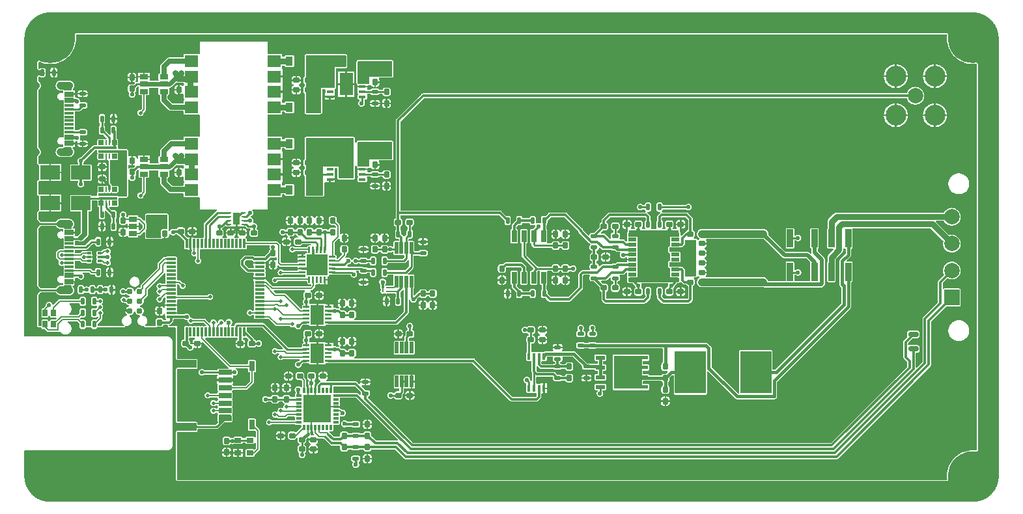
<source format=gbr>
%FSLAX46Y46*%
%MOMM*%
%ADD12C,0.200000*%
%ADD14C,0.250000*%
%ADD13C,0.300000*%
%ADD15C,0.400000*%
%ADD19C,0.500000*%
%ADD16C,0.600000*%
%ADD10C,0.650000*%
%ADD18C,0.750000*%
%ADD11C,0.800000*%
%ADD17C,1.000000*%
%AMPS77*
21,1,0.900000,1.600000,0.000000,0.000000,180.000000*
%
%ADD77PS77*%
%AMPS45*
1,1,0.250000,0.000000,0.000000*
%
%ADD45PS45*%
%AMPS63*
1,1,2.000000,0.000000,0.000000*
%
%ADD63PS63*%
%AMPS62*
1,1,2.700000,0.000000,0.000000*
%
%ADD62PS62*%
%AMPS94*
1,1,2.000000,0.000000,0.000000*
%
%ADD94PS94*%
%AMPS25*
1,1,6.450000,0.000000,0.000000*
%
%ADD25PS25*%
%AMPS91*
21,1,0.500000,1.250000,0.000000,0.000000,270.000000*
%
%ADD91PS91*%
%AMPS55*
21,1,0.600000,1.700000,0.000000,0.000000,90.000000*
%
%ADD55PS55*%
%AMPS43*
21,1,0.450000,1.450000,0.000000,0.000000,0.000000*
%
%ADD43PS43*%
%AMPS42*
21,1,0.450000,1.450000,0.000000,0.000000,180.000000*
%
%ADD42PS42*%
%AMPS82*
21,1,0.900000,0.600000,0.000000,0.000000,270.000000*
%
%ADD82PS82*%
%AMPS60*
21,1,0.350000,0.700000,0.000000,0.000000,0.000000*
%
%ADD60PS60*%
%AMPS57*
21,1,0.350000,0.700000,0.000000,0.000000,90.000000*
%
%ADD57PS57*%
%AMPS58*
21,1,0.350000,0.700000,0.000000,0.000000,180.000000*
%
%ADD58PS58*%
%AMPS61*
21,1,0.350000,0.700000,0.000000,0.000000,270.000000*
%
%ADD61PS61*%
%AMPS65*
21,1,2.642000,2.642000,0.000000,0.000000,270.000000*
%
%ADD65PS65*%
%AMPS41*
21,1,0.650000,0.850000,0.000000,0.000000,270.000000*
%
%ADD41PS41*%
%AMPS84*
21,1,0.432000,1.524000,0.000000,0.000000,0.000000*
%
%ADD84PS84*%
%AMPS83*
21,1,0.432000,1.524000,0.000000,0.000000,180.000000*
%
%ADD83PS83*%
%AMPS64*
21,1,5.500000,4.000000,0.000000,0.000000,90.000000*
%
%ADD64PS64*%
%AMPS23*
21,1,2.500000,1.800000,0.000000,0.000000,180.000000*
%
%ADD23PS23*%
%AMPS54*
21,1,0.600000,0.650000,0.000000,0.000000,90.000000*
%
%ADD54PS54*%
%AMPS37*
21,1,0.600000,0.650000,0.000000,0.000000,270.000000*
%
%ADD37PS37*%
%AMPS35*
21,1,0.910000,1.220000,0.000000,0.000000,0.000000*
%
%ADD35PS35*%
%AMPS80*
21,1,0.910000,1.220000,0.000000,0.000000,180.000000*
%
%ADD80PS80*%
%AMPS49*
21,1,1.600000,1.700000,0.000000,0.000000,90.000000*
%
%ADD49PS49*%
%AMPS48*
21,1,1.600000,1.700000,0.000000,0.000000,270.000000*
%
%ADD48PS48*%
%AMPS79*
21,1,0.420000,0.889000,0.000000,0.000000,0.000000*
%
%ADD79PS79*%
%AMPS51*
21,1,0.420000,0.889000,0.000000,0.000000,90.000000*
%
%ADD51PS51*%
%AMPS78*
21,1,0.420000,0.889000,0.000000,0.000000,180.000000*
%
%ADD78PS78*%
%AMPS50*
21,1,0.420000,0.889000,0.000000,0.000000,270.000000*
%
%ADD50PS50*%
%AMPS68*
21,1,0.760000,1.270000,0.000000,0.000000,180.000000*
%
%ADD68PS68*%
%AMPS32*
21,1,0.300000,0.500000,0.000000,0.000000,90.000000*
%
%ADD32PS32*%
%AMPS31*
21,1,0.300000,0.500000,0.000000,0.000000,270.000000*
%
%ADD31PS31*%
%AMPS38*
21,1,0.250000,0.600000,0.000000,0.000000,0.000000*
%
%ADD38PS38*%
%AMPS39*
21,1,0.250000,0.600000,0.000000,0.000000,180.000000*
%
%ADD39PS39*%
%AMPS29*
21,1,1.753000,2.489000,0.000000,0.000000,0.000000*
%
%ADD29PS29*%
%AMPS53*
21,1,0.300000,2.400000,0.000000,0.000000,90.000000*
%
%ADD53PS53*%
%AMPS36*
21,1,0.300000,2.400000,0.000000,0.000000,270.000000*
%
%ADD36PS36*%
%AMPS59*
21,1,3.500000,3.500000,0.000000,0.000000,90.000000*
%
%ADD59PS59*%
%AMPS56*
21,1,1.000000,2.800000,0.000000,0.000000,90.000000*
%
%ADD56PS56*%
%AMPS95*
21,1,0.450000,1.050000,0.000000,0.000000,90.000000*
%
%ADD95PS95*%
%AMPS96*
21,1,0.450000,1.050000,0.000000,0.000000,270.000000*
%
%ADD96PS96*%
%AMPS72*
21,1,0.600000,1.140000,0.000000,0.000000,270.000000*
%
%ADD72PS72*%
%AMPS87*
21,1,0.300000,1.200000,0.000000,0.000000,0.000000*
%
%ADD87PS87*%
%AMPS89*
21,1,0.300000,1.200000,0.000000,0.000000,90.000000*
%
%ADD89PS89*%
%AMPS90*
21,1,0.300000,1.200000,0.000000,0.000000,180.000000*
%
%ADD90PS90*%
%AMPS88*
21,1,0.300000,1.200000,0.000000,0.000000,270.000000*
%
%ADD88PS88*%
%AMPS67*
21,1,0.254000,0.813000,0.000000,0.000000,0.000000*
%
%ADD67PS67*%
%AMPS27*
21,1,0.254000,0.813000,0.000000,0.000000,90.000000*
%
%ADD27PS27*%
%AMPS66*
21,1,0.254000,0.813000,0.000000,0.000000,180.000000*
%
%ADD66PS66*%
%AMPS28*
21,1,0.254000,0.813000,0.000000,0.000000,270.000000*
%
%ADD28PS28*%
%AMPS69*
21,1,0.700000,1.000000,0.000000,0.000000,270.000000*
%
%ADD69PS69*%
%AMPS70*
21,1,0.300000,1.140000,0.000000,0.000000,270.000000*
%
%ADD70PS70*%
%AMPS74*
21,1,0.800000,2.350000,0.000000,0.000000,0.000000*
%
%ADD74PS74*%
%AMPS85*
21,1,0.600000,1.550000,0.000000,0.000000,0.000000*
%
%ADD85PS85*%
%AMPS86*
21,1,0.600000,1.550000,0.000000,0.000000,180.000000*
%
%ADD86PS86*%
%AMPS47*
21,1,0.600000,1.100000,0.000000,0.000000,90.000000*
%
%ADD47PS47*%
%AMPS46*
21,1,0.600000,1.100000,0.000000,0.000000,270.000000*
%
%ADD46PS46*%
%AMPS73*
21,1,1.100000,1.000000,0.000000,0.000000,0.000000*
1,1,1.000000,0.550000,0.000000*
1,1,1.000000,-0.550000,0.000000*
%
%ADD73PS73*%
%AMPS71*
21,1,0.800000,1.000000,0.000000,0.000000,0.000000*
1,1,1.000000,0.400000,0.000000*
1,1,1.000000,-0.400000,0.000000*
%
%ADD71PS71*%
%AMPS99*
1,1,0.500000,0.000000,0.000000*
%
%ADD99PS99*%
%AMPS100*
1,1,0.550000,0.000000,0.000000*
%
%ADD100PS100*%
%AMPS98*
1,1,0.600000,0.000000,0.000000*
%
%ADD98PS98*%
%AMPS92*
4,1,16,
-2.220000,2.155000,
2.220000,2.155000,
2.220000,1.655000,
1.410000,1.655000,
1.410000,0.885000,
2.220000,0.885000,
2.220000,0.385000,
1.410000,0.385000,
1.410000,-0.385000,
2.220000,-0.385000,
2.220000,-0.885000,
1.410000,-0.885000,
1.410000,-1.655000,
2.220000,-1.655000,
2.220000,-2.155000,
-2.220000,-2.155000,
-2.220000,2.155000,
0*
%
%ADD92PS92*%
%AMPS34*
1,1,0.360000,0.220000,-0.195000*
1,1,0.360000,-0.220000,0.195000*
1,1,0.360000,0.220000,0.195000*
21,1,0.800000,0.390000,0.000000,0.000000,0.000000*
21,1,0.440000,0.750000,0.000000,0.000000,0.000000*
1,1,0.360000,-0.220000,-0.195000*
%
%ADD34PS34*%
%AMPS20*
1,1,0.360000,0.195000,0.220000*
1,1,0.360000,-0.195000,-0.220000*
1,1,0.360000,-0.195000,0.220000*
21,1,0.800000,0.390000,0.000000,0.000000,90.000000*
21,1,0.440000,0.750000,0.000000,0.000000,90.000000*
1,1,0.360000,0.195000,-0.220000*
%
%ADD20PS20*%
%AMPS22*
1,1,0.360000,-0.220000,0.195000*
1,1,0.360000,0.220000,-0.195000*
1,1,0.360000,-0.220000,-0.195000*
21,1,0.800000,0.390000,0.000000,0.000000,180.000000*
21,1,0.440000,0.750000,0.000000,0.000000,180.000000*
1,1,0.360000,0.220000,0.195000*
%
%ADD22PS22*%
%AMPS40*
1,1,0.360000,-0.195000,-0.220000*
1,1,0.360000,0.195000,0.220000*
1,1,0.360000,0.195000,-0.220000*
21,1,0.800000,0.390000,0.000000,0.000000,270.000000*
21,1,0.440000,0.750000,0.000000,0.000000,270.000000*
1,1,0.360000,-0.195000,0.220000*
%
%ADD40PS40*%
%AMPS21*
1,1,0.240000,0.130000,-0.330000*
1,1,0.240000,-0.130000,0.330000*
1,1,0.240000,0.130000,0.330000*
21,1,0.500000,0.660000,0.000000,0.000000,0.000000*
21,1,0.260000,0.900000,0.000000,0.000000,0.000000*
1,1,0.240000,-0.130000,-0.330000*
%
%ADD21PS21*%
%AMPS33*
1,1,0.240000,0.330000,0.130000*
1,1,0.240000,-0.330000,-0.130000*
1,1,0.240000,-0.330000,0.130000*
21,1,0.500000,0.660000,0.000000,0.000000,90.000000*
21,1,0.260000,0.900000,0.000000,0.000000,90.000000*
1,1,0.240000,0.330000,-0.130000*
%
%ADD33PS33*%
%AMPS30*
1,1,0.240000,-0.130000,0.330000*
1,1,0.240000,0.130000,-0.330000*
1,1,0.240000,-0.130000,-0.330000*
21,1,0.500000,0.660000,0.000000,0.000000,180.000000*
21,1,0.260000,0.900000,0.000000,0.000000,180.000000*
1,1,0.240000,0.130000,0.330000*
%
%ADD30PS30*%
%AMPS24*
1,1,0.240000,-0.330000,-0.130000*
1,1,0.240000,0.330000,0.130000*
1,1,0.240000,0.330000,-0.130000*
21,1,0.500000,0.660000,0.000000,0.000000,270.000000*
21,1,0.260000,0.900000,0.000000,0.000000,270.000000*
1,1,0.240000,-0.330000,0.130000*
%
%ADD24PS24*%
%AMPS75*
1,1,0.100000,0.200000,0.075000*
1,1,0.100000,-0.200000,-0.075000*
1,1,0.100000,-0.200000,0.075000*
21,1,0.250000,0.400000,0.000000,0.000000,90.000000*
21,1,0.150000,0.500000,0.000000,0.000000,90.000000*
1,1,0.100000,0.200000,-0.075000*
%
%ADD75PS75*%
%AMPS76*
1,1,0.100000,-0.200000,-0.075000*
1,1,0.100000,0.200000,0.075000*
1,1,0.100000,0.200000,-0.075000*
21,1,0.250000,0.400000,0.000000,0.000000,270.000000*
21,1,0.150000,0.500000,0.000000,0.000000,270.000000*
1,1,0.100000,-0.200000,0.075000*
%
%ADD76PS76*%
%AMPS26*
1,1,0.340000,-0.480000,-0.180000*
1,1,0.340000,0.480000,0.180000*
1,1,0.340000,0.480000,-0.180000*
21,1,0.700000,0.960000,0.000000,0.000000,270.000000*
21,1,0.360000,1.300000,0.000000,0.000000,270.000000*
1,1,0.340000,-0.480000,0.180000*
%
%ADD26PS26*%
%AMPS93*
21,1,2.000000,2.000000,0.000000,0.000000,90.000000*
%
%ADD93PS93*%
%AMPS97*
21,1,2.740000,4.950000,0.000000,0.000000,0.000000*
%
%ADD97PS97*%
%AMPS52*
21,1,1.651000,2.845000,0.000000,0.000000,0.000000*
%
%ADD52PS52*%
%AMPS44*
1,1,1.000000,0.000000,0.000000*
%
%ADD44PS44*%
%AMPS81*
1,1,0.787400,0.000000,0.000000*
%
%ADD81PS81*%
G01*
%LPD*%
G36*
X123498435Y-31840000D02*
X123499664Y-31839992D01*
X123580721Y-31838996D01*
X123583171Y-31838936D01*
X123662645Y-31836010D01*
X123665099Y-31835890D01*
X123744507Y-31831011D01*
X123746954Y-31830830D01*
X123826137Y-31824011D01*
X123828579Y-31823771D01*
X123907615Y-31815006D01*
X123910051Y-31814705D01*
X123988894Y-31803997D01*
X123991322Y-31803637D01*
X124069771Y-31791014D01*
X124072189Y-31790595D01*
X124150386Y-31776036D01*
X124152793Y-31775557D01*
X124230629Y-31759079D01*
X124233023Y-31758541D01*
X124310336Y-31740181D01*
X124312718Y-31739584D01*
X124389633Y-31719311D01*
X124391998Y-31718657D01*
X124468373Y-31696509D01*
X124470722Y-31695797D01*
X124546524Y-31671783D01*
X124548854Y-31671013D01*
X124624018Y-31645155D01*
X124626329Y-31644328D01*
X124700924Y-31616600D01*
X124703213Y-31615717D01*
X124776998Y-31586210D01*
X124779266Y-31585271D01*
X124852389Y-31553926D01*
X124854633Y-31552931D01*
X124926909Y-31519826D01*
X124929128Y-31518776D01*
X125000589Y-31483898D01*
X125002781Y-31482795D01*
X125073378Y-31446167D01*
X125075543Y-31445010D01*
X125145212Y-31406664D01*
X125147347Y-31405454D01*
X125216019Y-31365431D01*
X125218124Y-31364169D01*
X125285844Y-31322441D01*
X125287918Y-31321128D01*
X125354577Y-31277761D01*
X125356617Y-31276398D01*
X125422167Y-31231426D01*
X125424173Y-31230013D01*
X125488648Y-31183411D01*
X125490620Y-31181949D01*
X125553857Y-31133835D01*
X125555792Y-31132325D01*
X125617924Y-31082598D01*
X125619822Y-31081040D01*
X125680661Y-31029848D01*
X125682518Y-31028246D01*
X125742056Y-30975601D01*
X125743876Y-30973952D01*
X125802188Y-30919782D01*
X125803964Y-30918091D01*
X125860849Y-30862586D01*
X125862586Y-30860849D01*
X125918091Y-30803964D01*
X125919782Y-30802188D01*
X125973952Y-30743876D01*
X125975601Y-30742056D01*
X126028246Y-30682518D01*
X126029848Y-30680661D01*
X126081040Y-30619822D01*
X126082598Y-30617924D01*
X126132325Y-30555792D01*
X126133835Y-30553857D01*
X126181949Y-30490620D01*
X126183411Y-30488648D01*
X126230013Y-30424173D01*
X126231426Y-30422167D01*
X126276398Y-30356617D01*
X126277761Y-30354577D01*
X126321128Y-30287918D01*
X126322441Y-30285844D01*
X126364169Y-30218124D01*
X126365431Y-30216019D01*
X126405454Y-30147347D01*
X126406664Y-30145212D01*
X126445010Y-30075543D01*
X126446167Y-30073378D01*
X126482795Y-30002781D01*
X126483898Y-30000589D01*
X126518776Y-29929128D01*
X126519826Y-29926909D01*
X126552931Y-29854633D01*
X126553926Y-29852389D01*
X126585271Y-29779266D01*
X126586210Y-29776998D01*
X126615717Y-29703213D01*
X126616600Y-29700924D01*
X126644328Y-29626329D01*
X126645155Y-29624018D01*
X126671013Y-29548854D01*
X126671783Y-29546524D01*
X126695797Y-29470722D01*
X126696509Y-29468373D01*
X126718657Y-29391998D01*
X126719311Y-29389633D01*
X126739584Y-29312718D01*
X126740181Y-29310336D01*
X126758541Y-29233023D01*
X126759079Y-29230629D01*
X126775557Y-29152793D01*
X126776036Y-29150386D01*
X126790595Y-29072189D01*
X126791014Y-29069771D01*
X126803637Y-28991322D01*
X126803997Y-28988894D01*
X126814705Y-28910051D01*
X126815006Y-28907615D01*
X126823771Y-28828579D01*
X126824011Y-28826137D01*
X126830830Y-28746954D01*
X126831011Y-28744507D01*
X126835890Y-28665099D01*
X126836010Y-28662645D01*
X126838936Y-28583171D01*
X126838996Y-28580721D01*
X126839992Y-28499664D01*
X126840000Y-28498435D01*
X126840000Y28498435D01*
X126839992Y28499664D01*
X126838996Y28580721D01*
X126838936Y28583171D01*
X126836010Y28662645D01*
X126835890Y28665099D01*
X126831011Y28744507D01*
X126830830Y28746954D01*
X126824011Y28826137D01*
X126823771Y28828579D01*
X126815006Y28907615D01*
X126814705Y28910051D01*
X126803997Y28988894D01*
X126803637Y28991322D01*
X126791014Y29069771D01*
X126790595Y29072189D01*
X126776036Y29150386D01*
X126775557Y29152793D01*
X126759079Y29230629D01*
X126758541Y29233023D01*
X126740181Y29310336D01*
X126739584Y29312718D01*
X126719311Y29389633D01*
X126718657Y29391998D01*
X126696509Y29468373D01*
X126695797Y29470722D01*
X126671783Y29546524D01*
X126671013Y29548854D01*
X126645155Y29624018D01*
X126644328Y29626329D01*
X126616600Y29700924D01*
X126615717Y29703213D01*
X126586210Y29776998D01*
X126585271Y29779266D01*
X126553926Y29852389D01*
X126552931Y29854633D01*
X126519826Y29926909D01*
X126518776Y29929128D01*
X126483898Y30000589D01*
X126482795Y30002781D01*
X126446167Y30073378D01*
X126445010Y30075543D01*
X126406664Y30145212D01*
X126405454Y30147347D01*
X126365431Y30216019D01*
X126364169Y30218124D01*
X126322441Y30285844D01*
X126321128Y30287918D01*
X126277761Y30354577D01*
X126276398Y30356617D01*
X126231426Y30422167D01*
X126230013Y30424173D01*
X126183411Y30488648D01*
X126181949Y30490620D01*
X126133835Y30553857D01*
X126132325Y30555792D01*
X126082598Y30617924D01*
X126081040Y30619822D01*
X126029848Y30680661D01*
X126028246Y30682518D01*
X125975601Y30742056D01*
X125973952Y30743876D01*
X125919782Y30802188D01*
X125918091Y30803964D01*
X125862586Y30860849D01*
X125860849Y30862586D01*
X125803964Y30918091D01*
X125802188Y30919782D01*
X125743876Y30973952D01*
X125742056Y30975601D01*
X125682518Y31028246D01*
X125680661Y31029848D01*
X125619822Y31081040D01*
X125617924Y31082598D01*
X125555792Y31132325D01*
X125553857Y31133835D01*
X125490620Y31181949D01*
X125488648Y31183411D01*
X125424173Y31230013D01*
X125422167Y31231426D01*
X125356617Y31276398D01*
X125354577Y31277761D01*
X125287918Y31321128D01*
X125285844Y31322441D01*
X125218124Y31364169D01*
X125216019Y31365431D01*
X125147347Y31405454D01*
X125145212Y31406664D01*
X125075543Y31445010D01*
X125073378Y31446167D01*
X125002781Y31482795D01*
X125000589Y31483898D01*
X124929128Y31518776D01*
X124926909Y31519826D01*
X124854633Y31552931D01*
X124852389Y31553926D01*
X124779266Y31585271D01*
X124776998Y31586210D01*
X124703213Y31615717D01*
X124700924Y31616600D01*
X124626329Y31644328D01*
X124624018Y31645155D01*
X124548854Y31671013D01*
X124546524Y31671783D01*
X124470722Y31695797D01*
X124468373Y31696509D01*
X124391998Y31718657D01*
X124389633Y31719311D01*
X124312718Y31739584D01*
X124310336Y31740181D01*
X124233023Y31758541D01*
X124230629Y31759079D01*
X124152793Y31775557D01*
X124150386Y31776036D01*
X124072189Y31790595D01*
X124069771Y31791014D01*
X123991322Y31803637D01*
X123988894Y31803997D01*
X123910051Y31814705D01*
X123907615Y31815006D01*
X123828579Y31823771D01*
X123826137Y31824011D01*
X123746954Y31830830D01*
X123744507Y31831011D01*
X123665099Y31835890D01*
X123662645Y31836010D01*
X123583171Y31838936D01*
X123580721Y31838996D01*
X123499664Y31839992D01*
X123498435Y31840000D01*
X3501564Y31840000D01*
X3500335Y31839992D01*
X3419277Y31838996D01*
X3416827Y31838936D01*
X3337353Y31836010D01*
X3334899Y31835890D01*
X3255491Y31831011D01*
X3253044Y31830830D01*
X3173861Y31824011D01*
X3171419Y31823771D01*
X3092383Y31815006D01*
X3089947Y31814705D01*
X3011104Y31803997D01*
X3008676Y31803637D01*
X2930227Y31791014D01*
X2927809Y31790595D01*
X2849612Y31776036D01*
X2847205Y31775557D01*
X2769369Y31759079D01*
X2766975Y31758541D01*
X2689662Y31740181D01*
X2687280Y31739584D01*
X2610365Y31719311D01*
X2608000Y31718657D01*
X2531625Y31696509D01*
X2529276Y31695797D01*
X2453462Y31671779D01*
X2451133Y31671009D01*
X2375993Y31645160D01*
X2373681Y31644333D01*
X2299089Y31616606D01*
X2296799Y31615722D01*
X2222968Y31586196D01*
X2220700Y31585257D01*
X2147614Y31553927D01*
X2145372Y31552933D01*
X2073102Y31519832D01*
X2070882Y31518782D01*
X1999392Y31483889D01*
X1997201Y31482787D01*
X1926637Y31446177D01*
X1924472Y31445019D01*
X1854793Y31406668D01*
X1852656Y31405458D01*
X1783966Y31365423D01*
X1781863Y31364162D01*
X1714160Y31322446D01*
X1712084Y31321132D01*
X1645420Y31277761D01*
X1643381Y31276398D01*
X1577831Y31231426D01*
X1575825Y31230013D01*
X1511350Y31183411D01*
X1509378Y31181949D01*
X1446141Y31133835D01*
X1444206Y31132325D01*
X1382074Y31082598D01*
X1380176Y31081040D01*
X1319356Y31029864D01*
X1317498Y31028261D01*
X1257906Y30975567D01*
X1256088Y30973920D01*
X1197829Y30919801D01*
X1196052Y30918108D01*
X1139149Y30862585D01*
X1137412Y30860849D01*
X1081907Y30803964D01*
X1080216Y30802188D01*
X1026046Y30743876D01*
X1024397Y30742056D01*
X971752Y30682518D01*
X970149Y30680660D01*
X918946Y30619807D01*
X917389Y30617910D01*
X867686Y30555808D01*
X866177Y30553874D01*
X818039Y30490606D01*
X816577Y30488634D01*
X769995Y30424188D01*
X768581Y30422181D01*
X723595Y30356610D01*
X722231Y30354569D01*
X678876Y30287927D01*
X677563Y30285854D01*
X635829Y30218124D01*
X634568Y30216019D01*
X594545Y30147347D01*
X593335Y30145212D01*
X554989Y30075543D01*
X553832Y30073378D01*
X517204Y30002781D01*
X516101Y30000589D01*
X481223Y29929128D01*
X480174Y29926910D01*
X447062Y29854620D01*
X446066Y29852374D01*
X414736Y29779284D01*
X413798Y29777019D01*
X384277Y29703203D01*
X383393Y29700911D01*
X355668Y29626322D01*
X354841Y29624011D01*
X328990Y29548865D01*
X328220Y29546536D01*
X304202Y29470722D01*
X303490Y29468373D01*
X281342Y29391998D01*
X280688Y29389633D01*
X260415Y29312718D01*
X259818Y29310336D01*
X241458Y29233023D01*
X240920Y29230629D01*
X224442Y29152793D01*
X223963Y29150386D01*
X209404Y29072189D01*
X208985Y29069771D01*
X196362Y28991322D01*
X196002Y28988894D01*
X185294Y28910051D01*
X184993Y28907615D01*
X176228Y28828579D01*
X175988Y28826137D01*
X169169Y28746954D01*
X168988Y28744507D01*
X164109Y28665099D01*
X163989Y28662645D01*
X161063Y28583171D01*
X161003Y28580720D01*
X160008Y28499668D01*
X160000Y28498440D01*
X160000Y-10240000D01*
X167920Y-10279004D01*
X190425Y-10311829D01*
X223952Y-10333277D01*
X260000Y-10340000D01*
X18749737Y-10340000D01*
X18752159Y-10340014D01*
X18763641Y-10340155D01*
X18768799Y-10340281D01*
X18779792Y-10340687D01*
X18784951Y-10340941D01*
X18795944Y-10341616D01*
X18801167Y-10342000D01*
X18812142Y-10342946D01*
X18817263Y-10343450D01*
X18828242Y-10344668D01*
X18833283Y-10345290D01*
X18844268Y-10346781D01*
X18849451Y-10347550D01*
X18860268Y-10349291D01*
X18865389Y-10350180D01*
X18876227Y-10352197D01*
X18881236Y-10353193D01*
X18892104Y-10355494D01*
X18897138Y-10356625D01*
X18907848Y-10359168D01*
X18912837Y-10360417D01*
X18923542Y-10363238D01*
X18928508Y-10364613D01*
X18939127Y-10367693D01*
X18944093Y-10369199D01*
X18954508Y-10372499D01*
X18959484Y-10374143D01*
X18969928Y-10377736D01*
X18974814Y-10379483D01*
X18985099Y-10383307D01*
X18989934Y-10385172D01*
X19000186Y-10389273D01*
X19004928Y-10391237D01*
X19015112Y-10395603D01*
X19019768Y-10397666D01*
X19029841Y-10402280D01*
X19034508Y-10404487D01*
X19044474Y-10409350D01*
X19048998Y-10411628D01*
X19058896Y-10416764D01*
X19063329Y-10419133D01*
X19073046Y-10424481D01*
X19077582Y-10427050D01*
X19087075Y-10432583D01*
X19091515Y-10435245D01*
X19100942Y-10441054D01*
X19105246Y-10443779D01*
X19114525Y-10449816D01*
X19118750Y-10452639D01*
X19127929Y-10458937D01*
X19132134Y-10461897D01*
X19141129Y-10468400D01*
X19145207Y-10471424D01*
X19153996Y-10478111D01*
X19158091Y-10481306D01*
X19166654Y-10488159D01*
X19170680Y-10491464D01*
X19179107Y-10498555D01*
X19183073Y-10501976D01*
X19191277Y-10509231D01*
X19195165Y-10512754D01*
X19203234Y-10520250D01*
X19206935Y-10523774D01*
X19214798Y-10531446D01*
X19218553Y-10535201D01*
X19226225Y-10543064D01*
X19229749Y-10546765D01*
X19237245Y-10554834D01*
X19240768Y-10558722D01*
X19248023Y-10566926D01*
X19251444Y-10570892D01*
X19258535Y-10579319D01*
X19261840Y-10583345D01*
X19268693Y-10591908D01*
X19271888Y-10596003D01*
X19278575Y-10604792D01*
X19281599Y-10608870D01*
X19288102Y-10617865D01*
X19291062Y-10622070D01*
X19297360Y-10631249D01*
X19300183Y-10635474D01*
X19306220Y-10644753D01*
X19308945Y-10649057D01*
X19314754Y-10658484D01*
X19317416Y-10662924D01*
X19322949Y-10672417D01*
X19325518Y-10676953D01*
X19330866Y-10686670D01*
X19333235Y-10691103D01*
X19338371Y-10701001D01*
X19340649Y-10705525D01*
X19345512Y-10715491D01*
X19347732Y-10720185D01*
X19352333Y-10730231D01*
X19354396Y-10734887D01*
X19358762Y-10745071D01*
X19360726Y-10749813D01*
X19364827Y-10760065D01*
X19366692Y-10764900D01*
X19370516Y-10775185D01*
X19372263Y-10780071D01*
X19375856Y-10790515D01*
X19377500Y-10795491D01*
X19380800Y-10805906D01*
X19382306Y-10810872D01*
X19385386Y-10821491D01*
X19386761Y-10826457D01*
X19389582Y-10837162D01*
X19390831Y-10842151D01*
X19393374Y-10852861D01*
X19394505Y-10857895D01*
X19396806Y-10868763D01*
X19397802Y-10873772D01*
X19399819Y-10884610D01*
X19400708Y-10889731D01*
X19402449Y-10900548D01*
X19403218Y-10905731D01*
X19404709Y-10916716D01*
X19405331Y-10921757D01*
X19406549Y-10932736D01*
X19407053Y-10937857D01*
X19407999Y-10948832D01*
X19408383Y-10954055D01*
X19409058Y-10965048D01*
X19409312Y-10970207D01*
X19409718Y-10981212D01*
X19409845Y-10986395D01*
X19409983Y-10997665D01*
X19410000Y-11000305D01*
X19410000Y-24499695D01*
X19409984Y-24502333D01*
X19409845Y-24513605D01*
X19409718Y-24518787D01*
X19409312Y-24529792D01*
X19409058Y-24534951D01*
X19408383Y-24545944D01*
X19407999Y-24551167D01*
X19407053Y-24562142D01*
X19406549Y-24567263D01*
X19405331Y-24578242D01*
X19404709Y-24583283D01*
X19403218Y-24594268D01*
X19402449Y-24599451D01*
X19400708Y-24610268D01*
X19399819Y-24615389D01*
X19397802Y-24626227D01*
X19396806Y-24631236D01*
X19394505Y-24642104D01*
X19393374Y-24647138D01*
X19390831Y-24657848D01*
X19389582Y-24662837D01*
X19386761Y-24673542D01*
X19385386Y-24678508D01*
X19382306Y-24689127D01*
X19380800Y-24694093D01*
X19377500Y-24704508D01*
X19375856Y-24709484D01*
X19372263Y-24719928D01*
X19370516Y-24724814D01*
X19366692Y-24735099D01*
X19364827Y-24739934D01*
X19360726Y-24750186D01*
X19358762Y-24754928D01*
X19354396Y-24765112D01*
X19352333Y-24769768D01*
X19347719Y-24779841D01*
X19345512Y-24784508D01*
X19340649Y-24794474D01*
X19338371Y-24798998D01*
X19333235Y-24808896D01*
X19330866Y-24813329D01*
X19325518Y-24823046D01*
X19322949Y-24827582D01*
X19317416Y-24837075D01*
X19314754Y-24841515D01*
X19308945Y-24850942D01*
X19306220Y-24855246D01*
X19300183Y-24864525D01*
X19297360Y-24868750D01*
X19291062Y-24877929D01*
X19288102Y-24882134D01*
X19281599Y-24891129D01*
X19278575Y-24895207D01*
X19271888Y-24903996D01*
X19268693Y-24908091D01*
X19261840Y-24916654D01*
X19258535Y-24920680D01*
X19251444Y-24929107D01*
X19248023Y-24933073D01*
X19240768Y-24941277D01*
X19237245Y-24945165D01*
X19229749Y-24953234D01*
X19226225Y-24956935D01*
X19218553Y-24964798D01*
X19214798Y-24968553D01*
X19206935Y-24976225D01*
X19203234Y-24979749D01*
X19195165Y-24987245D01*
X19191277Y-24990768D01*
X19183073Y-24998023D01*
X19179107Y-25001444D01*
X19170680Y-25008535D01*
X19166654Y-25011840D01*
X19158091Y-25018693D01*
X19153996Y-25021888D01*
X19145207Y-25028575D01*
X19141129Y-25031599D01*
X19132134Y-25038102D01*
X19127929Y-25041062D01*
X19118750Y-25047360D01*
X19114525Y-25050183D01*
X19105246Y-25056220D01*
X19100942Y-25058945D01*
X19091515Y-25064754D01*
X19087075Y-25067416D01*
X19077582Y-25072949D01*
X19073046Y-25075518D01*
X19063329Y-25080866D01*
X19058896Y-25083235D01*
X19048998Y-25088371D01*
X19044474Y-25090649D01*
X19034508Y-25095512D01*
X19029841Y-25097719D01*
X19019768Y-25102333D01*
X19015112Y-25104396D01*
X19004928Y-25108762D01*
X19000186Y-25110726D01*
X18989934Y-25114827D01*
X18985099Y-25116692D01*
X18974814Y-25120516D01*
X18969928Y-25122263D01*
X18959484Y-25125856D01*
X18954508Y-25127500D01*
X18944093Y-25130800D01*
X18939127Y-25132306D01*
X18928508Y-25135386D01*
X18923542Y-25136761D01*
X18912837Y-25139582D01*
X18907848Y-25140831D01*
X18897138Y-25143374D01*
X18892104Y-25144505D01*
X18881236Y-25146806D01*
X18876227Y-25147802D01*
X18865389Y-25149819D01*
X18860268Y-25150708D01*
X18849451Y-25152449D01*
X18844268Y-25153218D01*
X18833283Y-25154709D01*
X18828242Y-25155331D01*
X18817263Y-25156549D01*
X18812142Y-25157053D01*
X18801167Y-25157999D01*
X18795944Y-25158383D01*
X18784951Y-25159058D01*
X18779792Y-25159312D01*
X18768787Y-25159718D01*
X18763605Y-25159845D01*
X18752333Y-25159984D01*
X18749695Y-25160000D01*
X260000Y-25160000D01*
X220996Y-25167920D01*
X188171Y-25190425D01*
X166723Y-25223952D01*
X160000Y-25260000D01*
X160000Y-28498440D01*
X160008Y-28499668D01*
X161003Y-28580720D01*
X161063Y-28583171D01*
X163989Y-28662645D01*
X164109Y-28665099D01*
X168988Y-28744507D01*
X169169Y-28746954D01*
X175988Y-28826137D01*
X176228Y-28828579D01*
X184993Y-28907615D01*
X185294Y-28910051D01*
X196002Y-28988894D01*
X196362Y-28991322D01*
X208985Y-29069771D01*
X209404Y-29072189D01*
X223963Y-29150386D01*
X224442Y-29152793D01*
X240920Y-29230629D01*
X241458Y-29233023D01*
X259818Y-29310336D01*
X260415Y-29312718D01*
X280688Y-29389633D01*
X281342Y-29391998D01*
X303490Y-29468373D01*
X304202Y-29470722D01*
X328220Y-29546536D01*
X328990Y-29548865D01*
X354841Y-29624011D01*
X355668Y-29626322D01*
X383393Y-29700911D01*
X384277Y-29703203D01*
X413798Y-29777019D01*
X414736Y-29779284D01*
X446066Y-29852374D01*
X447062Y-29854620D01*
X480174Y-29926910D01*
X481223Y-29929128D01*
X516101Y-30000589D01*
X517204Y-30002781D01*
X553832Y-30073378D01*
X554989Y-30075543D01*
X593335Y-30145212D01*
X594545Y-30147347D01*
X634568Y-30216019D01*
X635829Y-30218124D01*
X677563Y-30285854D01*
X678876Y-30287927D01*
X722231Y-30354569D01*
X723595Y-30356610D01*
X768581Y-30422181D01*
X769995Y-30424188D01*
X816577Y-30488634D01*
X818039Y-30490606D01*
X866177Y-30553874D01*
X867686Y-30555808D01*
X917389Y-30617910D01*
X918946Y-30619807D01*
X970149Y-30680660D01*
X971752Y-30682518D01*
X1024397Y-30742056D01*
X1026046Y-30743876D01*
X1080216Y-30802188D01*
X1081907Y-30803964D01*
X1137412Y-30860849D01*
X1139149Y-30862585D01*
X1196052Y-30918108D01*
X1197829Y-30919801D01*
X1256088Y-30973920D01*
X1257906Y-30975567D01*
X1317498Y-31028261D01*
X1319356Y-31029864D01*
X1380176Y-31081040D01*
X1382074Y-31082598D01*
X1444206Y-31132325D01*
X1446141Y-31133835D01*
X1509378Y-31181949D01*
X1511350Y-31183411D01*
X1575825Y-31230013D01*
X1577831Y-31231426D01*
X1643381Y-31276398D01*
X1645420Y-31277761D01*
X1712084Y-31321132D01*
X1714160Y-31322446D01*
X1781863Y-31364162D01*
X1783966Y-31365423D01*
X1852656Y-31405458D01*
X1854793Y-31406668D01*
X1924472Y-31445019D01*
X1926637Y-31446177D01*
X1997201Y-31482787D01*
X1999392Y-31483889D01*
X2070882Y-31518782D01*
X2073102Y-31519832D01*
X2145372Y-31552933D01*
X2147614Y-31553927D01*
X2220700Y-31585257D01*
X2222968Y-31586196D01*
X2296799Y-31615722D01*
X2299089Y-31616606D01*
X2373681Y-31644333D01*
X2375993Y-31645160D01*
X2451133Y-31671009D01*
X2453462Y-31671779D01*
X2529276Y-31695797D01*
X2531625Y-31696509D01*
X2608000Y-31718657D01*
X2610365Y-31719311D01*
X2687280Y-31739584D01*
X2689662Y-31740181D01*
X2766975Y-31758541D01*
X2769369Y-31759079D01*
X2847205Y-31775557D01*
X2849612Y-31776036D01*
X2927809Y-31790595D01*
X2930227Y-31791014D01*
X3008676Y-31803637D01*
X3011104Y-31803997D01*
X3089947Y-31814705D01*
X3092383Y-31815006D01*
X3171419Y-31823771D01*
X3173861Y-31824011D01*
X3253044Y-31830830D01*
X3255491Y-31831011D01*
X3334899Y-31835890D01*
X3337353Y-31836010D01*
X3416827Y-31838936D01*
X3419277Y-31838996D01*
X3500335Y-31839992D01*
X3501564Y-31840000D01*
X123498435Y-31840000D01*
D02*
G37*
%LPC*%
G36*
X120040169Y-29155000D02*
X20104608Y-29155000D01*
X20067052Y-29151528D01*
X20038838Y-29146266D01*
X20018330Y-29140998D01*
X19975143Y-29120466D01*
X19950052Y-29104415D01*
X19930532Y-29089756D01*
X19899040Y-29054305D01*
X19882200Y-29029743D01*
X19869943Y-29008630D01*
X19854772Y-28963704D01*
X19849098Y-28935759D01*
X19845000Y-28894985D01*
X19845000Y-22859608D01*
X19848472Y-22822052D01*
X19853734Y-22793838D01*
X19859002Y-22773330D01*
X19879534Y-22730143D01*
X19895585Y-22705052D01*
X19910244Y-22685532D01*
X19945695Y-22654040D01*
X19970257Y-22637200D01*
X19991370Y-22624943D01*
X20036296Y-22609772D01*
X20064241Y-22604098D01*
X20105015Y-22600000D01*
X22400000Y-22600000D01*
X22439004Y-22592080D01*
X22471829Y-22569575D01*
X22493277Y-22536048D01*
X22500000Y-22500000D01*
X22500000Y-22484608D01*
X22503472Y-22447052D01*
X22508734Y-22418838D01*
X22514002Y-22398330D01*
X22534534Y-22355143D01*
X22550585Y-22330052D01*
X22565244Y-22310532D01*
X22600695Y-22279040D01*
X22625257Y-22262200D01*
X22646370Y-22249943D01*
X22691296Y-22234772D01*
X22719241Y-22229098D01*
X22760015Y-22225000D01*
X25141281Y-22225000D01*
X25146180Y-22224880D01*
X25152663Y-22224562D01*
X25167279Y-22222759D01*
X25176446Y-22220935D01*
X25195203Y-22215244D01*
X25199536Y-22213449D01*
X25216820Y-22204210D01*
X25224583Y-22199023D01*
X25236182Y-22189972D01*
X25240996Y-22185609D01*
X25244552Y-22182224D01*
X26048686Y-21378090D01*
X26079056Y-21353065D01*
X26103826Y-21336371D01*
X26123581Y-21325007D01*
X26168696Y-21309772D01*
X26196641Y-21304098D01*
X26237415Y-21300000D01*
X27000000Y-21300000D01*
X27039004Y-21292080D01*
X27071829Y-21269575D01*
X27093277Y-21236048D01*
X27100000Y-21200000D01*
X27100000Y-20745935D01*
X27092080Y-20706931D01*
X27071934Y-20676470D01*
X27069985Y-20674451D01*
X27033647Y-20622798D01*
X27021134Y-20597429D01*
X27012003Y-20574778D01*
X27004984Y-20536818D01*
X26990104Y-20499904D01*
X26962006Y-20471718D01*
X26906651Y-20455000D01*
X25593903Y-20455000D01*
X25554899Y-20462920D01*
X25522074Y-20485425D01*
X25496266Y-20533391D01*
X25487657Y-20572292D01*
X25477644Y-20600318D01*
X25467724Y-20622643D01*
X25440228Y-20661281D01*
X25426410Y-20676299D01*
X25405830Y-20710364D01*
X25400000Y-20744008D01*
X25400000Y-21261894D01*
X25407920Y-21300898D01*
X25420207Y-21322169D01*
X25439634Y-21347887D01*
X25455775Y-21373807D01*
X25471407Y-21417779D01*
X25477797Y-21446862D01*
X25481233Y-21471023D01*
X25478433Y-21518370D01*
X25472975Y-21547637D01*
X25466712Y-21571238D01*
X25445673Y-21613731D01*
X25429926Y-21637503D01*
X25403994Y-21669230D01*
X25176314Y-21896910D01*
X25145944Y-21921935D01*
X25121174Y-21938629D01*
X25101419Y-21949993D01*
X25056304Y-21965228D01*
X25028359Y-21970902D01*
X24987585Y-21975000D01*
X22759608Y-21975000D01*
X22722052Y-21971528D01*
X22693838Y-21966266D01*
X22673330Y-21960998D01*
X22630143Y-21940466D01*
X22605052Y-21924415D01*
X22585532Y-21909756D01*
X22554040Y-21874305D01*
X22537200Y-21849743D01*
X22524943Y-21828630D01*
X22509772Y-21783704D01*
X22504098Y-21755759D01*
X22500000Y-21714985D01*
X22500000Y-21700000D01*
X22492080Y-21660996D01*
X22469575Y-21628171D01*
X22436048Y-21606723D01*
X22400000Y-21600000D01*
X20104608Y-21600000D01*
X20067052Y-21596528D01*
X20038838Y-21591266D01*
X20018330Y-21585998D01*
X19975143Y-21565466D01*
X19950052Y-21549415D01*
X19930532Y-21534756D01*
X19899040Y-21499305D01*
X19882200Y-21474743D01*
X19869943Y-21453630D01*
X19854772Y-21408704D01*
X19849098Y-21380759D01*
X19845000Y-21339985D01*
X19845000Y-14659608D01*
X19848472Y-14622052D01*
X19853734Y-14593838D01*
X19859002Y-14573330D01*
X19879534Y-14530143D01*
X19895585Y-14505052D01*
X19910244Y-14485532D01*
X19945695Y-14454040D01*
X19970257Y-14437200D01*
X19991370Y-14424943D01*
X20036296Y-14409772D01*
X20064241Y-14404098D01*
X20105015Y-14400000D01*
X22400000Y-14400000D01*
X22439004Y-14392080D01*
X22471829Y-14369575D01*
X22493277Y-14336048D01*
X22500000Y-14300000D01*
X22500000Y-13500000D01*
X22492080Y-13460996D01*
X22469575Y-13428171D01*
X22436048Y-13406723D01*
X22400000Y-13400000D01*
X20104608Y-13400000D01*
X20067052Y-13396528D01*
X20038838Y-13391266D01*
X20018330Y-13385998D01*
X19975143Y-13365466D01*
X19950052Y-13349415D01*
X19930532Y-13334756D01*
X19899040Y-13299305D01*
X19882200Y-13274743D01*
X19869943Y-13253630D01*
X19854772Y-13208704D01*
X19849098Y-13180759D01*
X19845000Y-13139985D01*
X19845000Y-9255000D01*
X19837080Y-9215996D01*
X19814575Y-9183171D01*
X19781048Y-9161723D01*
X19745000Y-9155000D01*
X19065503Y-9155000D01*
X19010768Y-9147549D01*
X18971096Y-9136544D01*
X18935140Y-9122151D01*
X18897893Y-9095772D01*
X18875934Y-9075659D01*
X18859222Y-9057872D01*
X18834275Y-9017536D01*
X18821902Y-8990456D01*
X18813446Y-8967547D01*
X18806208Y-8920683D01*
X18805692Y-8902209D01*
X18796686Y-8863441D01*
X18773273Y-8831257D01*
X18739162Y-8810754D01*
X18705731Y-8805000D01*
X18338461Y-8805000D01*
X18299457Y-8812920D01*
X18266632Y-8835425D01*
X18248063Y-8862243D01*
X18244915Y-8868899D01*
X18235427Y-8886650D01*
X18228881Y-8897571D01*
X18217697Y-8914309D01*
X18210086Y-8924571D01*
X18197346Y-8940094D01*
X18188795Y-8949530D01*
X18174530Y-8963795D01*
X18165094Y-8972346D01*
X18149571Y-8985086D01*
X18139309Y-8992697D01*
X18122571Y-9003881D01*
X18111650Y-9010427D01*
X18093897Y-9019916D01*
X18082375Y-9025366D01*
X18063789Y-9033065D01*
X18051793Y-9037358D01*
X18032525Y-9043202D01*
X18020157Y-9046300D01*
X18000444Y-9050221D01*
X17987798Y-9052097D01*
X17967796Y-9054068D01*
X17953858Y-9054753D01*
X17943771Y-9055000D01*
X17556229Y-9055000D01*
X17546142Y-9054753D01*
X17532204Y-9054068D01*
X17512202Y-9052097D01*
X17499556Y-9050221D01*
X17479843Y-9046300D01*
X17467475Y-9043202D01*
X17453955Y-9039101D01*
X17414332Y-9035359D01*
X17376388Y-9047368D01*
X17357424Y-9063893D01*
X17356446Y-9062792D01*
X17313479Y-9100960D01*
X17288917Y-9117800D01*
X17267804Y-9130057D01*
X17222878Y-9145228D01*
X17194933Y-9150902D01*
X17154159Y-9155000D01*
X15958291Y-9155000D01*
X15907619Y-9148632D01*
X15870559Y-9139166D01*
X15838119Y-9127327D01*
X15799377Y-9102213D01*
X15776614Y-9083022D01*
X15759178Y-9065929D01*
X15732597Y-9026655D01*
X15719122Y-9000106D01*
X15716342Y-8993432D01*
X15694034Y-8960472D01*
X15660638Y-8938823D01*
X15609357Y-8932963D01*
X15589710Y-8935877D01*
X15569698Y-8937849D01*
X15526071Y-8939993D01*
X15505929Y-8939993D01*
X15462302Y-8937849D01*
X15442293Y-8935877D01*
X15399046Y-8929463D01*
X15379324Y-8925540D01*
X15336953Y-8914927D01*
X15317683Y-8909082D01*
X15276569Y-8894371D01*
X15257963Y-8886663D01*
X15218459Y-8867979D01*
X15200733Y-8858505D01*
X15163237Y-8836030D01*
X15146531Y-8824867D01*
X15111424Y-8798831D01*
X15095869Y-8786065D01*
X15063504Y-8756730D01*
X15049270Y-8742496D01*
X15019935Y-8710131D01*
X15007169Y-8694576D01*
X14981133Y-8659469D01*
X14969970Y-8642763D01*
X14947495Y-8605267D01*
X14938021Y-8587541D01*
X14919337Y-8548037D01*
X14911629Y-8529431D01*
X14896918Y-8488317D01*
X14891073Y-8469047D01*
X14880460Y-8426676D01*
X14876537Y-8406954D01*
X14870123Y-8363707D01*
X14868151Y-8343698D01*
X14866007Y-8300071D01*
X14866007Y-8279929D01*
X14868151Y-8236302D01*
X14870123Y-8216293D01*
X14876537Y-8173046D01*
X14880460Y-8153324D01*
X14891073Y-8110953D01*
X14896918Y-8091683D01*
X14911629Y-8050569D01*
X14919337Y-8031963D01*
X14938021Y-7992459D01*
X14947495Y-7974733D01*
X14969970Y-7937237D01*
X14981133Y-7920531D01*
X15007169Y-7885424D01*
X15019935Y-7869869D01*
X15049270Y-7837504D01*
X15063504Y-7823270D01*
X15095869Y-7793935D01*
X15111424Y-7781169D01*
X15146535Y-7755130D01*
X15153696Y-7750345D01*
X15181727Y-7722091D01*
X15196518Y-7685142D01*
X15195725Y-7645350D01*
X15179476Y-7609019D01*
X15150343Y-7581904D01*
X15103049Y-7567318D01*
X15091260Y-7566739D01*
X15071254Y-7564768D01*
X15037876Y-7559817D01*
X15018146Y-7555892D01*
X14985428Y-7547697D01*
X14966180Y-7541858D01*
X14934434Y-7530499D01*
X14915857Y-7522804D01*
X14885348Y-7508374D01*
X14867629Y-7498903D01*
X14838688Y-7481557D01*
X14821974Y-7470389D01*
X14794865Y-7450284D01*
X14779337Y-7437539D01*
X14754346Y-7414888D01*
X14740112Y-7400654D01*
X14717461Y-7375663D01*
X14704716Y-7360135D01*
X14684611Y-7333026D01*
X14673443Y-7316312D01*
X14656097Y-7287371D01*
X14646626Y-7269652D01*
X14632196Y-7239143D01*
X14624501Y-7220566D01*
X14613142Y-7188820D01*
X14607303Y-7169572D01*
X14599107Y-7136851D01*
X14598079Y-7131684D01*
X14582703Y-7094975D01*
X14554226Y-7067170D01*
X14517160Y-7052674D01*
X14477376Y-7053784D01*
X14441176Y-7070322D01*
X14414293Y-7099671D01*
X14401921Y-7131684D01*
X14400893Y-7136851D01*
X14392697Y-7169572D01*
X14386858Y-7188820D01*
X14375499Y-7220566D01*
X14367804Y-7239143D01*
X14353374Y-7269652D01*
X14343903Y-7287371D01*
X14326557Y-7316312D01*
X14315389Y-7333026D01*
X14295284Y-7360135D01*
X14282539Y-7375663D01*
X14259888Y-7400654D01*
X14245654Y-7414888D01*
X14220663Y-7437539D01*
X14205135Y-7450284D01*
X14178026Y-7470389D01*
X14161312Y-7481557D01*
X14132371Y-7498903D01*
X14114652Y-7508374D01*
X14084143Y-7522804D01*
X14065566Y-7530499D01*
X14033820Y-7541858D01*
X14014572Y-7547697D01*
X13981854Y-7555892D01*
X13962124Y-7559817D01*
X13928746Y-7564768D01*
X13908740Y-7566739D01*
X13896951Y-7567318D01*
X13858383Y-7577142D01*
X13826702Y-7601232D01*
X13806925Y-7635770D01*
X13802187Y-7675287D01*
X13813236Y-7713522D01*
X13846304Y-7750345D01*
X13853465Y-7755130D01*
X13888576Y-7781169D01*
X13904131Y-7793935D01*
X13936496Y-7823270D01*
X13950730Y-7837504D01*
X13980065Y-7869869D01*
X13992831Y-7885424D01*
X14018867Y-7920531D01*
X14030030Y-7937237D01*
X14052505Y-7974733D01*
X14061979Y-7992459D01*
X14080663Y-8031963D01*
X14088371Y-8050569D01*
X14103082Y-8091683D01*
X14108927Y-8110953D01*
X14119540Y-8153324D01*
X14123463Y-8173046D01*
X14129877Y-8216293D01*
X14131849Y-8236302D01*
X14133993Y-8279929D01*
X14133993Y-8300071D01*
X14131849Y-8343698D01*
X14129877Y-8363707D01*
X14123463Y-8406954D01*
X14119540Y-8426676D01*
X14108927Y-8469047D01*
X14103082Y-8488317D01*
X14088371Y-8529431D01*
X14080663Y-8548037D01*
X14061979Y-8587541D01*
X14052505Y-8605267D01*
X14030030Y-8642763D01*
X14018867Y-8659469D01*
X13992831Y-8694576D01*
X13980065Y-8710131D01*
X13950730Y-8742496D01*
X13936496Y-8756730D01*
X13904131Y-8786065D01*
X13888576Y-8798831D01*
X13853469Y-8824867D01*
X13836763Y-8836030D01*
X13799267Y-8858505D01*
X13781541Y-8867979D01*
X13742037Y-8886663D01*
X13723431Y-8894371D01*
X13682317Y-8909082D01*
X13663047Y-8914927D01*
X13620676Y-8925540D01*
X13600954Y-8929463D01*
X13557707Y-8935877D01*
X13537698Y-8937849D01*
X13494071Y-8939993D01*
X13473929Y-8939993D01*
X13430302Y-8937849D01*
X13410286Y-8935877D01*
X13390499Y-8932942D01*
X13350756Y-8935054D01*
X13314984Y-8952500D01*
X13285515Y-8988923D01*
X13268430Y-9024860D01*
X13252380Y-9049948D01*
X13237721Y-9069468D01*
X13202270Y-9100960D01*
X13177708Y-9117800D01*
X13156595Y-9130057D01*
X13111669Y-9145228D01*
X13083724Y-9150902D01*
X13042950Y-9155000D01*
X9759609Y-9155000D01*
X9722583Y-9151577D01*
X9683016Y-9155872D01*
X9648258Y-9175261D01*
X9625186Y-9204011D01*
X9617521Y-9218351D01*
X9613990Y-9224242D01*
X9602810Y-9240975D01*
X9598725Y-9246484D01*
X9585949Y-9262049D01*
X9581349Y-9267124D01*
X9567124Y-9281349D01*
X9562049Y-9285949D01*
X9546484Y-9298725D01*
X9540975Y-9302810D01*
X9524242Y-9313990D01*
X9518358Y-9317516D01*
X9500626Y-9326995D01*
X9494415Y-9329933D01*
X9475814Y-9337637D01*
X9469360Y-9339946D01*
X9450123Y-9345782D01*
X9443472Y-9347448D01*
X9423712Y-9351378D01*
X9416940Y-9352383D01*
X9396907Y-9354357D01*
X9388858Y-9354753D01*
X9378771Y-9355000D01*
X9121229Y-9355000D01*
X9111142Y-9354753D01*
X9103093Y-9354357D01*
X9083060Y-9352383D01*
X9076288Y-9351378D01*
X9056528Y-9347448D01*
X9049877Y-9345782D01*
X9030640Y-9339946D01*
X9024186Y-9337637D01*
X9005585Y-9329933D01*
X8999374Y-9326995D01*
X8981642Y-9317516D01*
X8975758Y-9313990D01*
X8959025Y-9302810D01*
X8953516Y-9298725D01*
X8937951Y-9285949D01*
X8932876Y-9281349D01*
X8918651Y-9267124D01*
X8914051Y-9262049D01*
X8901275Y-9246484D01*
X8897190Y-9240975D01*
X8886010Y-9224242D01*
X8882479Y-9218351D01*
X8874644Y-9203693D01*
X8849273Y-9173029D01*
X8813951Y-9154689D01*
X8776453Y-9151335D01*
X8739985Y-9155000D01*
X8259609Y-9155000D01*
X8222583Y-9151577D01*
X8183016Y-9155872D01*
X8148258Y-9175261D01*
X8125186Y-9204011D01*
X8117521Y-9218351D01*
X8113990Y-9224242D01*
X8102810Y-9240975D01*
X8098725Y-9246484D01*
X8085949Y-9262049D01*
X8081349Y-9267124D01*
X8067124Y-9281349D01*
X8062049Y-9285949D01*
X8046484Y-9298725D01*
X8040975Y-9302810D01*
X8024242Y-9313990D01*
X8018358Y-9317516D01*
X8000626Y-9326995D01*
X7994415Y-9329933D01*
X7975814Y-9337637D01*
X7969360Y-9339946D01*
X7950123Y-9345782D01*
X7943472Y-9347448D01*
X7923712Y-9351378D01*
X7916940Y-9352383D01*
X7896907Y-9354357D01*
X7888858Y-9354753D01*
X7878771Y-9355000D01*
X7621229Y-9355000D01*
X7611142Y-9354753D01*
X7603093Y-9354357D01*
X7583060Y-9352383D01*
X7576288Y-9351378D01*
X7556528Y-9347448D01*
X7549877Y-9345782D01*
X7530640Y-9339946D01*
X7524186Y-9337637D01*
X7505585Y-9329933D01*
X7499374Y-9326995D01*
X7481642Y-9317516D01*
X7475758Y-9313990D01*
X7459025Y-9302810D01*
X7453516Y-9298725D01*
X7437951Y-9285949D01*
X7432876Y-9281349D01*
X7418651Y-9267124D01*
X7414051Y-9262049D01*
X7401275Y-9246484D01*
X7397190Y-9240975D01*
X7386010Y-9224242D01*
X7382484Y-9218358D01*
X7373005Y-9200626D01*
X7370067Y-9194415D01*
X7362363Y-9175814D01*
X7360054Y-9169360D01*
X7354218Y-9150123D01*
X7352552Y-9143472D01*
X7348622Y-9123712D01*
X7347617Y-9116940D01*
X7345643Y-9096907D01*
X7345247Y-9088858D01*
X7345000Y-9078771D01*
X7345000Y-8747044D01*
X7337080Y-8708040D01*
X7315711Y-8676333D01*
X7048687Y-8409309D01*
X7015507Y-8387330D01*
X6977976Y-8380020D01*
X5909405Y-8380020D01*
X5870401Y-8387940D01*
X5837576Y-8410445D01*
X5816128Y-8443972D01*
X5809456Y-8483208D01*
X5818615Y-8521939D01*
X5842156Y-8554030D01*
X5862264Y-8568211D01*
X5881120Y-8578290D01*
X5930361Y-8607804D01*
X5947099Y-8618987D01*
X5993209Y-8653186D01*
X6008744Y-8665935D01*
X6051278Y-8704486D01*
X6065514Y-8718722D01*
X6104065Y-8761256D01*
X6116814Y-8776791D01*
X6151013Y-8822901D01*
X6162196Y-8839639D01*
X6191701Y-8888865D01*
X6201195Y-8906626D01*
X6225732Y-8958507D01*
X6233428Y-8977088D01*
X6252765Y-9031128D01*
X6258613Y-9050407D01*
X6272556Y-9106073D01*
X6276479Y-9125794D01*
X6284906Y-9182602D01*
X6286875Y-9202589D01*
X6289693Y-9259951D01*
X6289693Y-9280049D01*
X6286875Y-9337411D01*
X6284906Y-9357398D01*
X6276479Y-9414206D01*
X6272556Y-9433927D01*
X6258613Y-9489593D01*
X6252765Y-9508872D01*
X6233428Y-9562912D01*
X6225732Y-9581493D01*
X6201195Y-9633374D01*
X6191701Y-9651135D01*
X6162196Y-9700361D01*
X6151013Y-9717099D01*
X6116814Y-9763209D01*
X6104065Y-9778744D01*
X6065514Y-9821278D01*
X6051278Y-9835514D01*
X6008744Y-9874065D01*
X5993209Y-9886814D01*
X5947099Y-9921013D01*
X5930361Y-9932196D01*
X5881135Y-9961701D01*
X5863374Y-9971195D01*
X5811493Y-9995732D01*
X5792912Y-10003428D01*
X5738872Y-10022765D01*
X5719593Y-10028613D01*
X5663927Y-10042556D01*
X5644206Y-10046479D01*
X5587398Y-10054906D01*
X5567411Y-10056875D01*
X5510049Y-10059693D01*
X5489951Y-10059693D01*
X5432589Y-10056875D01*
X5412602Y-10054906D01*
X5355794Y-10046479D01*
X5336073Y-10042556D01*
X5280407Y-10028613D01*
X5261128Y-10022765D01*
X5207088Y-10003428D01*
X5188507Y-9995732D01*
X5136626Y-9971195D01*
X5118865Y-9961701D01*
X5069639Y-9932196D01*
X5052901Y-9921013D01*
X5006791Y-9886814D01*
X4991256Y-9874065D01*
X4948722Y-9835514D01*
X4934486Y-9821278D01*
X4895935Y-9778744D01*
X4883186Y-9763209D01*
X4848987Y-9717099D01*
X4837805Y-9700363D01*
X4827783Y-9683643D01*
X4800937Y-9654261D01*
X4764758Y-9637676D01*
X4724975Y-9636517D01*
X4687891Y-9650966D01*
X4671300Y-9664344D01*
X4657062Y-9678582D01*
X4642161Y-9692088D01*
X4638819Y-9694830D01*
X4632713Y-9699841D01*
X4599307Y-9722164D01*
X4590695Y-9726767D01*
X4553583Y-9742139D01*
X4544230Y-9744977D01*
X4504840Y-9752813D01*
X4492659Y-9754013D01*
X4472573Y-9755000D01*
X3302463Y-9755000D01*
X3282346Y-9754012D01*
X3270186Y-9752814D01*
X3230788Y-9744976D01*
X3221438Y-9742139D01*
X3184326Y-9726767D01*
X3175711Y-9722162D01*
X3142312Y-9699845D01*
X3134609Y-9693523D01*
X3120217Y-9679239D01*
X3115552Y-9676174D01*
X2823667Y-9384289D01*
X2790487Y-9362310D01*
X2752956Y-9355000D01*
X2532952Y-9355000D01*
X2475315Y-9345772D01*
X2442021Y-9329982D01*
X2412373Y-9305336D01*
X2389765Y-9274109D01*
X2370984Y-9226532D01*
X2370909Y-9226562D01*
X2363326Y-9204105D01*
X2336894Y-9174350D01*
X2300950Y-9157261D01*
X2270000Y-9155041D01*
X2270000Y-9155000D01*
X2269432Y-9155000D01*
X2266839Y-9154814D01*
X2264989Y-9155000D01*
X2104608Y-9155000D01*
X2067052Y-9151528D01*
X2038838Y-9146266D01*
X2018330Y-9140998D01*
X1975143Y-9120466D01*
X1950052Y-9104415D01*
X1930532Y-9089756D01*
X1899042Y-9054308D01*
X1882200Y-9029743D01*
X1869943Y-9008630D01*
X1854772Y-8963704D01*
X1849098Y-8935759D01*
X1845000Y-8894985D01*
X1845000Y-4932805D01*
X1852206Y-4878952D01*
X1862860Y-4839860D01*
X1876667Y-4804673D01*
X1902775Y-4767091D01*
X1921843Y-4745889D01*
X1952684Y-4717828D01*
X1963770Y-4709178D01*
X1965701Y-4707633D01*
X1968615Y-4705241D01*
X1970483Y-4703669D01*
X1982475Y-4693325D01*
X1984325Y-4691689D01*
X1987130Y-4689146D01*
X1988916Y-4687486D01*
X2000403Y-4676550D01*
X2002162Y-4674835D01*
X2004835Y-4672162D01*
X2006550Y-4670403D01*
X2017486Y-4658916D01*
X2019143Y-4657133D01*
X2021669Y-4654347D01*
X2023306Y-4652496D01*
X2033667Y-4640485D01*
X2035240Y-4638616D01*
X2037637Y-4635696D01*
X2039181Y-4633767D01*
X2048918Y-4621289D01*
X2050401Y-4619341D01*
X2052675Y-4616275D01*
X2054116Y-4614280D01*
X2063220Y-4601352D01*
X2064600Y-4599341D01*
X2066736Y-4596145D01*
X2068078Y-4594082D01*
X2076530Y-4580736D01*
X2077818Y-4578647D01*
X2079092Y-4576522D01*
X2079526Y-4576051D01*
X2093070Y-4555321D01*
X2101436Y-4544140D01*
X2149582Y-4497944D01*
X2172545Y-4482200D01*
X2193658Y-4469943D01*
X2238584Y-4454772D01*
X2266529Y-4449098D01*
X2307303Y-4445000D01*
X4224535Y-4445000D01*
X4250516Y-4446653D01*
X4264365Y-4448423D01*
X4328273Y-4467550D01*
X4353295Y-4479776D01*
X4374368Y-4492110D01*
X4409709Y-4523728D01*
X4428414Y-4545245D01*
X4452393Y-4579165D01*
X4452651Y-4579408D01*
X4453470Y-4580736D01*
X4461922Y-4594082D01*
X4463264Y-4596145D01*
X4465400Y-4599341D01*
X4466780Y-4601352D01*
X4475884Y-4614280D01*
X4477325Y-4616275D01*
X4479599Y-4619341D01*
X4481082Y-4621289D01*
X4490819Y-4633767D01*
X4492363Y-4635696D01*
X4494760Y-4638616D01*
X4496333Y-4640485D01*
X4506694Y-4652496D01*
X4508331Y-4654347D01*
X4510857Y-4657133D01*
X4512514Y-4658916D01*
X4523450Y-4670403D01*
X4525165Y-4672162D01*
X4527838Y-4674835D01*
X4529597Y-4676550D01*
X4541084Y-4687486D01*
X4542870Y-4689146D01*
X4545675Y-4691689D01*
X4547525Y-4693325D01*
X4559517Y-4703669D01*
X4561384Y-4705240D01*
X4564304Y-4707637D01*
X4566233Y-4709181D01*
X4578711Y-4718918D01*
X4580659Y-4720401D01*
X4583725Y-4722675D01*
X4585719Y-4724115D01*
X4598665Y-4733232D01*
X4600689Y-4734621D01*
X4603868Y-4736745D01*
X4605920Y-4738080D01*
X4619230Y-4746509D01*
X4621313Y-4747792D01*
X4624654Y-4749795D01*
X4626786Y-4751038D01*
X4640496Y-4758804D01*
X4642646Y-4759987D01*
X4646025Y-4761793D01*
X4648200Y-4762922D01*
X4662307Y-4770023D01*
X4664524Y-4771105D01*
X4668001Y-4772749D01*
X4670222Y-4773766D01*
X4684692Y-4780180D01*
X4686932Y-4781140D01*
X4690443Y-4782595D01*
X4692735Y-4783512D01*
X4707500Y-4789208D01*
X4709801Y-4790064D01*
X4713339Y-4791330D01*
X4715661Y-4792129D01*
X4730711Y-4797101D01*
X4733064Y-4797846D01*
X4736715Y-4798953D01*
X4739057Y-4799632D01*
X4754337Y-4803861D01*
X4756720Y-4804489D01*
X4760346Y-4805397D01*
X4762727Y-4805962D01*
X4778202Y-4809437D01*
X4780608Y-4809947D01*
X4784294Y-4810680D01*
X4786702Y-4811128D01*
X4802389Y-4813850D01*
X4804819Y-4814241D01*
X4808542Y-4814793D01*
X4810965Y-4815122D01*
X4826675Y-4817060D01*
X4829113Y-4817330D01*
X4832848Y-4817698D01*
X4835298Y-4817909D01*
X4851176Y-4819080D01*
X4853611Y-4819230D01*
X4857326Y-4819413D01*
X4859791Y-4819504D01*
X4877831Y-4819947D01*
X4879072Y-4819970D01*
X4880966Y-4819993D01*
X4882180Y-4820000D01*
X5977820Y-4820000D01*
X5979034Y-4819993D01*
X5980928Y-4819970D01*
X5982169Y-4819947D01*
X6000209Y-4819504D01*
X6002674Y-4819413D01*
X6006389Y-4819230D01*
X6008824Y-4819080D01*
X6024702Y-4817909D01*
X6027152Y-4817698D01*
X6030887Y-4817330D01*
X6033325Y-4817060D01*
X6049035Y-4815122D01*
X6051458Y-4814793D01*
X6055181Y-4814241D01*
X6057611Y-4813850D01*
X6073298Y-4811128D01*
X6075706Y-4810680D01*
X6079392Y-4809947D01*
X6081798Y-4809437D01*
X6097273Y-4805962D01*
X6099654Y-4805397D01*
X6103280Y-4804489D01*
X6105663Y-4803861D01*
X6120943Y-4799632D01*
X6123285Y-4798953D01*
X6126936Y-4797846D01*
X6129289Y-4797101D01*
X6144339Y-4792129D01*
X6146661Y-4791330D01*
X6150199Y-4790064D01*
X6152500Y-4789208D01*
X6167265Y-4783512D01*
X6169557Y-4782595D01*
X6173068Y-4781140D01*
X6175308Y-4780180D01*
X6189778Y-4773766D01*
X6191999Y-4772749D01*
X6195476Y-4771105D01*
X6197693Y-4770023D01*
X6211800Y-4762922D01*
X6213975Y-4761793D01*
X6217354Y-4759987D01*
X6219504Y-4758804D01*
X6233214Y-4751038D01*
X6235346Y-4749795D01*
X6238687Y-4747792D01*
X6240770Y-4746509D01*
X6254080Y-4738080D01*
X6256132Y-4736745D01*
X6259311Y-4734621D01*
X6261335Y-4733232D01*
X6274281Y-4724115D01*
X6276275Y-4722675D01*
X6279341Y-4720401D01*
X6281289Y-4718918D01*
X6293767Y-4709181D01*
X6295696Y-4707637D01*
X6298616Y-4705240D01*
X6300483Y-4703669D01*
X6312475Y-4693325D01*
X6314325Y-4691689D01*
X6317130Y-4689146D01*
X6318916Y-4687486D01*
X6330403Y-4676550D01*
X6332162Y-4674835D01*
X6334835Y-4672162D01*
X6336550Y-4670403D01*
X6347486Y-4658916D01*
X6349143Y-4657133D01*
X6351669Y-4654347D01*
X6353306Y-4652496D01*
X6363667Y-4640485D01*
X6365240Y-4638616D01*
X6367637Y-4635696D01*
X6369181Y-4633767D01*
X6378918Y-4621289D01*
X6380401Y-4619341D01*
X6382675Y-4616275D01*
X6384116Y-4614280D01*
X6393220Y-4601352D01*
X6394600Y-4599341D01*
X6396736Y-4596145D01*
X6398078Y-4594083D01*
X6406513Y-4580764D01*
X6407800Y-4578676D01*
X6409798Y-4575343D01*
X6411038Y-4573214D01*
X6418804Y-4559504D01*
X6419987Y-4557354D01*
X6421793Y-4553975D01*
X6422922Y-4551800D01*
X6430021Y-4537697D01*
X6431102Y-4535482D01*
X6432748Y-4532001D01*
X6433766Y-4529778D01*
X6440180Y-4515308D01*
X6441140Y-4513068D01*
X6442595Y-4509557D01*
X6443512Y-4507265D01*
X6449208Y-4492500D01*
X6450064Y-4490199D01*
X6451330Y-4486661D01*
X6452129Y-4484339D01*
X6457101Y-4469289D01*
X6457846Y-4466936D01*
X6458953Y-4463285D01*
X6459632Y-4460943D01*
X6463861Y-4445663D01*
X6464489Y-4443280D01*
X6465397Y-4439654D01*
X6465962Y-4437273D01*
X6469432Y-4421820D01*
X6469938Y-4419430D01*
X6470676Y-4415722D01*
X6471128Y-4413298D01*
X6473850Y-4397611D01*
X6474241Y-4395181D01*
X6474793Y-4391458D01*
X6475122Y-4389035D01*
X6477060Y-4373325D01*
X6477330Y-4370887D01*
X6477698Y-4367152D01*
X6477909Y-4364702D01*
X6479080Y-4348824D01*
X6479230Y-4346390D01*
X6479413Y-4342676D01*
X6479504Y-4340208D01*
X6479893Y-4324357D01*
X6479923Y-4321904D01*
X6479923Y-4318108D01*
X6479893Y-4315656D01*
X6479504Y-4299793D01*
X6479413Y-4297324D01*
X6479230Y-4293610D01*
X6479080Y-4291176D01*
X6477909Y-4275298D01*
X6477698Y-4272848D01*
X6477330Y-4269113D01*
X6477060Y-4266675D01*
X6475122Y-4250965D01*
X6474793Y-4248542D01*
X6474241Y-4244819D01*
X6473850Y-4242387D01*
X6471128Y-4226701D01*
X6470678Y-4224289D01*
X6469942Y-4220589D01*
X6469435Y-4218191D01*
X6465967Y-4202746D01*
X6465402Y-4200369D01*
X6464490Y-4196726D01*
X6463861Y-4194337D01*
X6459632Y-4179057D01*
X6458953Y-4176715D01*
X6457846Y-4173064D01*
X6457100Y-4170709D01*
X6452129Y-4155663D01*
X6451334Y-4153353D01*
X6450067Y-4149811D01*
X6449208Y-4147500D01*
X6443512Y-4132735D01*
X6442603Y-4130461D01*
X6441155Y-4126965D01*
X6440186Y-4124706D01*
X6433765Y-4110221D01*
X6432749Y-4108001D01*
X6431105Y-4104524D01*
X6430023Y-4102307D01*
X6422922Y-4088200D01*
X6421793Y-4086025D01*
X6419987Y-4082646D01*
X6418804Y-4080496D01*
X6411038Y-4066786D01*
X6409795Y-4064654D01*
X6407792Y-4061313D01*
X6406509Y-4059230D01*
X6398080Y-4045920D01*
X6396745Y-4043868D01*
X6394621Y-4040689D01*
X6393232Y-4038665D01*
X6384115Y-4025719D01*
X6382675Y-4023725D01*
X6380401Y-4020659D01*
X6378918Y-4018711D01*
X6369181Y-4006233D01*
X6367637Y-4004304D01*
X6365240Y-4001384D01*
X6363669Y-3999517D01*
X6353325Y-3987525D01*
X6351688Y-3985674D01*
X6349125Y-3982847D01*
X6347468Y-3981063D01*
X6345321Y-3978807D01*
X6324225Y-3952656D01*
X6313302Y-3936576D01*
X6283438Y-3868697D01*
X6277246Y-3842513D01*
X6273423Y-3818398D01*
X6275738Y-3764750D01*
X6275116Y-3764723D01*
X6274072Y-3731987D01*
X6257389Y-3695853D01*
X6227933Y-3669088D01*
X6176756Y-3655000D01*
X5430000Y-3655000D01*
X5430000Y-3656458D01*
X5403768Y-3657553D01*
X5367800Y-3674591D01*
X5343500Y-3700748D01*
X5334418Y-3714945D01*
X5319756Y-3734468D01*
X5284305Y-3765960D01*
X5259743Y-3782800D01*
X5238630Y-3795057D01*
X5193704Y-3810228D01*
X5165759Y-3815902D01*
X5124985Y-3820000D01*
X4882180Y-3820000D01*
X4880966Y-3820007D01*
X4879072Y-3820030D01*
X4877831Y-3820053D01*
X4859791Y-3820496D01*
X4857326Y-3820587D01*
X4853611Y-3820770D01*
X4851176Y-3820920D01*
X4835298Y-3822091D01*
X4832848Y-3822302D01*
X4829113Y-3822670D01*
X4826675Y-3822940D01*
X4810965Y-3824878D01*
X4808542Y-3825207D01*
X4804819Y-3825759D01*
X4802389Y-3826150D01*
X4786702Y-3828872D01*
X4784294Y-3829320D01*
X4780608Y-3830053D01*
X4778202Y-3830563D01*
X4762727Y-3834038D01*
X4760346Y-3834603D01*
X4756720Y-3835511D01*
X4754337Y-3836139D01*
X4739057Y-3840368D01*
X4736715Y-3841047D01*
X4733064Y-3842154D01*
X4730711Y-3842899D01*
X4715661Y-3847871D01*
X4713339Y-3848670D01*
X4709801Y-3849936D01*
X4707500Y-3850792D01*
X4692735Y-3856488D01*
X4690443Y-3857405D01*
X4686932Y-3858860D01*
X4684692Y-3859820D01*
X4670222Y-3866234D01*
X4668001Y-3867251D01*
X4664524Y-3868895D01*
X4662307Y-3869977D01*
X4648200Y-3877078D01*
X4646025Y-3878207D01*
X4642646Y-3880013D01*
X4640496Y-3881196D01*
X4626786Y-3888962D01*
X4624654Y-3890205D01*
X4621313Y-3892208D01*
X4619230Y-3893491D01*
X4605920Y-3901920D01*
X4603868Y-3903255D01*
X4600689Y-3905379D01*
X4598665Y-3906768D01*
X4585719Y-3915885D01*
X4583725Y-3917325D01*
X4580659Y-3919599D01*
X4578711Y-3921082D01*
X4566233Y-3930819D01*
X4564304Y-3932363D01*
X4561384Y-3934760D01*
X4559517Y-3936331D01*
X4547525Y-3946675D01*
X4545675Y-3948311D01*
X4542870Y-3950854D01*
X4541084Y-3952514D01*
X4529597Y-3963450D01*
X4527838Y-3965165D01*
X4525165Y-3967838D01*
X4523450Y-3969597D01*
X4512514Y-3981084D01*
X4510854Y-3982870D01*
X4508311Y-3985675D01*
X4506675Y-3987525D01*
X4496331Y-3999517D01*
X4494760Y-4001384D01*
X4492363Y-4004304D01*
X4490819Y-4006233D01*
X4481082Y-4018711D01*
X4479599Y-4020659D01*
X4477325Y-4023725D01*
X4475885Y-4025719D01*
X4466768Y-4038665D01*
X4465379Y-4040689D01*
X4463255Y-4043868D01*
X4461921Y-4045919D01*
X4453474Y-4059257D01*
X4452185Y-4061348D01*
X4450908Y-4063478D01*
X4450474Y-4063949D01*
X4436930Y-4084679D01*
X4428564Y-4095860D01*
X4380418Y-4142056D01*
X4357455Y-4157800D01*
X4336342Y-4170057D01*
X4291416Y-4185228D01*
X4263471Y-4190902D01*
X4222697Y-4195000D01*
X2305465Y-4195000D01*
X2279484Y-4193347D01*
X2265635Y-4191577D01*
X2201727Y-4172450D01*
X2176705Y-4160224D01*
X2155632Y-4147890D01*
X2120291Y-4116272D01*
X2101586Y-4094755D01*
X2077607Y-4060835D01*
X2077349Y-4060592D01*
X2076526Y-4059257D01*
X2068079Y-4045919D01*
X2066745Y-4043868D01*
X2064621Y-4040689D01*
X2063232Y-4038665D01*
X2054115Y-4025719D01*
X2052675Y-4023725D01*
X2050401Y-4020659D01*
X2048918Y-4018711D01*
X2039181Y-4006233D01*
X2037637Y-4004304D01*
X2035240Y-4001384D01*
X2033669Y-3999517D01*
X2023325Y-3987525D01*
X2021689Y-3985675D01*
X2019146Y-3982870D01*
X2017486Y-3981084D01*
X2006550Y-3969597D01*
X2004835Y-3967838D01*
X2002162Y-3965165D01*
X2000403Y-3963450D01*
X1988916Y-3952514D01*
X1987130Y-3950854D01*
X1984325Y-3948311D01*
X1982475Y-3946675D01*
X1970483Y-3936331D01*
X1968615Y-3934759D01*
X1965701Y-3932367D01*
X1963770Y-3930822D01*
X1954099Y-3923276D01*
X1914518Y-3884811D01*
X1889454Y-3852962D01*
X1869410Y-3820912D01*
X1854772Y-3777563D01*
X1849098Y-3749618D01*
X1845000Y-3708844D01*
X1845000Y3707195D01*
X1852206Y3761048D01*
X1862860Y3800140D01*
X1876667Y3835327D01*
X1902775Y3872909D01*
X1921843Y3894111D01*
X1952684Y3922172D01*
X1963770Y3930822D01*
X1965701Y3932367D01*
X1968615Y3934759D01*
X1970483Y3936331D01*
X1982475Y3946675D01*
X1984325Y3948311D01*
X1987130Y3950854D01*
X1988916Y3952514D01*
X2000403Y3963450D01*
X2002162Y3965165D01*
X2004835Y3967838D01*
X2006550Y3969597D01*
X2017486Y3981084D01*
X2019146Y3982870D01*
X2021689Y3985675D01*
X2023325Y3987525D01*
X2033669Y3999517D01*
X2035240Y4001384D01*
X2037637Y4004304D01*
X2039181Y4006233D01*
X2048918Y4018711D01*
X2050401Y4020659D01*
X2052675Y4023725D01*
X2054115Y4025719D01*
X2063232Y4038665D01*
X2064621Y4040689D01*
X2066745Y4043868D01*
X2068079Y4045919D01*
X2076526Y4059257D01*
X2077815Y4061348D01*
X2079092Y4063478D01*
X2079526Y4063949D01*
X2093070Y4084679D01*
X2101436Y4095860D01*
X2149582Y4142056D01*
X2172545Y4157800D01*
X2193658Y4170057D01*
X2238584Y4185228D01*
X2266529Y4190902D01*
X2307303Y4195000D01*
X4224535Y4195000D01*
X4250516Y4193347D01*
X4264365Y4191577D01*
X4328273Y4172450D01*
X4353295Y4160224D01*
X4374368Y4147890D01*
X4409709Y4116272D01*
X4428414Y4094755D01*
X4452393Y4060835D01*
X4452651Y4060592D01*
X4453474Y4059257D01*
X4461921Y4045919D01*
X4463255Y4043868D01*
X4465379Y4040689D01*
X4466768Y4038665D01*
X4475885Y4025719D01*
X4477325Y4023725D01*
X4479599Y4020659D01*
X4481082Y4018711D01*
X4490819Y4006233D01*
X4492363Y4004304D01*
X4494760Y4001384D01*
X4496331Y3999517D01*
X4506675Y3987525D01*
X4508311Y3985675D01*
X4510854Y3982870D01*
X4512514Y3981084D01*
X4523450Y3969597D01*
X4525165Y3967838D01*
X4527838Y3965165D01*
X4529597Y3963450D01*
X4541084Y3952514D01*
X4542870Y3950854D01*
X4545675Y3948311D01*
X4547525Y3946675D01*
X4559517Y3936331D01*
X4561384Y3934760D01*
X4564304Y3932363D01*
X4566233Y3930819D01*
X4578711Y3921082D01*
X4580659Y3919599D01*
X4583725Y3917325D01*
X4585719Y3915885D01*
X4598665Y3906768D01*
X4600689Y3905379D01*
X4603868Y3903255D01*
X4605920Y3901920D01*
X4619230Y3893491D01*
X4621313Y3892208D01*
X4624654Y3890205D01*
X4626786Y3888962D01*
X4640496Y3881196D01*
X4642646Y3880013D01*
X4646025Y3878207D01*
X4648200Y3877078D01*
X4662307Y3869977D01*
X4664524Y3868895D01*
X4668001Y3867251D01*
X4670222Y3866234D01*
X4684692Y3859820D01*
X4686932Y3858860D01*
X4690443Y3857405D01*
X4692735Y3856488D01*
X4707500Y3850792D01*
X4709801Y3849936D01*
X4713339Y3848670D01*
X4715661Y3847871D01*
X4730711Y3842899D01*
X4733064Y3842154D01*
X4736715Y3841047D01*
X4739057Y3840368D01*
X4754337Y3836139D01*
X4756720Y3835511D01*
X4760346Y3834603D01*
X4762727Y3834038D01*
X4778202Y3830563D01*
X4780608Y3830053D01*
X4784294Y3829320D01*
X4786702Y3828872D01*
X4802389Y3826150D01*
X4804819Y3825759D01*
X4808542Y3825207D01*
X4810965Y3824878D01*
X4826675Y3822940D01*
X4829113Y3822670D01*
X4832848Y3822302D01*
X4835298Y3822091D01*
X4851176Y3820920D01*
X4853611Y3820770D01*
X4857326Y3820587D01*
X4859791Y3820496D01*
X4877831Y3820053D01*
X4879072Y3820030D01*
X4880966Y3820007D01*
X4882180Y3820000D01*
X5125392Y3820000D01*
X5162948Y3816528D01*
X5191162Y3811266D01*
X5211670Y3805998D01*
X5254857Y3785466D01*
X5279948Y3769415D01*
X5299468Y3754756D01*
X5330960Y3719305D01*
X5345437Y3698190D01*
X5374025Y3670500D01*
X5411148Y3656152D01*
X5430000Y3655746D01*
X5430000Y3655000D01*
X6176287Y3655000D01*
X6215291Y3662920D01*
X6248116Y3685425D01*
X6269564Y3718952D01*
X6274915Y3771505D01*
X6273590Y3779423D01*
X6275227Y3826817D01*
X6279967Y3856215D01*
X6285649Y3879958D01*
X6305643Y3922962D01*
X6320802Y3947112D01*
X6345944Y3979462D01*
X6347468Y3981063D01*
X6349125Y3982847D01*
X6351688Y3985674D01*
X6353325Y3987525D01*
X6363669Y3999517D01*
X6365240Y4001384D01*
X6367637Y4004304D01*
X6369181Y4006233D01*
X6378918Y4018711D01*
X6380401Y4020659D01*
X6382675Y4023725D01*
X6384115Y4025719D01*
X6393232Y4038665D01*
X6394621Y4040689D01*
X6396745Y4043868D01*
X6398080Y4045920D01*
X6406509Y4059230D01*
X6407792Y4061313D01*
X6409795Y4064654D01*
X6411038Y4066786D01*
X6418804Y4080496D01*
X6419987Y4082646D01*
X6421793Y4086025D01*
X6422922Y4088200D01*
X6430023Y4102307D01*
X6431105Y4104524D01*
X6432749Y4108001D01*
X6433766Y4110222D01*
X6440180Y4124692D01*
X6441140Y4126932D01*
X6442595Y4130443D01*
X6443512Y4132735D01*
X6449208Y4147500D01*
X6450064Y4149801D01*
X6451330Y4153339D01*
X6452129Y4155661D01*
X6457101Y4170711D01*
X6457846Y4173064D01*
X6458953Y4176715D01*
X6459632Y4179059D01*
X6463859Y4194333D01*
X6464485Y4196707D01*
X6465394Y4200336D01*
X6465961Y4202722D01*
X6469432Y4218178D01*
X6469938Y4220570D01*
X6470676Y4224278D01*
X6471128Y4226702D01*
X6473850Y4242389D01*
X6474241Y4244819D01*
X6474793Y4248542D01*
X6475122Y4250965D01*
X6477060Y4266675D01*
X6477330Y4269113D01*
X6477698Y4272848D01*
X6477909Y4275298D01*
X6479080Y4291176D01*
X6479230Y4293610D01*
X6479413Y4297324D01*
X6479504Y4299792D01*
X6479893Y4315643D01*
X6479923Y4318096D01*
X6479923Y4321901D01*
X6479893Y4324354D01*
X6479504Y4340208D01*
X6479413Y4342676D01*
X6479230Y4346390D01*
X6479080Y4348824D01*
X6477909Y4364702D01*
X6477698Y4367152D01*
X6477330Y4370887D01*
X6477060Y4373325D01*
X6475122Y4389035D01*
X6474793Y4391458D01*
X6474241Y4395181D01*
X6473850Y4397611D01*
X6471128Y4413298D01*
X6470681Y4415700D01*
X6469955Y4419352D01*
X6469445Y4421760D01*
X6465963Y4437269D01*
X6465397Y4439654D01*
X6464489Y4443280D01*
X6463861Y4445663D01*
X6459632Y4460943D01*
X6458953Y4463285D01*
X6457846Y4466936D01*
X6457101Y4469289D01*
X6452129Y4484339D01*
X6451330Y4486661D01*
X6450064Y4490199D01*
X6449208Y4492500D01*
X6443512Y4507265D01*
X6442599Y4509549D01*
X6441151Y4513044D01*
X6440187Y4515291D01*
X6433766Y4529777D01*
X6432745Y4532008D01*
X6431102Y4535482D01*
X6430025Y4537687D01*
X6422923Y4551797D01*
X6421793Y4553975D01*
X6419987Y4557354D01*
X6418804Y4559504D01*
X6411038Y4573214D01*
X6409795Y4575346D01*
X6407792Y4578687D01*
X6406509Y4580770D01*
X6398080Y4594080D01*
X6396745Y4596132D01*
X6394621Y4599311D01*
X6393232Y4601335D01*
X6384115Y4614281D01*
X6382675Y4616275D01*
X6380401Y4619341D01*
X6378918Y4621289D01*
X6369181Y4633767D01*
X6367637Y4635696D01*
X6365240Y4638616D01*
X6363669Y4640483D01*
X6353325Y4652475D01*
X6351689Y4654325D01*
X6349146Y4657130D01*
X6347486Y4658916D01*
X6336550Y4670403D01*
X6334835Y4672162D01*
X6332162Y4674835D01*
X6330403Y4676550D01*
X6318916Y4687486D01*
X6317130Y4689146D01*
X6314325Y4691689D01*
X6312475Y4693325D01*
X6300483Y4703669D01*
X6298616Y4705240D01*
X6295696Y4707637D01*
X6293767Y4709181D01*
X6281289Y4718918D01*
X6279341Y4720401D01*
X6276275Y4722675D01*
X6274281Y4724115D01*
X6261335Y4733232D01*
X6259311Y4734621D01*
X6256132Y4736745D01*
X6254080Y4738080D01*
X6240770Y4746509D01*
X6238687Y4747792D01*
X6235346Y4749795D01*
X6233214Y4751038D01*
X6219504Y4758804D01*
X6217354Y4759987D01*
X6213975Y4761793D01*
X6211800Y4762922D01*
X6197693Y4770023D01*
X6195476Y4771105D01*
X6191999Y4772749D01*
X6189778Y4773766D01*
X6175308Y4780180D01*
X6173068Y4781140D01*
X6169557Y4782595D01*
X6167265Y4783512D01*
X6152500Y4789208D01*
X6150199Y4790064D01*
X6146661Y4791330D01*
X6144339Y4792129D01*
X6129289Y4797101D01*
X6126936Y4797846D01*
X6123285Y4798953D01*
X6120943Y4799632D01*
X6105663Y4803861D01*
X6103280Y4804489D01*
X6099654Y4805397D01*
X6097273Y4805962D01*
X6081798Y4809437D01*
X6079392Y4809947D01*
X6075706Y4810680D01*
X6073298Y4811128D01*
X6057611Y4813850D01*
X6055181Y4814241D01*
X6051458Y4814793D01*
X6049035Y4815122D01*
X6033325Y4817060D01*
X6030887Y4817330D01*
X6027152Y4817698D01*
X6024702Y4817909D01*
X6008824Y4819080D01*
X6006389Y4819230D01*
X6002674Y4819413D01*
X6000209Y4819504D01*
X5982169Y4819947D01*
X5980928Y4819970D01*
X5979034Y4819993D01*
X5977820Y4820000D01*
X4882180Y4820000D01*
X4880966Y4819993D01*
X4879072Y4819970D01*
X4877831Y4819947D01*
X4859791Y4819504D01*
X4857326Y4819413D01*
X4853611Y4819230D01*
X4851176Y4819080D01*
X4835298Y4817909D01*
X4832848Y4817698D01*
X4829113Y4817330D01*
X4826675Y4817060D01*
X4810965Y4815122D01*
X4808542Y4814793D01*
X4804819Y4814241D01*
X4802389Y4813850D01*
X4786702Y4811128D01*
X4784294Y4810680D01*
X4780608Y4809947D01*
X4778202Y4809437D01*
X4762727Y4805962D01*
X4760346Y4805397D01*
X4756720Y4804489D01*
X4754337Y4803861D01*
X4739057Y4799632D01*
X4736715Y4798953D01*
X4733064Y4797846D01*
X4730711Y4797101D01*
X4715661Y4792129D01*
X4713339Y4791330D01*
X4709801Y4790064D01*
X4707500Y4789208D01*
X4692735Y4783512D01*
X4690443Y4782595D01*
X4686932Y4781140D01*
X4684692Y4780180D01*
X4670222Y4773766D01*
X4668001Y4772749D01*
X4664524Y4771105D01*
X4662307Y4770023D01*
X4648200Y4762922D01*
X4646025Y4761793D01*
X4642646Y4759987D01*
X4640496Y4758804D01*
X4626786Y4751038D01*
X4624654Y4749795D01*
X4621313Y4747792D01*
X4619230Y4746509D01*
X4605920Y4738080D01*
X4603868Y4736745D01*
X4600689Y4734621D01*
X4598665Y4733232D01*
X4585719Y4724115D01*
X4583725Y4722675D01*
X4580659Y4720401D01*
X4578711Y4718918D01*
X4566233Y4709181D01*
X4564304Y4707637D01*
X4561384Y4705240D01*
X4559517Y4703669D01*
X4547525Y4693325D01*
X4545675Y4691689D01*
X4542870Y4689146D01*
X4541084Y4687486D01*
X4529597Y4676550D01*
X4527838Y4674835D01*
X4525165Y4672162D01*
X4523450Y4670403D01*
X4512514Y4658916D01*
X4510854Y4657130D01*
X4508311Y4654325D01*
X4506675Y4652475D01*
X4496331Y4640483D01*
X4494760Y4638616D01*
X4492363Y4635696D01*
X4490819Y4633767D01*
X4481082Y4621289D01*
X4479599Y4619341D01*
X4477325Y4616275D01*
X4475885Y4614281D01*
X4466768Y4601335D01*
X4465379Y4599311D01*
X4463255Y4596132D01*
X4461921Y4594081D01*
X4453474Y4580743D01*
X4452185Y4578652D01*
X4450908Y4576522D01*
X4450474Y4576051D01*
X4436930Y4555321D01*
X4428564Y4544140D01*
X4380418Y4497944D01*
X4357455Y4482200D01*
X4336342Y4469943D01*
X4291416Y4454772D01*
X4263471Y4449098D01*
X4222697Y4445000D01*
X2305465Y4445000D01*
X2279484Y4446653D01*
X2265635Y4448423D01*
X2201727Y4467550D01*
X2176705Y4479776D01*
X2155632Y4492110D01*
X2120291Y4523728D01*
X2101586Y4545245D01*
X2077607Y4579165D01*
X2077349Y4579408D01*
X2076526Y4580743D01*
X2068079Y4594081D01*
X2066745Y4596132D01*
X2064621Y4599311D01*
X2063232Y4601335D01*
X2054115Y4614281D01*
X2052675Y4616275D01*
X2050401Y4619341D01*
X2048918Y4621289D01*
X2039181Y4633767D01*
X2037637Y4635696D01*
X2035240Y4638616D01*
X2033669Y4640483D01*
X2023325Y4652475D01*
X2021689Y4654325D01*
X2019146Y4657130D01*
X2017486Y4658916D01*
X2006550Y4670403D01*
X2004835Y4672162D01*
X2002162Y4674835D01*
X2000403Y4676550D01*
X1988916Y4687486D01*
X1987130Y4689146D01*
X1984325Y4691689D01*
X1982475Y4693325D01*
X1970483Y4703669D01*
X1968615Y4705241D01*
X1965701Y4707633D01*
X1963770Y4709178D01*
X1954099Y4716724D01*
X1914518Y4755189D01*
X1889454Y4787038D01*
X1869410Y4819088D01*
X1854772Y4862437D01*
X1849098Y4890382D01*
X1845000Y4931156D01*
X1845000Y5795392D01*
X1848472Y5832948D01*
X1853734Y5861162D01*
X1859002Y5881670D01*
X1879534Y5924857D01*
X1895585Y5949948D01*
X1910244Y5969468D01*
X1945695Y6000960D01*
X1970257Y6017800D01*
X1991369Y6030057D01*
X2026993Y6042086D01*
X2061412Y6062068D01*
X2085312Y6093892D01*
X2095000Y6136830D01*
X2095000Y7861748D01*
X2087080Y7900752D01*
X2064575Y7933577D01*
X2026945Y7954646D01*
X2027046Y7954858D01*
X2023874Y7956366D01*
X2019877Y7958604D01*
X2018332Y7959001D01*
X1975143Y7979534D01*
X1950052Y7995585D01*
X1930532Y8010244D01*
X1899040Y8045695D01*
X1882200Y8070257D01*
X1869943Y8091370D01*
X1854772Y8136296D01*
X1849098Y8164241D01*
X1845000Y8205015D01*
X1845000Y9795392D01*
X1848472Y9832948D01*
X1853734Y9861162D01*
X1859002Y9881670D01*
X1879534Y9924857D01*
X1895585Y9949948D01*
X1910244Y9969468D01*
X1945695Y10000960D01*
X1970257Y10017800D01*
X1991369Y10030057D01*
X2026993Y10042086D01*
X2061412Y10062068D01*
X2085312Y10093892D01*
X2095000Y10136830D01*
X2095000Y11861748D01*
X2087080Y11900752D01*
X2064575Y11933577D01*
X2026945Y11954646D01*
X2027046Y11954858D01*
X2023874Y11956366D01*
X2019877Y11958604D01*
X2018332Y11959001D01*
X1975143Y11979534D01*
X1950052Y11995585D01*
X1930532Y12010244D01*
X1899040Y12045695D01*
X1882200Y12070257D01*
X1869943Y12091370D01*
X1854772Y12136296D01*
X1849098Y12164241D01*
X1845000Y12205015D01*
X1845000Y13067195D01*
X1852206Y13121048D01*
X1862860Y13160140D01*
X1876667Y13195327D01*
X1902775Y13232909D01*
X1921843Y13254111D01*
X1952684Y13282172D01*
X1963770Y13290822D01*
X1965701Y13292367D01*
X1968615Y13294759D01*
X1970483Y13296331D01*
X1982475Y13306675D01*
X1984325Y13308311D01*
X1987130Y13310854D01*
X1988916Y13312514D01*
X2000403Y13323450D01*
X2002162Y13325165D01*
X2004835Y13327838D01*
X2006550Y13329597D01*
X2017486Y13341084D01*
X2019146Y13342870D01*
X2021689Y13345675D01*
X2023325Y13347525D01*
X2033669Y13359517D01*
X2035240Y13361384D01*
X2037637Y13364304D01*
X2039181Y13366233D01*
X2048918Y13378711D01*
X2050401Y13380659D01*
X2052675Y13383725D01*
X2054115Y13385719D01*
X2063232Y13398665D01*
X2064621Y13400689D01*
X2066745Y13403868D01*
X2068080Y13405920D01*
X2076509Y13419230D01*
X2077792Y13421313D01*
X2079795Y13424654D01*
X2081038Y13426786D01*
X2088804Y13440496D01*
X2089987Y13442646D01*
X2091793Y13446025D01*
X2092922Y13448200D01*
X2100023Y13462307D01*
X2101105Y13464524D01*
X2102749Y13468001D01*
X2103766Y13470222D01*
X2110180Y13484692D01*
X2111140Y13486932D01*
X2112595Y13490443D01*
X2113512Y13492735D01*
X2119208Y13507500D01*
X2120064Y13509801D01*
X2121330Y13513339D01*
X2122129Y13515661D01*
X2127101Y13530711D01*
X2127846Y13533064D01*
X2128953Y13536715D01*
X2129632Y13539057D01*
X2133861Y13554337D01*
X2134489Y13556720D01*
X2135397Y13560346D01*
X2135962Y13562727D01*
X2139437Y13578202D01*
X2139947Y13580608D01*
X2140680Y13584294D01*
X2141128Y13586702D01*
X2143850Y13602389D01*
X2144241Y13604819D01*
X2144793Y13608542D01*
X2145122Y13610965D01*
X2147060Y13626675D01*
X2147330Y13629113D01*
X2147698Y13632848D01*
X2147909Y13635298D01*
X2149080Y13651176D01*
X2149230Y13653610D01*
X2149413Y13657324D01*
X2149504Y13659792D01*
X2149893Y13675643D01*
X2149923Y13678096D01*
X2149923Y13681904D01*
X2149893Y13684357D01*
X2149504Y13700208D01*
X2149413Y13702676D01*
X2149230Y13706390D01*
X2149080Y13708824D01*
X2147909Y13724702D01*
X2147698Y13727152D01*
X2147330Y13730887D01*
X2147060Y13733325D01*
X2145122Y13749035D01*
X2144793Y13751458D01*
X2144241Y13755181D01*
X2143850Y13757611D01*
X2141128Y13773298D01*
X2140680Y13775706D01*
X2139947Y13779392D01*
X2139437Y13781798D01*
X2135962Y13797273D01*
X2135397Y13799654D01*
X2134489Y13803280D01*
X2133861Y13805663D01*
X2129632Y13820943D01*
X2128953Y13823285D01*
X2127846Y13826936D01*
X2127101Y13829289D01*
X2122129Y13844339D01*
X2121330Y13846661D01*
X2120064Y13850199D01*
X2119208Y13852500D01*
X2113512Y13867265D01*
X2112595Y13869557D01*
X2111140Y13873068D01*
X2110180Y13875308D01*
X2103766Y13889778D01*
X2102749Y13891999D01*
X2101105Y13895476D01*
X2100023Y13897693D01*
X2092922Y13911800D01*
X2091793Y13913975D01*
X2089987Y13917354D01*
X2088804Y13919504D01*
X2081038Y13933214D01*
X2079795Y13935346D01*
X2077792Y13938687D01*
X2076509Y13940770D01*
X2068080Y13954080D01*
X2066745Y13956132D01*
X2064621Y13959311D01*
X2063232Y13961335D01*
X2054115Y13974281D01*
X2052675Y13976275D01*
X2050401Y13979341D01*
X2048918Y13981289D01*
X2039181Y13993767D01*
X2037637Y13995696D01*
X2035240Y13998616D01*
X2033669Y14000483D01*
X2023325Y14012475D01*
X2021689Y14014325D01*
X2019146Y14017130D01*
X2017486Y14018916D01*
X2006550Y14030403D01*
X2004835Y14032162D01*
X2002162Y14034835D01*
X2000403Y14036550D01*
X1988916Y14047486D01*
X1987130Y14049146D01*
X1984325Y14051689D01*
X1982475Y14053325D01*
X1970483Y14063669D01*
X1968615Y14065241D01*
X1965701Y14067633D01*
X1963770Y14069178D01*
X1954099Y14076724D01*
X1914518Y14115189D01*
X1889454Y14147038D01*
X1869410Y14179088D01*
X1854772Y14222437D01*
X1849098Y14250382D01*
X1845000Y14291156D01*
X1845000Y21707195D01*
X1852206Y21761048D01*
X1862860Y21800140D01*
X1876667Y21835327D01*
X1902775Y21872909D01*
X1921843Y21894111D01*
X1952684Y21922172D01*
X1963770Y21930822D01*
X1965701Y21932367D01*
X1968615Y21934759D01*
X1970483Y21936331D01*
X1982475Y21946675D01*
X1984325Y21948311D01*
X1987130Y21950854D01*
X1988916Y21952514D01*
X2000403Y21963450D01*
X2002162Y21965165D01*
X2004835Y21967838D01*
X2006550Y21969597D01*
X2017486Y21981084D01*
X2019146Y21982870D01*
X2021689Y21985675D01*
X2023325Y21987525D01*
X2033669Y21999517D01*
X2035240Y22001384D01*
X2037637Y22004304D01*
X2039181Y22006233D01*
X2048918Y22018711D01*
X2050401Y22020659D01*
X2052675Y22023725D01*
X2054115Y22025719D01*
X2063232Y22038665D01*
X2064617Y22040682D01*
X2066740Y22043859D01*
X2068080Y22045919D01*
X2076510Y22059231D01*
X2077792Y22061313D01*
X2079795Y22064654D01*
X2081038Y22066786D01*
X2088804Y22080496D01*
X2089987Y22082646D01*
X2091793Y22086025D01*
X2092922Y22088200D01*
X2100023Y22102307D01*
X2101105Y22104524D01*
X2102749Y22108001D01*
X2103766Y22110222D01*
X2110180Y22124692D01*
X2111140Y22126932D01*
X2112595Y22130443D01*
X2113512Y22132735D01*
X2119208Y22147500D01*
X2120064Y22149801D01*
X2121330Y22153339D01*
X2122129Y22155661D01*
X2127101Y22170711D01*
X2127846Y22173064D01*
X2128953Y22176715D01*
X2129632Y22179057D01*
X2133861Y22194337D01*
X2134489Y22196720D01*
X2135397Y22200346D01*
X2135962Y22202727D01*
X2139437Y22218202D01*
X2139947Y22220608D01*
X2140680Y22224294D01*
X2141128Y22226702D01*
X2143850Y22242389D01*
X2144241Y22244819D01*
X2144793Y22248542D01*
X2145122Y22250965D01*
X2147060Y22266675D01*
X2147330Y22269113D01*
X2147698Y22272848D01*
X2147909Y22275298D01*
X2149080Y22291176D01*
X2149230Y22293610D01*
X2149413Y22297324D01*
X2149504Y22299792D01*
X2149893Y22315643D01*
X2149923Y22318096D01*
X2149923Y22321904D01*
X2149893Y22324357D01*
X2149504Y22340208D01*
X2149413Y22342676D01*
X2149230Y22346390D01*
X2149080Y22348824D01*
X2147909Y22364702D01*
X2147698Y22367152D01*
X2147330Y22370887D01*
X2147060Y22373325D01*
X2145122Y22389035D01*
X2144793Y22391458D01*
X2144241Y22395181D01*
X2143850Y22397611D01*
X2141128Y22413298D01*
X2140680Y22415706D01*
X2139947Y22419392D01*
X2139437Y22421798D01*
X2135962Y22437273D01*
X2135397Y22439654D01*
X2134489Y22443280D01*
X2133861Y22445663D01*
X2129632Y22460943D01*
X2128953Y22463285D01*
X2127846Y22466936D01*
X2127101Y22469289D01*
X2122129Y22484339D01*
X2121330Y22486661D01*
X2120064Y22490199D01*
X2119208Y22492500D01*
X2113512Y22507265D01*
X2112595Y22509557D01*
X2111140Y22513068D01*
X2110180Y22515308D01*
X2103766Y22529778D01*
X2102745Y22532008D01*
X2101102Y22535482D01*
X2100025Y22537687D01*
X2092923Y22551797D01*
X2091793Y22553975D01*
X2089987Y22557354D01*
X2088804Y22559504D01*
X2081038Y22573214D01*
X2079795Y22575346D01*
X2077792Y22578687D01*
X2076509Y22580770D01*
X2068080Y22594080D01*
X2066745Y22596132D01*
X2064621Y22599311D01*
X2063232Y22601335D01*
X2054115Y22614281D01*
X2052675Y22616275D01*
X2050401Y22619341D01*
X2048918Y22621289D01*
X2039181Y22633767D01*
X2037637Y22635696D01*
X2035240Y22638616D01*
X2033669Y22640483D01*
X2023325Y22652475D01*
X2021689Y22654325D01*
X2019146Y22657130D01*
X2017486Y22658916D01*
X2006550Y22670403D01*
X2004835Y22672162D01*
X2002162Y22674835D01*
X2000403Y22676550D01*
X1988916Y22687486D01*
X1987130Y22689146D01*
X1984325Y22691689D01*
X1982475Y22693325D01*
X1970483Y22703669D01*
X1968615Y22705241D01*
X1965701Y22707633D01*
X1963770Y22709178D01*
X1954099Y22716724D01*
X1914518Y22755189D01*
X1889454Y22787038D01*
X1869410Y22819088D01*
X1854772Y22862437D01*
X1849098Y22890382D01*
X1845000Y22931156D01*
X1845000Y23405692D01*
X1848181Y23441649D01*
X1853015Y23468768D01*
X1857646Y23487736D01*
X1877574Y23531436D01*
X1893218Y23556773D01*
X1907566Y23576526D01*
X1942513Y23608581D01*
X1966795Y23625804D01*
X1987717Y23638400D01*
X2032404Y23654287D01*
X2061487Y23660677D01*
X2085648Y23664113D01*
X2132995Y23661313D01*
X2162262Y23655855D01*
X2185863Y23649592D01*
X2228356Y23628553D01*
X2252128Y23612806D01*
X2283855Y23586874D01*
X2286052Y23584677D01*
X2293312Y23578096D01*
X2294803Y23576872D01*
X2302712Y23571007D01*
X2304320Y23569933D01*
X2312715Y23564902D01*
X2314419Y23563991D01*
X2323287Y23559795D01*
X2325085Y23559050D01*
X2334362Y23555732D01*
X2336200Y23555175D01*
X2345689Y23552799D01*
X2347599Y23552419D01*
X2357292Y23550980D01*
X2361599Y23550555D01*
X2368977Y23550102D01*
X2371925Y23550030D01*
X2374367Y23550000D01*
X2625633Y23550000D01*
X2628075Y23550030D01*
X2631023Y23550102D01*
X2638401Y23550555D01*
X2642708Y23550980D01*
X2652401Y23552419D01*
X2654311Y23552799D01*
X2663800Y23555175D01*
X2665638Y23555732D01*
X2674915Y23559050D01*
X2676713Y23559795D01*
X2685581Y23563991D01*
X2687285Y23564902D01*
X2695680Y23569933D01*
X2697288Y23571007D01*
X2705197Y23576872D01*
X2706688Y23578096D01*
X2713948Y23584677D01*
X2715323Y23586052D01*
X2721904Y23593312D01*
X2723128Y23594803D01*
X2728993Y23602712D01*
X2730067Y23604320D01*
X2735098Y23612715D01*
X2736009Y23614419D01*
X2740205Y23623287D01*
X2740950Y23625085D01*
X2744268Y23634362D01*
X2744825Y23636200D01*
X2747201Y23645689D01*
X2747581Y23647599D01*
X2749020Y23657292D01*
X2749445Y23661599D01*
X2749898Y23668977D01*
X2749970Y23671925D01*
X2750000Y23674367D01*
X2750000Y23767195D01*
X2753936Y23807151D01*
X2759633Y23835792D01*
X2771290Y23874224D01*
X2778917Y23892638D01*
X2782221Y23901875D01*
X2789176Y23924801D01*
X2791561Y23934321D01*
X2794505Y23949121D01*
X2795945Y23958829D01*
X2798290Y23982638D01*
X2798772Y23992440D01*
X2798772Y24007558D01*
X2798291Y24017359D01*
X2795946Y24041170D01*
X2794505Y24050883D01*
X2791559Y24065690D01*
X2789175Y24075206D01*
X2782224Y24098119D01*
X2778919Y24107356D01*
X2771290Y24125775D01*
X2759633Y24164207D01*
X2753936Y24192848D01*
X2750000Y24232804D01*
X2750000Y24325633D01*
X2749970Y24328075D01*
X2749898Y24331023D01*
X2749445Y24338401D01*
X2749020Y24342708D01*
X2747581Y24352401D01*
X2747201Y24354311D01*
X2744825Y24363800D01*
X2744268Y24365638D01*
X2740950Y24374915D01*
X2740205Y24376713D01*
X2736009Y24385581D01*
X2735098Y24387285D01*
X2730067Y24395680D01*
X2728993Y24397288D01*
X2723128Y24405197D01*
X2721904Y24406688D01*
X2715323Y24413948D01*
X2713948Y24415323D01*
X2706688Y24421904D01*
X2705197Y24423128D01*
X2697288Y24428993D01*
X2695680Y24430067D01*
X2687285Y24435098D01*
X2685581Y24436009D01*
X2676713Y24440205D01*
X2674915Y24440950D01*
X2665638Y24444268D01*
X2663800Y24444825D01*
X2654311Y24447201D01*
X2652401Y24447581D01*
X2642708Y24449020D01*
X2638401Y24449445D01*
X2631023Y24449898D01*
X2628075Y24449970D01*
X2625633Y24450000D01*
X2374367Y24450000D01*
X2371925Y24449970D01*
X2368977Y24449898D01*
X2361599Y24449445D01*
X2357292Y24449020D01*
X2347599Y24447581D01*
X2345689Y24447201D01*
X2336200Y24444825D01*
X2334362Y24444268D01*
X2325085Y24440950D01*
X2323287Y24440205D01*
X2314419Y24436009D01*
X2312715Y24435098D01*
X2304320Y24430067D01*
X2302712Y24428993D01*
X2294803Y24423128D01*
X2293312Y24421904D01*
X2286052Y24415323D01*
X2283426Y24412697D01*
X2255757Y24389525D01*
X2233170Y24373773D01*
X2216474Y24363630D01*
X2171480Y24346820D01*
X2142513Y24339970D01*
X2118398Y24336147D01*
X2071019Y24338191D01*
X2041661Y24343184D01*
X2017969Y24349068D01*
X1975143Y24369429D01*
X1950052Y24385480D01*
X1930532Y24400139D01*
X1899040Y24435590D01*
X1882200Y24460152D01*
X1869943Y24481265D01*
X1854772Y24526191D01*
X1849098Y24554136D01*
X1845000Y24594910D01*
X1845000Y25311721D01*
X1849287Y25353409D01*
X1855739Y25384449D01*
X1862806Y25408815D01*
X1884855Y25450663D01*
X1901921Y25475068D01*
X1917371Y25493969D01*
X1954090Y25523981D01*
X1979318Y25539793D01*
X2000917Y25551172D01*
X2046437Y25564486D01*
X2075827Y25569205D01*
X2100158Y25571259D01*
X2147262Y25565765D01*
X2174957Y25558945D01*
X2213557Y25545221D01*
X2257971Y25524215D01*
X2262451Y25522229D01*
X2269487Y25519314D01*
X2274073Y25517545D01*
X2555620Y25416806D01*
X2560283Y25415265D01*
X2567556Y25413059D01*
X2572284Y25411751D01*
X2862362Y25339090D01*
X2867142Y25338016D01*
X2874619Y25336528D01*
X2879464Y25335687D01*
X3175282Y25291808D01*
X3180139Y25291209D01*
X3187682Y25290465D01*
X3192591Y25290102D01*
X3491308Y25275427D01*
X3496215Y25275307D01*
X3503785Y25275307D01*
X3508692Y25275427D01*
X3807409Y25290102D01*
X3812318Y25290465D01*
X3819861Y25291209D01*
X3824718Y25291808D01*
X4120536Y25335687D01*
X4125381Y25336528D01*
X4132858Y25338016D01*
X4137638Y25339090D01*
X4427716Y25411751D01*
X4432444Y25413059D01*
X4439717Y25415265D01*
X4444380Y25416806D01*
X4725940Y25517550D01*
X4730513Y25519313D01*
X4737535Y25522221D01*
X4742029Y25524213D01*
X5012385Y25652083D01*
X5016768Y25654289D01*
X5023449Y25657860D01*
X5027720Y25660280D01*
X5284245Y25814034D01*
X5288393Y25816661D01*
X5294695Y25820872D01*
X5298707Y25823697D01*
X5538921Y26001853D01*
X5542786Y26004869D01*
X5548655Y26009685D01*
X5552376Y26012895D01*
X5773959Y26213726D01*
X5777514Y26217110D01*
X5782890Y26222486D01*
X5786274Y26226041D01*
X5987105Y26447624D01*
X5990315Y26451345D01*
X5995131Y26457214D01*
X5998147Y26461079D01*
X6176303Y26701293D01*
X6179128Y26705305D01*
X6183339Y26711607D01*
X6185966Y26715755D01*
X6339720Y26972280D01*
X6342140Y26976551D01*
X6345711Y26983232D01*
X6347917Y26987615D01*
X6475787Y27257971D01*
X6477779Y27262465D01*
X6480687Y27269487D01*
X6482450Y27274060D01*
X6583194Y27555620D01*
X6584735Y27560283D01*
X6586941Y27567556D01*
X6588249Y27572284D01*
X6660910Y27862362D01*
X6661984Y27867142D01*
X6663472Y27874619D01*
X6664313Y27879464D01*
X6708192Y28175282D01*
X6708791Y28180139D01*
X6709535Y28187682D01*
X6709898Y28192591D01*
X6724573Y28491308D01*
X6724693Y28496215D01*
X6724693Y28503785D01*
X6724573Y28508692D01*
X6709897Y28807419D01*
X6709535Y28812318D01*
X6708793Y28819848D01*
X6708193Y28824714D01*
X6703523Y28856199D01*
X6702562Y28908880D01*
X6706914Y28948013D01*
X6714616Y28983350D01*
X6734350Y29024857D01*
X6750401Y29049948D01*
X6765060Y29069468D01*
X6800511Y29100960D01*
X6825073Y29117800D01*
X6846186Y29130057D01*
X6891112Y29145228D01*
X6919057Y29150902D01*
X6959831Y29155000D01*
X120038725Y29155000D01*
X120090977Y29148221D01*
X120129060Y29138171D01*
X120162871Y29125372D01*
X120201045Y29099755D01*
X120223490Y29080212D01*
X120240658Y29062838D01*
X120266610Y29023146D01*
X120279662Y28996384D01*
X120288689Y28973701D01*
X120297105Y28927033D01*
X120298618Y28898559D01*
X120296689Y28857629D01*
X120291807Y28824714D01*
X120291207Y28819848D01*
X120290465Y28812318D01*
X120290103Y28807419D01*
X120275427Y28508692D01*
X120275307Y28503785D01*
X120275307Y28496215D01*
X120275427Y28491308D01*
X120290102Y28192591D01*
X120290465Y28187682D01*
X120291209Y28180139D01*
X120291808Y28175282D01*
X120335687Y27879464D01*
X120336528Y27874619D01*
X120338016Y27867142D01*
X120339090Y27862362D01*
X120411751Y27572284D01*
X120413059Y27567556D01*
X120415265Y27560283D01*
X120416806Y27555620D01*
X120517550Y27274060D01*
X120519313Y27269487D01*
X120522221Y27262465D01*
X120524213Y27257971D01*
X120652083Y26987615D01*
X120654289Y26983232D01*
X120657860Y26976551D01*
X120660280Y26972280D01*
X120814034Y26715755D01*
X120816661Y26711607D01*
X120820872Y26705305D01*
X120823697Y26701293D01*
X121001853Y26461079D01*
X121004869Y26457214D01*
X121009685Y26451345D01*
X121012895Y26447624D01*
X121213726Y26226041D01*
X121217110Y26222486D01*
X121222486Y26217110D01*
X121226041Y26213726D01*
X121447624Y26012895D01*
X121451345Y26009685D01*
X121457214Y26004869D01*
X121461079Y26001853D01*
X121701293Y25823697D01*
X121705305Y25820872D01*
X121711607Y25816661D01*
X121715755Y25814034D01*
X121972280Y25660280D01*
X121976551Y25657860D01*
X121983232Y25654289D01*
X121987615Y25652083D01*
X122257971Y25524213D01*
X122262465Y25522221D01*
X122269487Y25519313D01*
X122274060Y25517550D01*
X122555620Y25416806D01*
X122560283Y25415265D01*
X122567556Y25413059D01*
X122572284Y25411751D01*
X122862362Y25339090D01*
X122867142Y25338016D01*
X122874619Y25336528D01*
X122879464Y25335687D01*
X123175282Y25291808D01*
X123180139Y25291209D01*
X123187682Y25290465D01*
X123192591Y25290102D01*
X123491308Y25275427D01*
X123496215Y25275307D01*
X123503785Y25275307D01*
X123508692Y25275427D01*
X123807419Y25290103D01*
X123812318Y25290465D01*
X123819848Y25291207D01*
X123824714Y25291807D01*
X123856199Y25296477D01*
X123908880Y25297438D01*
X123948013Y25293086D01*
X123983350Y25285384D01*
X124024857Y25265650D01*
X124049948Y25249599D01*
X124069468Y25234940D01*
X124100960Y25199489D01*
X124117800Y25174927D01*
X124130057Y25153814D01*
X124145228Y25108888D01*
X124150902Y25080943D01*
X124155000Y25040169D01*
X124155000Y-25038725D01*
X124148221Y-25090977D01*
X124138171Y-25129060D01*
X124125372Y-25162871D01*
X124099755Y-25201045D01*
X124080212Y-25223490D01*
X124062838Y-25240658D01*
X124023146Y-25266610D01*
X123996384Y-25279662D01*
X123973701Y-25288689D01*
X123927033Y-25297105D01*
X123898559Y-25298618D01*
X123857629Y-25296689D01*
X123824714Y-25291807D01*
X123819848Y-25291207D01*
X123812318Y-25290465D01*
X123807419Y-25290103D01*
X123508692Y-25275427D01*
X123503785Y-25275307D01*
X123496215Y-25275307D01*
X123491308Y-25275427D01*
X123192591Y-25290102D01*
X123187682Y-25290465D01*
X123180139Y-25291209D01*
X123175282Y-25291808D01*
X122879464Y-25335687D01*
X122874619Y-25336528D01*
X122867142Y-25338016D01*
X122862362Y-25339090D01*
X122572284Y-25411751D01*
X122567556Y-25413059D01*
X122560283Y-25415265D01*
X122555620Y-25416806D01*
X122274060Y-25517550D01*
X122269487Y-25519313D01*
X122262465Y-25522221D01*
X122257971Y-25524213D01*
X121987615Y-25652083D01*
X121983232Y-25654289D01*
X121976551Y-25657860D01*
X121972280Y-25660280D01*
X121715755Y-25814034D01*
X121711607Y-25816661D01*
X121705305Y-25820872D01*
X121701293Y-25823697D01*
X121461079Y-26001853D01*
X121457214Y-26004869D01*
X121451345Y-26009685D01*
X121447624Y-26012895D01*
X121226041Y-26213726D01*
X121222486Y-26217110D01*
X121217110Y-26222486D01*
X121213726Y-26226041D01*
X121012895Y-26447624D01*
X121009685Y-26451345D01*
X121004869Y-26457214D01*
X121001853Y-26461079D01*
X120823697Y-26701293D01*
X120820872Y-26705305D01*
X120816661Y-26711607D01*
X120814034Y-26715755D01*
X120660280Y-26972280D01*
X120657860Y-26976551D01*
X120654289Y-26983232D01*
X120652083Y-26987615D01*
X120524213Y-27257971D01*
X120522221Y-27262465D01*
X120519313Y-27269487D01*
X120517550Y-27274060D01*
X120416806Y-27555620D01*
X120415265Y-27560283D01*
X120413059Y-27567556D01*
X120411751Y-27572284D01*
X120339090Y-27862362D01*
X120338016Y-27867142D01*
X120336528Y-27874619D01*
X120335687Y-27879464D01*
X120291808Y-28175282D01*
X120291209Y-28180139D01*
X120290465Y-28187682D01*
X120290102Y-28192591D01*
X120275427Y-28491308D01*
X120275307Y-28496215D01*
X120275307Y-28503785D01*
X120275427Y-28508692D01*
X120290103Y-28807419D01*
X120290465Y-28812318D01*
X120291207Y-28819848D01*
X120291807Y-28824714D01*
X120296477Y-28856199D01*
X120297438Y-28908880D01*
X120293086Y-28948013D01*
X120285384Y-28983350D01*
X120265650Y-29024857D01*
X120249599Y-29049948D01*
X120234940Y-29069468D01*
X120199489Y-29100960D01*
X120174927Y-29117800D01*
X120153814Y-29130057D01*
X120108888Y-29145228D01*
X120080943Y-29150902D01*
X120040169Y-29155000D01*
D02*
G37*
%LPD*%
G36*
X120045184Y-29000000D02*
X120084188Y-28992080D01*
X120117013Y-28969575D01*
X120138461Y-28936048D01*
X120144102Y-28885328D01*
X120137566Y-28841265D01*
X120135597Y-28821275D01*
X120120307Y-28510049D01*
X120120307Y-28489951D01*
X120135597Y-28178725D01*
X120137566Y-28158738D01*
X120183285Y-27850522D01*
X120187212Y-27830779D01*
X120262917Y-27528550D01*
X120268757Y-27509298D01*
X120373718Y-27215950D01*
X120381422Y-27197352D01*
X120514636Y-26915696D01*
X120524119Y-26897954D01*
X120684298Y-26630711D01*
X120695477Y-26613979D01*
X120881082Y-26363721D01*
X120893846Y-26348169D01*
X121103078Y-26117316D01*
X121117316Y-26103078D01*
X121348169Y-25893846D01*
X121363721Y-25881082D01*
X121613979Y-25695477D01*
X121630711Y-25684298D01*
X121897954Y-25524119D01*
X121915696Y-25514636D01*
X122197352Y-25381422D01*
X122215950Y-25373718D01*
X122509298Y-25268757D01*
X122528550Y-25262917D01*
X122830779Y-25187212D01*
X122850522Y-25183285D01*
X123158738Y-25137566D01*
X123178725Y-25135597D01*
X123489951Y-25120307D01*
X123510049Y-25120307D01*
X123821275Y-25135597D01*
X123841265Y-25137566D01*
X123885328Y-25144102D01*
X123925071Y-25141990D01*
X123960844Y-25124544D01*
X123986978Y-25094528D01*
X124000000Y-25045184D01*
X124000000Y25045184D01*
X123992080Y25084188D01*
X123969575Y25117013D01*
X123936048Y25138461D01*
X123885328Y25144102D01*
X123841265Y25137566D01*
X123821275Y25135597D01*
X123510049Y25120307D01*
X123489951Y25120307D01*
X123178725Y25135597D01*
X123158738Y25137566D01*
X122850522Y25183285D01*
X122830779Y25187212D01*
X122528550Y25262917D01*
X122509298Y25268757D01*
X122215950Y25373718D01*
X122197352Y25381422D01*
X121915696Y25514636D01*
X121897954Y25524119D01*
X121630711Y25684298D01*
X121613979Y25695477D01*
X121363721Y25881082D01*
X121348169Y25893846D01*
X121117316Y26103078D01*
X121103078Y26117316D01*
X120893846Y26348169D01*
X120881082Y26363721D01*
X120695477Y26613979D01*
X120684298Y26630711D01*
X120524119Y26897954D01*
X120514636Y26915696D01*
X120381422Y27197352D01*
X120373718Y27215950D01*
X120268757Y27509298D01*
X120262917Y27528550D01*
X120187212Y27830779D01*
X120183285Y27850522D01*
X120137566Y28158738D01*
X120135597Y28178725D01*
X120120307Y28489951D01*
X120120307Y28510049D01*
X120135597Y28821275D01*
X120137566Y28841265D01*
X120144102Y28885328D01*
X120141990Y28925071D01*
X120124544Y28960844D01*
X120094528Y28986978D01*
X120045184Y29000000D01*
X6954816Y29000000D01*
X6915812Y28992080D01*
X6882987Y28969575D01*
X6861539Y28936048D01*
X6855898Y28885328D01*
X6862434Y28841265D01*
X6864403Y28821275D01*
X6879693Y28510049D01*
X6879693Y28489951D01*
X6864403Y28178725D01*
X6862434Y28158738D01*
X6816715Y27850522D01*
X6812788Y27830779D01*
X6737083Y27528550D01*
X6731243Y27509298D01*
X6626282Y27215950D01*
X6618578Y27197352D01*
X6485364Y26915696D01*
X6475881Y26897954D01*
X6315702Y26630711D01*
X6304523Y26613979D01*
X6118918Y26363721D01*
X6106154Y26348169D01*
X5896922Y26117316D01*
X5882684Y26103078D01*
X5651831Y25893846D01*
X5636279Y25881082D01*
X5386021Y25695477D01*
X5369289Y25684298D01*
X5102046Y25524119D01*
X5084304Y25514636D01*
X4802648Y25381422D01*
X4784050Y25373718D01*
X4490702Y25268757D01*
X4471450Y25262917D01*
X4169221Y25187212D01*
X4149478Y25183285D01*
X3841262Y25137566D01*
X3821275Y25135597D01*
X3510049Y25120307D01*
X3489951Y25120307D01*
X3178725Y25135597D01*
X3158738Y25137566D01*
X2850522Y25183285D01*
X2830779Y25187212D01*
X2528550Y25262917D01*
X2509298Y25268757D01*
X2215950Y25373718D01*
X2197360Y25381419D01*
X2142756Y25407245D01*
X2104111Y25416761D01*
X2064815Y25410451D01*
X2031092Y25389314D01*
X2008284Y25356698D01*
X2000000Y25316846D01*
X2000000Y24589895D01*
X2007920Y24550891D01*
X2030425Y24518066D01*
X2063952Y24496618D01*
X2103188Y24489946D01*
X2141919Y24499105D01*
X2170711Y24519184D01*
X2182876Y24531349D01*
X2187951Y24535949D01*
X2203516Y24548725D01*
X2209025Y24552810D01*
X2225758Y24563990D01*
X2231642Y24567516D01*
X2249374Y24576995D01*
X2255585Y24579933D01*
X2274186Y24587637D01*
X2280640Y24589946D01*
X2299877Y24595782D01*
X2306528Y24597448D01*
X2326288Y24601378D01*
X2333060Y24602383D01*
X2353093Y24604357D01*
X2361142Y24604753D01*
X2371229Y24605000D01*
X2628771Y24605000D01*
X2638858Y24604753D01*
X2646907Y24604357D01*
X2666940Y24602383D01*
X2673712Y24601378D01*
X2693472Y24597448D01*
X2700123Y24595782D01*
X2719360Y24589946D01*
X2725814Y24587637D01*
X2744415Y24579933D01*
X2750626Y24576995D01*
X2768358Y24567516D01*
X2774242Y24563990D01*
X2790975Y24552810D01*
X2796484Y24548725D01*
X2812049Y24535949D01*
X2817124Y24531349D01*
X2831349Y24517124D01*
X2835949Y24512049D01*
X2848725Y24496484D01*
X2852810Y24490975D01*
X2863990Y24474242D01*
X2867516Y24468358D01*
X2876995Y24450626D01*
X2879933Y24444415D01*
X2887637Y24425814D01*
X2889946Y24419360D01*
X2895782Y24400123D01*
X2897448Y24393472D01*
X2901378Y24373712D01*
X2902383Y24366940D01*
X2904357Y24346907D01*
X2904753Y24338858D01*
X2905000Y24328771D01*
X2905000Y24227896D01*
X2912612Y24189628D01*
X2926913Y24155101D01*
X2941135Y24108220D01*
X2948971Y24068830D01*
X2953772Y24020087D01*
X2953772Y23979914D01*
X2948971Y23931168D01*
X2941135Y23891781D01*
X2926913Y23844898D01*
X2912612Y23810371D01*
X2905000Y23772103D01*
X2905000Y23671229D01*
X2904753Y23661142D01*
X2904357Y23653093D01*
X2902383Y23633060D01*
X2901378Y23626288D01*
X2897448Y23606528D01*
X2895782Y23599877D01*
X2889946Y23580640D01*
X2887637Y23574186D01*
X2879933Y23555585D01*
X2876995Y23549374D01*
X2867516Y23531642D01*
X2863990Y23525758D01*
X2852810Y23509025D01*
X2848725Y23503516D01*
X2835949Y23487951D01*
X2831349Y23482876D01*
X2817124Y23468651D01*
X2812049Y23464051D01*
X2796484Y23451275D01*
X2790975Y23447190D01*
X2774242Y23436010D01*
X2768358Y23432484D01*
X2750626Y23423005D01*
X2744415Y23420067D01*
X2725814Y23412363D01*
X2719360Y23410054D01*
X2700123Y23404218D01*
X2693472Y23402552D01*
X2673712Y23398622D01*
X2666940Y23397617D01*
X2646907Y23395643D01*
X2638858Y23395247D01*
X2628771Y23395000D01*
X2371229Y23395000D01*
X2361142Y23395247D01*
X2353093Y23395643D01*
X2333060Y23397617D01*
X2326288Y23398622D01*
X2306528Y23402552D01*
X2299877Y23404218D01*
X2280640Y23410054D01*
X2274186Y23412363D01*
X2255585Y23420067D01*
X2249374Y23423005D01*
X2231642Y23432484D01*
X2225758Y23436010D01*
X2209025Y23447190D01*
X2203516Y23451275D01*
X2187951Y23464051D01*
X2182876Y23468651D01*
X2170711Y23480816D01*
X2137531Y23502795D01*
X2098406Y23510092D01*
X2059534Y23501552D01*
X2027071Y23478526D01*
X2006161Y23444662D01*
X2000000Y23410105D01*
X2000000Y22926141D01*
X2007920Y22887137D01*
X2040441Y22845812D01*
X2044172Y22843045D01*
X2061618Y22829431D01*
X2069352Y22823083D01*
X2086088Y22808647D01*
X2093537Y22801895D01*
X2109533Y22786666D01*
X2116666Y22779533D01*
X2131895Y22763537D01*
X2138647Y22756088D01*
X2153083Y22739352D01*
X2159431Y22731618D01*
X2173053Y22714162D01*
X2179022Y22706114D01*
X2191752Y22688038D01*
X2197342Y22679674D01*
X2209155Y22661019D01*
X2214347Y22652357D01*
X2225207Y22633185D01*
X2229963Y22624288D01*
X2239893Y22604561D01*
X2244207Y22595438D01*
X2253136Y22575295D01*
X2257000Y22565967D01*
X2264944Y22545375D01*
X2268329Y22535914D01*
X2275261Y22514933D01*
X2278185Y22505291D01*
X2284078Y22483995D01*
X2286517Y22474259D01*
X2291351Y22452731D01*
X2293318Y22442841D01*
X2297098Y22421057D01*
X2298573Y22411115D01*
X2301278Y22389184D01*
X2302261Y22379195D01*
X2303888Y22357145D01*
X2304380Y22347138D01*
X2304923Y22325030D01*
X2304923Y22314970D01*
X2304380Y22292862D01*
X2303888Y22282855D01*
X2302261Y22260805D01*
X2301278Y22250816D01*
X2298573Y22228885D01*
X2297098Y22218943D01*
X2293318Y22197159D01*
X2291351Y22187269D01*
X2286517Y22165741D01*
X2284078Y22156005D01*
X2278185Y22134709D01*
X2275261Y22125067D01*
X2268329Y22104086D01*
X2264944Y22094625D01*
X2257000Y22074033D01*
X2253136Y22064705D01*
X2244207Y22044562D01*
X2239893Y22035439D01*
X2229963Y22015712D01*
X2225207Y22006815D01*
X2214347Y21987643D01*
X2209155Y21978981D01*
X2197342Y21960326D01*
X2191752Y21951962D01*
X2179022Y21933886D01*
X2173053Y21925838D01*
X2159431Y21908382D01*
X2153083Y21900648D01*
X2138647Y21883912D01*
X2131895Y21876463D01*
X2116666Y21860467D01*
X2109533Y21853334D01*
X2093537Y21838105D01*
X2086088Y21831353D01*
X2069352Y21816917D01*
X2061618Y21810569D01*
X2044172Y21796955D01*
X2040441Y21794188D01*
X2013827Y21764596D01*
X2000000Y21713859D01*
X2000000Y14286141D01*
X2007920Y14247137D01*
X2040441Y14205812D01*
X2044172Y14203045D01*
X2061618Y14189431D01*
X2069352Y14183083D01*
X2086088Y14168647D01*
X2093537Y14161895D01*
X2109533Y14146666D01*
X2116666Y14139533D01*
X2131895Y14123537D01*
X2138647Y14116088D01*
X2153083Y14099352D01*
X2159431Y14091618D01*
X2173053Y14074162D01*
X2179022Y14066114D01*
X2191752Y14048038D01*
X2197342Y14039674D01*
X2209155Y14021019D01*
X2214347Y14012357D01*
X2225207Y13993185D01*
X2229963Y13984288D01*
X2239893Y13964561D01*
X2244207Y13955438D01*
X2253136Y13935295D01*
X2257000Y13925967D01*
X2264944Y13905375D01*
X2268329Y13895914D01*
X2275261Y13874933D01*
X2278185Y13865291D01*
X2284078Y13843995D01*
X2286517Y13834259D01*
X2291351Y13812731D01*
X2293318Y13802841D01*
X2297098Y13781057D01*
X2298573Y13771115D01*
X2301278Y13749184D01*
X2302261Y13739195D01*
X2303888Y13717145D01*
X2304380Y13707138D01*
X2304923Y13685030D01*
X2304923Y13674970D01*
X2304380Y13652862D01*
X2303888Y13642855D01*
X2302261Y13620805D01*
X2301278Y13610816D01*
X2298573Y13588885D01*
X2297098Y13578943D01*
X2293318Y13557159D01*
X2291351Y13547269D01*
X2286517Y13525741D01*
X2284078Y13516005D01*
X2278185Y13494709D01*
X2275261Y13485067D01*
X2268329Y13464086D01*
X2264944Y13454625D01*
X2257000Y13434033D01*
X2253136Y13424705D01*
X2244207Y13404562D01*
X2239893Y13395439D01*
X2229963Y13375712D01*
X2225207Y13366815D01*
X2214347Y13347643D01*
X2209155Y13338981D01*
X2197342Y13320326D01*
X2191752Y13311962D01*
X2179022Y13293886D01*
X2173053Y13285838D01*
X2159431Y13268382D01*
X2153083Y13260648D01*
X2138647Y13243912D01*
X2131895Y13236463D01*
X2116666Y13220467D01*
X2109533Y13213334D01*
X2093537Y13198105D01*
X2086088Y13191353D01*
X2069352Y13176917D01*
X2061618Y13170569D01*
X2044172Y13156955D01*
X2040441Y13154188D01*
X2013827Y13124596D01*
X2000000Y13073859D01*
X2000000Y12200000D01*
X2007920Y12160996D01*
X2030425Y12128171D01*
X2063952Y12106723D01*
X2100000Y12100000D01*
X3395000Y12100000D01*
X3395000Y9900000D01*
X2100000Y9900000D01*
X2060996Y9892080D01*
X2028171Y9869575D01*
X2006723Y9836048D01*
X2000000Y9800000D01*
X2000000Y8200000D01*
X2007920Y8160996D01*
X2030425Y8128171D01*
X2063952Y8106723D01*
X2100000Y8100000D01*
X3395000Y8100000D01*
X3395000Y5900000D01*
X2100000Y5900000D01*
X2060996Y5892080D01*
X2028171Y5869575D01*
X2006723Y5836048D01*
X2000000Y5800000D01*
X2000000Y4926141D01*
X2007920Y4887137D01*
X2040441Y4845812D01*
X2044172Y4843045D01*
X2061618Y4829431D01*
X2069352Y4823083D01*
X2086088Y4808647D01*
X2093537Y4801895D01*
X2109533Y4786666D01*
X2116666Y4779533D01*
X2131895Y4763537D01*
X2138647Y4756088D01*
X2153083Y4739352D01*
X2159431Y4731618D01*
X2173053Y4714162D01*
X2179022Y4706114D01*
X2191752Y4688038D01*
X2197342Y4679674D01*
X2209155Y4661019D01*
X2214348Y4652356D01*
X2215273Y4650722D01*
X2241384Y4620686D01*
X2277143Y4603213D01*
X2302288Y4600000D01*
X4227712Y4600000D01*
X4266716Y4607920D01*
X4299541Y4630425D01*
X4314727Y4650722D01*
X4315652Y4652356D01*
X4320845Y4661019D01*
X4332658Y4679674D01*
X4338248Y4688038D01*
X4350978Y4706114D01*
X4356947Y4714162D01*
X4370569Y4731618D01*
X4376917Y4739352D01*
X4391353Y4756088D01*
X4398105Y4763537D01*
X4413334Y4779533D01*
X4420467Y4786666D01*
X4436463Y4801895D01*
X4443912Y4808647D01*
X4460648Y4823083D01*
X4468382Y4829431D01*
X4485838Y4843053D01*
X4493886Y4849022D01*
X4511962Y4861752D01*
X4520326Y4867342D01*
X4538981Y4879155D01*
X4547643Y4884347D01*
X4566815Y4895207D01*
X4575712Y4899963D01*
X4595439Y4909893D01*
X4604562Y4914207D01*
X4624705Y4923136D01*
X4634033Y4927000D01*
X4654625Y4934944D01*
X4664086Y4938329D01*
X4685067Y4945261D01*
X4694709Y4948185D01*
X4716005Y4954078D01*
X4725741Y4956517D01*
X4747269Y4961351D01*
X4757159Y4963318D01*
X4778943Y4967098D01*
X4788885Y4968573D01*
X4810816Y4971278D01*
X4820805Y4972261D01*
X4842855Y4973888D01*
X4852862Y4974380D01*
X4875629Y4974939D01*
X4880578Y4975000D01*
X5979422Y4975000D01*
X5984371Y4974939D01*
X6007138Y4974380D01*
X6017145Y4973888D01*
X6039195Y4972261D01*
X6049184Y4971278D01*
X6071115Y4968573D01*
X6081057Y4967098D01*
X6102841Y4963318D01*
X6112731Y4961351D01*
X6134259Y4956517D01*
X6143995Y4954078D01*
X6165291Y4948185D01*
X6174933Y4945261D01*
X6195914Y4938329D01*
X6205375Y4934944D01*
X6225967Y4927000D01*
X6235295Y4923136D01*
X6255438Y4914207D01*
X6264561Y4909893D01*
X6284288Y4899963D01*
X6293185Y4895207D01*
X6312357Y4884347D01*
X6321019Y4879155D01*
X6339674Y4867342D01*
X6348038Y4861752D01*
X6366114Y4849022D01*
X6374162Y4843053D01*
X6391618Y4829431D01*
X6399352Y4823083D01*
X6416088Y4808647D01*
X6423537Y4801895D01*
X6439533Y4786666D01*
X6446666Y4779533D01*
X6461895Y4763537D01*
X6468647Y4756088D01*
X6483083Y4739352D01*
X6489431Y4731618D01*
X6503053Y4714162D01*
X6509022Y4706114D01*
X6521752Y4688038D01*
X6527342Y4679674D01*
X6539155Y4661019D01*
X6544347Y4652357D01*
X6555207Y4633185D01*
X6559963Y4624288D01*
X6569893Y4604561D01*
X6574207Y4595438D01*
X6583136Y4575295D01*
X6587000Y4565967D01*
X6594944Y4545375D01*
X6598329Y4535914D01*
X6605261Y4514933D01*
X6608185Y4505291D01*
X6614078Y4483995D01*
X6616517Y4474259D01*
X6621351Y4452731D01*
X6623318Y4442841D01*
X6627098Y4421057D01*
X6628573Y4411115D01*
X6631278Y4389184D01*
X6632261Y4379195D01*
X6633888Y4357145D01*
X6634380Y4347138D01*
X6634923Y4325030D01*
X6634923Y4314970D01*
X6634380Y4292862D01*
X6633888Y4282855D01*
X6632261Y4260805D01*
X6631278Y4250816D01*
X6628573Y4228885D01*
X6627098Y4218943D01*
X6623318Y4197159D01*
X6621351Y4187269D01*
X6616516Y4165739D01*
X6614078Y4156005D01*
X6608185Y4134709D01*
X6605261Y4125067D01*
X6598329Y4104086D01*
X6594944Y4094625D01*
X6587000Y4074033D01*
X6583136Y4064705D01*
X6574207Y4044562D01*
X6569893Y4035439D01*
X6559963Y4015712D01*
X6555207Y4006815D01*
X6544347Y3987643D01*
X6539155Y3978981D01*
X6527342Y3960326D01*
X6521752Y3951962D01*
X6509022Y3933886D01*
X6503053Y3925838D01*
X6489431Y3908382D01*
X6483083Y3900648D01*
X6468647Y3883912D01*
X6461876Y3876442D01*
X6454747Y3868954D01*
X6433588Y3835245D01*
X6427253Y3795953D01*
X6436745Y3757302D01*
X6460560Y3725414D01*
X6494927Y3705341D01*
X6527171Y3700000D01*
X6770000Y3700000D01*
X6770000Y3305000D01*
X5995000Y3305000D01*
X5955996Y3297080D01*
X5923171Y3274575D01*
X5901723Y3241048D01*
X5895000Y3205000D01*
X5895000Y3195000D01*
X5902920Y3155996D01*
X5925425Y3123171D01*
X5958952Y3101723D01*
X5995000Y3095000D01*
X6770000Y3095000D01*
X6770000Y2780000D01*
X6777920Y2740996D01*
X6800425Y2708171D01*
X6833952Y2686723D01*
X6870000Y2680000D01*
X6993784Y2680000D01*
X7032788Y2687920D01*
X7065613Y2710425D01*
X7081976Y2732861D01*
X7090760Y2749294D01*
X7113070Y2782685D01*
X7148813Y2826238D01*
X7162317Y2841137D01*
X7490711Y3169531D01*
X7512690Y3202711D01*
X7520000Y3240242D01*
X7520000Y5845000D01*
X7512080Y5884004D01*
X7489575Y5916829D01*
X7456048Y5938277D01*
X7420000Y5945000D01*
X6257952Y5945000D01*
X6200315Y5954228D01*
X6167021Y5970018D01*
X6137373Y5994664D01*
X6114765Y6025891D01*
X6100610Y6061748D01*
X6095000Y6106277D01*
X6095000Y7892048D01*
X6104228Y7949685D01*
X6120018Y7982979D01*
X6144664Y8012627D01*
X6175891Y8035235D01*
X6211748Y8049390D01*
X6256277Y8055000D01*
X8742048Y8055000D01*
X8799685Y8045772D01*
X8832979Y8029982D01*
X8862628Y8005335D01*
X8885017Y7974411D01*
X8914305Y7947463D01*
X8966016Y7933055D01*
X9511056Y7933055D01*
X9550060Y7940975D01*
X9582885Y7963480D01*
X9604333Y7997007D01*
X9610555Y8043057D01*
X9608543Y8063073D01*
X9608543Y8243447D01*
X9612015Y8281003D01*
X9617277Y8309217D01*
X9622545Y8329725D01*
X9643079Y8372917D01*
X9650996Y8385293D01*
X9665343Y8422416D01*
X9662282Y8451871D01*
X9665728Y8452305D01*
X9658543Y8509332D01*
X9658543Y9095103D01*
X9667771Y9152740D01*
X9683561Y9186034D01*
X9708207Y9215682D01*
X9739434Y9238290D01*
X9775291Y9252445D01*
X9819820Y9258055D01*
X10455591Y9258055D01*
X10513227Y9248827D01*
X10520763Y9245253D01*
X10559398Y9235696D01*
X10600332Y9242592D01*
X10625291Y9252445D01*
X10669820Y9258055D01*
X10813543Y9258055D01*
X10852547Y9265975D01*
X10885372Y9288480D01*
X10894696Y9303055D01*
X11167655Y9303055D01*
X11206659Y9310975D01*
X11239484Y9333480D01*
X11260932Y9367007D01*
X11267604Y9406243D01*
X11258445Y9444974D01*
X11238366Y9473766D01*
X11186633Y9525499D01*
X11161608Y9555869D01*
X11144914Y9580639D01*
X11133550Y9600394D01*
X11118315Y9645509D01*
X11112641Y9673454D01*
X11108543Y9714228D01*
X11108543Y12500000D01*
X11100623Y12539004D01*
X11078118Y12571829D01*
X11044591Y12593277D01*
X11008543Y12600000D01*
X10880000Y12600000D01*
X10880000Y13105000D01*
X10872080Y13144004D01*
X10849575Y13176829D01*
X10816048Y13198277D01*
X10780000Y13205000D01*
X10770000Y13205000D01*
X10730996Y13197080D01*
X10698171Y13174575D01*
X10676723Y13141048D01*
X10670000Y13105000D01*
X10670000Y12600000D01*
X10431113Y12600000D01*
X10419575Y12616829D01*
X10386048Y12638277D01*
X10350000Y12645000D01*
X9807952Y12645000D01*
X9750315Y12654228D01*
X9717021Y12670018D01*
X9687373Y12694664D01*
X9664765Y12725891D01*
X9650610Y12761748D01*
X9645000Y12806277D01*
X9645000Y13392048D01*
X9654228Y13449684D01*
X9657802Y13457220D01*
X9667359Y13495855D01*
X9660463Y13536789D01*
X9650610Y13561748D01*
X9645000Y13606277D01*
X9645000Y13845000D01*
X9637080Y13884004D01*
X9614575Y13916829D01*
X9581048Y13938277D01*
X9545000Y13945000D01*
X9417756Y13945000D01*
X9378752Y13937080D01*
X9347045Y13915711D01*
X7957119Y12525785D01*
X7935140Y12492605D01*
X7928311Y12464874D01*
X7926637Y12447875D01*
X7923394Y12426015D01*
X7919478Y12406329D01*
X7914110Y12384896D01*
X7908268Y12365638D01*
X7900829Y12344848D01*
X7893136Y12326275D01*
X7883699Y12306321D01*
X7874210Y12288566D01*
X7862874Y12269654D01*
X7851682Y12252904D01*
X7838540Y12235185D01*
X7827699Y12221975D01*
X7809078Y12186800D01*
X7805000Y12158535D01*
X7805000Y12155000D01*
X7812920Y12115996D01*
X7835425Y12083171D01*
X7868952Y12061723D01*
X7905000Y12055000D01*
X8742048Y12055000D01*
X8799685Y12045772D01*
X8832979Y12029982D01*
X8862627Y12005336D01*
X8885235Y11974109D01*
X8899390Y11938252D01*
X8905000Y11893723D01*
X8905000Y10107952D01*
X8895772Y10050315D01*
X8879982Y10017021D01*
X8855336Y9987373D01*
X8824109Y9964765D01*
X8788252Y9950610D01*
X8743723Y9945000D01*
X7905000Y9945000D01*
X7865996Y9937080D01*
X7833171Y9914575D01*
X7811723Y9881048D01*
X7805000Y9845000D01*
X7805000Y9841465D01*
X7812920Y9802461D01*
X7827699Y9778025D01*
X7838540Y9764815D01*
X7851682Y9747096D01*
X7862874Y9730346D01*
X7874210Y9711434D01*
X7883699Y9693679D01*
X7893136Y9673725D01*
X7900829Y9655152D01*
X7908268Y9634362D01*
X7914110Y9615104D01*
X7919478Y9593671D01*
X7923394Y9573985D01*
X7926637Y9552127D01*
X7928609Y9532097D01*
X7929692Y9510071D01*
X7929692Y9489929D01*
X7928609Y9467903D01*
X7926637Y9447873D01*
X7923394Y9426015D01*
X7919478Y9406329D01*
X7914110Y9384896D01*
X7908268Y9365638D01*
X7900829Y9344848D01*
X7893136Y9326275D01*
X7883699Y9306321D01*
X7874210Y9288566D01*
X7862874Y9269654D01*
X7851682Y9252904D01*
X7838540Y9235185D01*
X7825773Y9219628D01*
X7810957Y9203281D01*
X7796719Y9189043D01*
X7780372Y9174227D01*
X7764815Y9161460D01*
X7747096Y9148318D01*
X7730346Y9137126D01*
X7711434Y9125790D01*
X7693679Y9116301D01*
X7673725Y9106864D01*
X7655152Y9099171D01*
X7634362Y9091732D01*
X7615104Y9085890D01*
X7593671Y9080522D01*
X7573985Y9076606D01*
X7552127Y9073363D01*
X7532097Y9071391D01*
X7510071Y9070308D01*
X7489929Y9070308D01*
X7467903Y9071391D01*
X7447873Y9073363D01*
X7426015Y9076606D01*
X7406329Y9080522D01*
X7384896Y9085890D01*
X7365638Y9091732D01*
X7344848Y9099171D01*
X7326275Y9106864D01*
X7306321Y9116301D01*
X7288566Y9125790D01*
X7269654Y9137126D01*
X7252904Y9148318D01*
X7235185Y9161460D01*
X7219628Y9174227D01*
X7203281Y9189043D01*
X7189043Y9203281D01*
X7174227Y9219628D01*
X7161460Y9235185D01*
X7148318Y9252904D01*
X7137126Y9269654D01*
X7125790Y9288566D01*
X7116301Y9306321D01*
X7106864Y9326275D01*
X7099171Y9344848D01*
X7091732Y9365638D01*
X7085890Y9384896D01*
X7080522Y9406329D01*
X7076606Y9426015D01*
X7073363Y9447873D01*
X7071391Y9467903D01*
X7070308Y9489929D01*
X7070308Y9510071D01*
X7071391Y9532097D01*
X7073363Y9552127D01*
X7076606Y9573985D01*
X7080522Y9593671D01*
X7085890Y9615104D01*
X7091732Y9634362D01*
X7099171Y9655152D01*
X7106864Y9673725D01*
X7116301Y9693679D01*
X7125790Y9711434D01*
X7137126Y9730346D01*
X7148318Y9747096D01*
X7161460Y9764815D01*
X7172301Y9778025D01*
X7190922Y9813200D01*
X7195000Y9841465D01*
X7195000Y9845000D01*
X7187080Y9884004D01*
X7164575Y9916829D01*
X7131048Y9938277D01*
X7095000Y9945000D01*
X6257952Y9945000D01*
X6200315Y9954228D01*
X6167021Y9970018D01*
X6137373Y9994664D01*
X6114765Y10025891D01*
X6100610Y10061748D01*
X6095000Y10106277D01*
X6095000Y11892048D01*
X6104228Y11949685D01*
X6120018Y11982979D01*
X6144664Y12012627D01*
X6175891Y12035235D01*
X6211748Y12049390D01*
X6256277Y12055000D01*
X7095000Y12055000D01*
X7134004Y12062920D01*
X7166829Y12085425D01*
X7188277Y12118952D01*
X7195000Y12155000D01*
X7195000Y12158535D01*
X7187080Y12197539D01*
X7172301Y12221975D01*
X7161460Y12235185D01*
X7148318Y12252904D01*
X7137126Y12269654D01*
X7125790Y12288566D01*
X7116301Y12306321D01*
X7106864Y12326275D01*
X7099171Y12344848D01*
X7091732Y12365638D01*
X7085890Y12384896D01*
X7080522Y12406329D01*
X7076606Y12426015D01*
X7073363Y12447873D01*
X7071391Y12467903D01*
X7070308Y12489929D01*
X7070308Y12510071D01*
X7071391Y12532097D01*
X7073363Y12552127D01*
X7076606Y12573985D01*
X7080522Y12593671D01*
X7085890Y12615104D01*
X7091732Y12634362D01*
X7099171Y12655152D01*
X7106864Y12673725D01*
X7116301Y12693679D01*
X7125790Y12711434D01*
X7137126Y12730346D01*
X7148318Y12747096D01*
X7161460Y12764815D01*
X7174227Y12780372D01*
X7189043Y12796719D01*
X7203281Y12810957D01*
X7219628Y12825773D01*
X7235185Y12838540D01*
X7252904Y12851682D01*
X7269654Y12862874D01*
X7288566Y12874210D01*
X7306321Y12883699D01*
X7326275Y12893136D01*
X7344848Y12900829D01*
X7365638Y12908268D01*
X7384896Y12914110D01*
X7406329Y12919478D01*
X7426015Y12923394D01*
X7447875Y12926637D01*
X7464874Y12928311D01*
X7502914Y12940016D01*
X7525785Y12957119D01*
X9029814Y14461148D01*
X9034859Y14464593D01*
X9049255Y14478880D01*
X9064542Y14491425D01*
X9097928Y14513733D01*
X9115195Y14522962D01*
X9152305Y14538333D01*
X9171045Y14544017D01*
X9210427Y14551852D01*
X9232363Y14554013D01*
X9252449Y14555000D01*
X9545000Y14555000D01*
X9584004Y14562920D01*
X9616829Y14585425D01*
X9638277Y14618952D01*
X9645000Y14655000D01*
X9645000Y15192048D01*
X9654228Y15249685D01*
X9670018Y15282979D01*
X9694664Y15312627D01*
X9725891Y15335235D01*
X9761748Y15349390D01*
X9806277Y15355000D01*
X10442048Y15355000D01*
X10499684Y15345772D01*
X10507220Y15342198D01*
X10545855Y15332641D01*
X10586789Y15339537D01*
X10611748Y15349390D01*
X10656277Y15355000D01*
X10757600Y15355000D01*
X10796604Y15362920D01*
X10829429Y15385425D01*
X10850877Y15418952D01*
X10857549Y15458188D01*
X10848390Y15496919D01*
X10828311Y15525711D01*
X10486310Y15867712D01*
X10453130Y15889691D01*
X10405789Y15896519D01*
X10396898Y15895643D01*
X10388858Y15895247D01*
X10378771Y15895000D01*
X10121229Y15895000D01*
X10111142Y15895247D01*
X10103093Y15895643D01*
X10083060Y15897617D01*
X10076288Y15898622D01*
X10056528Y15902552D01*
X10049877Y15904218D01*
X10030640Y15910054D01*
X10024186Y15912363D01*
X10005585Y15920067D01*
X9999374Y15923005D01*
X9981642Y15932484D01*
X9975758Y15936010D01*
X9959025Y15947190D01*
X9953516Y15951275D01*
X9937951Y15964051D01*
X9932876Y15968651D01*
X9918651Y15982876D01*
X9914051Y15987951D01*
X9901275Y16003516D01*
X9897190Y16009025D01*
X9886010Y16025758D01*
X9882484Y16031642D01*
X9873005Y16049374D01*
X9870067Y16055585D01*
X9862363Y16074186D01*
X9860054Y16080640D01*
X9854218Y16099877D01*
X9852552Y16106528D01*
X9848622Y16126288D01*
X9847617Y16133060D01*
X9845643Y16153093D01*
X9845247Y16161142D01*
X9845000Y16171229D01*
X9845000Y16828771D01*
X9845247Y16838858D01*
X9845643Y16846907D01*
X9847617Y16866940D01*
X9848622Y16873712D01*
X9852552Y16893472D01*
X9854218Y16900123D01*
X9860054Y16919360D01*
X9862363Y16925814D01*
X9870067Y16944415D01*
X9873005Y16950626D01*
X9882484Y16968358D01*
X9886010Y16974242D01*
X9897190Y16990975D01*
X9901275Y16996484D01*
X9914051Y17012049D01*
X9918651Y17017124D01*
X9932873Y17031346D01*
X9937159Y17035231D01*
X9960739Y17067293D01*
X9970000Y17109323D01*
X9970000Y17390677D01*
X9962080Y17429681D01*
X9937159Y17464769D01*
X9932873Y17468654D01*
X9918651Y17482876D01*
X9914051Y17487951D01*
X9901275Y17503516D01*
X9897190Y17509025D01*
X9886010Y17525758D01*
X9882484Y17531642D01*
X9873005Y17549374D01*
X9870067Y17555585D01*
X9862363Y17574186D01*
X9860054Y17580640D01*
X9854218Y17599877D01*
X9852552Y17606528D01*
X9848622Y17626288D01*
X9847617Y17633060D01*
X9845643Y17653093D01*
X9845247Y17661142D01*
X9845000Y17671229D01*
X9845000Y18328771D01*
X9845247Y18338858D01*
X9845643Y18346907D01*
X9847617Y18366940D01*
X9848622Y18373712D01*
X9852552Y18393472D01*
X9854218Y18400123D01*
X9860054Y18419360D01*
X9862363Y18425814D01*
X9870067Y18444415D01*
X9873005Y18450626D01*
X9882484Y18468358D01*
X9886010Y18474242D01*
X9897190Y18490975D01*
X9901275Y18496484D01*
X9914051Y18512049D01*
X9918651Y18517124D01*
X9932876Y18531349D01*
X9937951Y18535949D01*
X9953516Y18548725D01*
X9959025Y18552810D01*
X9975758Y18563990D01*
X9981642Y18567516D01*
X9999374Y18576995D01*
X10005585Y18579933D01*
X10024186Y18587637D01*
X10030640Y18589946D01*
X10049877Y18595782D01*
X10056528Y18597448D01*
X10076288Y18601378D01*
X10083060Y18602383D01*
X10103093Y18604357D01*
X10111142Y18604753D01*
X10121229Y18605000D01*
X10378771Y18605000D01*
X10388858Y18604753D01*
X10396907Y18604357D01*
X10416940Y18602383D01*
X10423712Y18601378D01*
X10443472Y18597448D01*
X10450123Y18595782D01*
X10469360Y18589946D01*
X10475814Y18587637D01*
X10494415Y18579933D01*
X10500626Y18576995D01*
X10518358Y18567516D01*
X10524242Y18563990D01*
X10540975Y18552810D01*
X10546484Y18548725D01*
X10562049Y18535949D01*
X10567124Y18531349D01*
X10581349Y18517124D01*
X10585949Y18512049D01*
X10598725Y18496484D01*
X10602810Y18490975D01*
X10613990Y18474242D01*
X10617516Y18468358D01*
X10626995Y18450626D01*
X10629933Y18444415D01*
X10637637Y18425814D01*
X10639946Y18419360D01*
X10645782Y18400123D01*
X10647448Y18393472D01*
X10651378Y18373712D01*
X10652383Y18366940D01*
X10654357Y18346907D01*
X10654753Y18338858D01*
X10655000Y18328771D01*
X10655000Y17671229D01*
X10654753Y17661142D01*
X10654357Y17653093D01*
X10652383Y17633060D01*
X10651378Y17626288D01*
X10647448Y17606528D01*
X10645782Y17599877D01*
X10639946Y17580640D01*
X10637637Y17574186D01*
X10629933Y17555585D01*
X10626995Y17549374D01*
X10617516Y17531642D01*
X10613990Y17525758D01*
X10602810Y17509025D01*
X10598725Y17503516D01*
X10585949Y17487951D01*
X10581349Y17482876D01*
X10567127Y17468654D01*
X10562841Y17464769D01*
X10539261Y17432707D01*
X10530000Y17390677D01*
X10530000Y17109323D01*
X10537920Y17070319D01*
X10562841Y17035231D01*
X10567127Y17031346D01*
X10581349Y17017124D01*
X10585949Y17012049D01*
X10598725Y16996484D01*
X10602810Y16990975D01*
X10613990Y16974242D01*
X10617516Y16968358D01*
X10626995Y16950626D01*
X10629933Y16944415D01*
X10637637Y16925814D01*
X10639946Y16919360D01*
X10645782Y16900123D01*
X10647448Y16893472D01*
X10651378Y16873712D01*
X10652383Y16866940D01*
X10654357Y16846907D01*
X10654753Y16838858D01*
X10655000Y16828771D01*
X10655000Y16532400D01*
X10662920Y16493396D01*
X10684289Y16461689D01*
X11213697Y15932281D01*
X11246877Y15910302D01*
X11286002Y15903005D01*
X11324874Y15911545D01*
X11357337Y15934571D01*
X11378247Y15968435D01*
X11384294Y16007773D01*
X11373495Y16046895D01*
X11374053Y16047159D01*
X11370067Y16055585D01*
X11362363Y16074186D01*
X11360054Y16080640D01*
X11354218Y16099877D01*
X11352552Y16106528D01*
X11348622Y16126288D01*
X11347617Y16133060D01*
X11345643Y16153093D01*
X11345247Y16161142D01*
X11345000Y16171229D01*
X11345000Y16828771D01*
X11345247Y16838858D01*
X11345643Y16846907D01*
X11347617Y16866940D01*
X11348622Y16873712D01*
X11352552Y16893472D01*
X11354218Y16900123D01*
X11360054Y16919360D01*
X11362363Y16925814D01*
X11370067Y16944415D01*
X11373005Y16950626D01*
X11382484Y16968358D01*
X11386010Y16974242D01*
X11397190Y16990975D01*
X11401275Y16996484D01*
X11414051Y17012049D01*
X11418651Y17017124D01*
X11432876Y17031349D01*
X11437951Y17035949D01*
X11453516Y17048725D01*
X11459025Y17052810D01*
X11475758Y17063990D01*
X11481642Y17067516D01*
X11499374Y17076995D01*
X11505585Y17079933D01*
X11524186Y17087637D01*
X11530640Y17089946D01*
X11549877Y17095782D01*
X11556528Y17097448D01*
X11576288Y17101378D01*
X11583060Y17102383D01*
X11603093Y17104357D01*
X11611142Y17104753D01*
X11621229Y17105000D01*
X11878771Y17105000D01*
X11888858Y17104753D01*
X11896907Y17104357D01*
X11916940Y17102383D01*
X11923712Y17101378D01*
X11943472Y17097448D01*
X11950123Y17095782D01*
X11969360Y17089946D01*
X11975814Y17087637D01*
X11994415Y17079933D01*
X12000626Y17076995D01*
X12018358Y17067516D01*
X12024242Y17063990D01*
X12040975Y17052810D01*
X12046484Y17048725D01*
X12062049Y17035949D01*
X12067124Y17031349D01*
X12081349Y17017124D01*
X12085949Y17012049D01*
X12098725Y16996484D01*
X12102810Y16990975D01*
X12113990Y16974242D01*
X12117516Y16968358D01*
X12126995Y16950626D01*
X12129933Y16944415D01*
X12137637Y16925814D01*
X12139946Y16919360D01*
X12145782Y16900123D01*
X12147448Y16893472D01*
X12151378Y16873712D01*
X12152383Y16866940D01*
X12154357Y16846907D01*
X12154753Y16838858D01*
X12155000Y16828771D01*
X12155000Y16512703D01*
X12162016Y16477430D01*
X12161906Y16477397D01*
X12162245Y16476278D01*
X12162612Y16474435D01*
X12163331Y16472698D01*
X12169017Y16453956D01*
X12176852Y16414572D01*
X12179013Y16392636D01*
X12180000Y16372552D01*
X12180000Y15442071D01*
X12187920Y15403067D01*
X12210425Y15370242D01*
X12237148Y15351718D01*
X12282979Y15329982D01*
X12312627Y15305336D01*
X12335235Y15274109D01*
X12349390Y15238252D01*
X12355000Y15193723D01*
X12355000Y14607952D01*
X12345772Y14550316D01*
X12342198Y14542780D01*
X12332641Y14504145D01*
X12339537Y14463211D01*
X12349390Y14438252D01*
X12355000Y14393723D01*
X12355000Y14158055D01*
X12362920Y14119051D01*
X12385425Y14086226D01*
X12418952Y14064778D01*
X12455000Y14058055D01*
X13408935Y14058055D01*
X13446491Y14054583D01*
X13474705Y14049321D01*
X13495213Y14044053D01*
X13538400Y14023521D01*
X13563491Y14007470D01*
X13583011Y13992811D01*
X13614503Y13957360D01*
X13631343Y13932798D01*
X13643600Y13911685D01*
X13658771Y13866759D01*
X13664445Y13838814D01*
X13668543Y13798040D01*
X13668543Y13207312D01*
X13676463Y13168308D01*
X13698968Y13135483D01*
X13732495Y13114035D01*
X13771731Y13107363D01*
X13811301Y13116914D01*
X13846984Y13133792D01*
X13882121Y13146365D01*
X13918326Y13155433D01*
X13955227Y13160907D01*
X13987578Y13162497D01*
X14082499Y13162497D01*
X14082499Y11962497D01*
X13987578Y11962497D01*
X13955227Y11964087D01*
X13918326Y11969561D01*
X13882121Y11978629D01*
X13846984Y11991202D01*
X13811301Y12008080D01*
X13772656Y12017597D01*
X13733360Y12011288D01*
X13699637Y11990152D01*
X13676828Y11957537D01*
X13668543Y11917682D01*
X13668543Y11655163D01*
X13676463Y11616159D01*
X13698968Y11583334D01*
X13732495Y11561886D01*
X13771731Y11555214D01*
X13819953Y11569390D01*
X13825849Y11572924D01*
X13843602Y11582413D01*
X13855124Y11587863D01*
X13873710Y11595562D01*
X13885706Y11599855D01*
X13904974Y11605699D01*
X13917342Y11608797D01*
X13937055Y11612718D01*
X13949701Y11614594D01*
X13969703Y11616565D01*
X13983641Y11617250D01*
X13993728Y11617497D01*
X14305099Y11617497D01*
X14344103Y11625417D01*
X14375810Y11646786D01*
X14526675Y11797651D01*
X14548654Y11830831D01*
X14555951Y11869956D01*
X14547411Y11908828D01*
X14524385Y11941291D01*
X14490521Y11962201D01*
X14441290Y11967280D01*
X14419761Y11964086D01*
X14387420Y11962497D01*
X14292499Y11962497D01*
X14292499Y13162497D01*
X14387420Y13162497D01*
X14419771Y13160907D01*
X14456672Y13155433D01*
X14492877Y13146365D01*
X14528014Y13133792D01*
X14561745Y13117837D01*
X14593755Y13098652D01*
X14623715Y13076431D01*
X14651370Y13051368D01*
X14676433Y13023713D01*
X14698654Y12993753D01*
X14717839Y12961743D01*
X14733794Y12928012D01*
X14746367Y12892875D01*
X14752996Y12866408D01*
X14770155Y12830497D01*
X14799962Y12804124D01*
X14837694Y12791464D01*
X14877376Y12794524D01*
X14912721Y12812819D01*
X14938131Y12843451D01*
X14950000Y12890704D01*
X14950000Y13200000D01*
X15595000Y13200000D01*
X15595000Y12695000D01*
X15602920Y12655996D01*
X15625425Y12623171D01*
X15658952Y12601723D01*
X15695000Y12595000D01*
X16450000Y12595000D01*
X16450000Y12305000D01*
X16457920Y12265996D01*
X16480425Y12233171D01*
X16513952Y12211723D01*
X16550000Y12205000D01*
X17515502Y12205000D01*
X17554506Y12212920D01*
X17587331Y12235425D01*
X17608779Y12268952D01*
X17615451Y12308188D01*
X17608517Y12341717D01*
X17600611Y12361747D01*
X17595000Y12406277D01*
X17595000Y12992048D01*
X17604228Y13049685D01*
X17620018Y13082979D01*
X17644664Y13112627D01*
X17675891Y13135235D01*
X17711748Y13149390D01*
X17732500Y13152004D01*
X17770207Y13164737D01*
X17799962Y13191170D01*
X17817051Y13227114D01*
X17820000Y13251220D01*
X17820000Y13797554D01*
X17820986Y13817613D01*
X17826510Y13873707D01*
X17834346Y13913103D01*
X17849987Y13964665D01*
X17865358Y14001773D01*
X17890758Y14049294D01*
X17913070Y14082686D01*
X17947382Y14124494D01*
X17961661Y14138881D01*
X17964726Y14143546D01*
X18906073Y15084893D01*
X18911118Y15088338D01*
X18925505Y15102617D01*
X18967313Y15136929D01*
X19000705Y15159241D01*
X19048226Y15184641D01*
X19085334Y15200012D01*
X19136902Y15215655D01*
X19176292Y15223491D01*
X19232345Y15229012D01*
X19252464Y15230000D01*
X20745000Y15230000D01*
X20784004Y15237920D01*
X20816829Y15260425D01*
X20838277Y15293952D01*
X20845000Y15330000D01*
X20845000Y15542048D01*
X20854228Y15599685D01*
X20870018Y15632979D01*
X20894664Y15662627D01*
X20925891Y15685235D01*
X20961748Y15699390D01*
X21006277Y15705000D01*
X22692048Y15705000D01*
X22749685Y15695772D01*
X22782979Y15679982D01*
X22786075Y15677408D01*
X22821132Y15658566D01*
X22860761Y15654889D01*
X22898686Y15666960D01*
X22928899Y15692867D01*
X22946614Y15728506D01*
X22950000Y15754308D01*
X22950000Y18496253D01*
X22942080Y18535257D01*
X22919575Y18568082D01*
X22886048Y18589530D01*
X22846812Y18596202D01*
X22791356Y18577252D01*
X22774109Y18564765D01*
X22738252Y18550610D01*
X22693723Y18545000D01*
X21007952Y18545000D01*
X20950315Y18554228D01*
X20917021Y18570018D01*
X20887373Y18594664D01*
X20864765Y18625891D01*
X20850610Y18661748D01*
X20845000Y18706277D01*
X20845000Y18920000D01*
X20837080Y18959004D01*
X20814575Y18991829D01*
X20781048Y19013277D01*
X20745000Y19020000D01*
X19252446Y19020000D01*
X19232385Y19020986D01*
X19176293Y19026510D01*
X19136896Y19034346D01*
X19085334Y19049987D01*
X19048226Y19065358D01*
X19000705Y19090758D01*
X18967313Y19113070D01*
X18925686Y19147234D01*
X18911512Y19161428D01*
X18906282Y19164898D01*
X17965276Y20105904D01*
X17961428Y20111512D01*
X17947234Y20125686D01*
X17913070Y20167313D01*
X17890758Y20200705D01*
X17865358Y20248226D01*
X17849987Y20285334D01*
X17834346Y20336896D01*
X17826510Y20376293D01*
X17820986Y20432385D01*
X17820000Y20452446D01*
X17820000Y20999803D01*
X17812080Y21038807D01*
X17789575Y21071632D01*
X17756048Y21093080D01*
X17735810Y21098545D01*
X17700315Y21104228D01*
X17667021Y21120018D01*
X17637373Y21144664D01*
X17614765Y21175891D01*
X17600610Y21211748D01*
X17595000Y21256277D01*
X17595000Y21842048D01*
X17604228Y21899684D01*
X17605397Y21902149D01*
X17614954Y21940784D01*
X17608686Y21980087D01*
X17587584Y22013832D01*
X17554992Y22036674D01*
X17515043Y22045000D01*
X16484498Y22045000D01*
X16445494Y22037080D01*
X16412669Y22014575D01*
X16391221Y21981048D01*
X16384549Y21941812D01*
X16391483Y21908283D01*
X16399389Y21888253D01*
X16405000Y21843723D01*
X16405000Y21257952D01*
X16395772Y21200315D01*
X16379982Y21167021D01*
X16355336Y21137373D01*
X16324109Y21114765D01*
X16288252Y21100610D01*
X16243723Y21095000D01*
X16055000Y21095000D01*
X16015996Y21087080D01*
X15983171Y21064575D01*
X15961723Y21031048D01*
X15955000Y20995000D01*
X15955000Y19202463D01*
X15954012Y19182346D01*
X15952814Y19170186D01*
X15944976Y19130788D01*
X15942139Y19121438D01*
X15926767Y19084326D01*
X15922162Y19075711D01*
X15899845Y19042312D01*
X15893523Y19034609D01*
X15879239Y19020217D01*
X15876174Y19015552D01*
X15683982Y18823360D01*
X15662003Y18790180D01*
X15654693Y18752649D01*
X15654693Y18739952D01*
X15653728Y18720322D01*
X15651761Y18700342D01*
X15648878Y18680911D01*
X15644951Y18661170D01*
X15640188Y18642154D01*
X15634347Y18622898D01*
X15627731Y18604413D01*
X15620041Y18585845D01*
X15611652Y18568108D01*
X15602160Y18550350D01*
X15592082Y18533536D01*
X15580901Y18516801D01*
X15569211Y18501039D01*
X15556447Y18485488D01*
X15543277Y18470957D01*
X15529043Y18456723D01*
X15514512Y18443553D01*
X15498961Y18430789D01*
X15483199Y18419099D01*
X15466464Y18407918D01*
X15449650Y18397840D01*
X15431892Y18388348D01*
X15414155Y18379959D01*
X15395587Y18372269D01*
X15377102Y18365653D01*
X15357846Y18359812D01*
X15338830Y18355049D01*
X15319089Y18351122D01*
X15299658Y18348239D01*
X15279678Y18346272D01*
X15260048Y18345307D01*
X15239952Y18345307D01*
X15220322Y18346272D01*
X15200342Y18348239D01*
X15180911Y18351122D01*
X15161170Y18355049D01*
X15142154Y18359812D01*
X15122898Y18365653D01*
X15104413Y18372269D01*
X15085845Y18379959D01*
X15068108Y18388348D01*
X15050350Y18397840D01*
X15033536Y18407918D01*
X15016801Y18419099D01*
X15001039Y18430789D01*
X14985488Y18443553D01*
X14970957Y18456723D01*
X14956723Y18470957D01*
X14943553Y18485488D01*
X14930789Y18501039D01*
X14919099Y18516801D01*
X14907918Y18533536D01*
X14897840Y18550350D01*
X14888348Y18568108D01*
X14879959Y18585845D01*
X14872269Y18604413D01*
X14865653Y18622898D01*
X14859812Y18642154D01*
X14855049Y18661170D01*
X14851122Y18680911D01*
X14848239Y18700342D01*
X14846272Y18720322D01*
X14845307Y18739952D01*
X14845307Y18760048D01*
X14846272Y18779678D01*
X14848239Y18799658D01*
X14851122Y18819089D01*
X14855049Y18838830D01*
X14859812Y18857846D01*
X14865653Y18877102D01*
X14872269Y18895587D01*
X14879959Y18914155D01*
X14888348Y18931892D01*
X14897840Y18949650D01*
X14907918Y18966464D01*
X14919099Y18983199D01*
X14930789Y18998961D01*
X14943553Y19014512D01*
X14956723Y19029043D01*
X14970957Y19043277D01*
X14985488Y19056447D01*
X15001039Y19069211D01*
X15016801Y19080901D01*
X15033536Y19092082D01*
X15050350Y19102160D01*
X15068108Y19111652D01*
X15085845Y19120041D01*
X15104413Y19127731D01*
X15122898Y19134347D01*
X15142154Y19140188D01*
X15161170Y19144951D01*
X15180911Y19148878D01*
X15200342Y19151761D01*
X15220322Y19153728D01*
X15239952Y19154693D01*
X15252649Y19154693D01*
X15291653Y19162613D01*
X15323360Y19183982D01*
X15415711Y19276333D01*
X15437690Y19309513D01*
X15445000Y19347044D01*
X15445000Y20995000D01*
X15437080Y21034004D01*
X15414575Y21066829D01*
X15381048Y21088277D01*
X15345000Y21095000D01*
X15157952Y21095000D01*
X15100315Y21104228D01*
X15067021Y21120018D01*
X15037373Y21144664D01*
X15014765Y21175891D01*
X15000610Y21211748D01*
X14995000Y21256277D01*
X14995000Y21842048D01*
X15004228Y21899685D01*
X15020019Y21932979D01*
X15042666Y21960223D01*
X15061509Y21995280D01*
X15065186Y22034909D01*
X15053116Y22072834D01*
X15043952Y22083874D01*
X15044761Y22084460D01*
X15014765Y22125892D01*
X15002596Y22156718D01*
X14980908Y22190089D01*
X14947922Y22212358D01*
X14909581Y22220000D01*
X14907404Y22220000D01*
X14868400Y22212080D01*
X14836693Y22190711D01*
X14709290Y22063308D01*
X14687311Y22030128D01*
X14680001Y21992597D01*
X14680001Y21681226D01*
X14679754Y21671139D01*
X14679069Y21657201D01*
X14677098Y21637199D01*
X14675222Y21624553D01*
X14671301Y21604840D01*
X14668203Y21592472D01*
X14662359Y21573204D01*
X14658066Y21561208D01*
X14650367Y21542622D01*
X14644917Y21531100D01*
X14635428Y21513347D01*
X14628882Y21502426D01*
X14617698Y21485688D01*
X14610087Y21475426D01*
X14597347Y21459903D01*
X14588796Y21450467D01*
X14574533Y21436204D01*
X14570014Y21432108D01*
X14546434Y21400046D01*
X14537227Y21361326D01*
X14544783Y21319750D01*
X14550827Y21305157D01*
X14558269Y21284359D01*
X14564111Y21265101D01*
X14569479Y21243668D01*
X14573395Y21223982D01*
X14576638Y21202124D01*
X14578610Y21182094D01*
X14579693Y21160068D01*
X14579693Y21139926D01*
X14578610Y21117900D01*
X14576636Y21097857D01*
X14573395Y21076012D01*
X14569479Y21056326D01*
X14564111Y21034893D01*
X14558269Y21015635D01*
X14550830Y20994845D01*
X14543137Y20976272D01*
X14533700Y20956318D01*
X14524211Y20938563D01*
X14512875Y20919651D01*
X14501683Y20902901D01*
X14488541Y20885182D01*
X14475774Y20869625D01*
X14460958Y20853278D01*
X14446720Y20839040D01*
X14430373Y20824224D01*
X14414816Y20811457D01*
X14397097Y20798315D01*
X14380347Y20787123D01*
X14361435Y20775787D01*
X14343680Y20766298D01*
X14323726Y20756861D01*
X14305153Y20749168D01*
X14284363Y20741729D01*
X14265105Y20735887D01*
X14243672Y20730519D01*
X14223986Y20726603D01*
X14202128Y20723360D01*
X14182098Y20721388D01*
X14160072Y20720305D01*
X14139930Y20720305D01*
X14117904Y20721388D01*
X14097874Y20723360D01*
X14076016Y20726603D01*
X14056330Y20730519D01*
X14034897Y20735887D01*
X14015639Y20741729D01*
X13994849Y20749168D01*
X13976276Y20756861D01*
X13956322Y20766298D01*
X13938567Y20775787D01*
X13919655Y20787123D01*
X13902905Y20798315D01*
X13885186Y20811457D01*
X13869629Y20824224D01*
X13853282Y20839040D01*
X13839044Y20853278D01*
X13824228Y20869625D01*
X13811461Y20885182D01*
X13798319Y20902901D01*
X13787127Y20919651D01*
X13775791Y20938563D01*
X13766302Y20956318D01*
X13756865Y20976272D01*
X13749172Y20994845D01*
X13741733Y21015635D01*
X13735891Y21034893D01*
X13730523Y21056326D01*
X13726607Y21076012D01*
X13723366Y21097857D01*
X13721392Y21117900D01*
X13720309Y21139926D01*
X13720309Y21160068D01*
X13721392Y21182094D01*
X13723364Y21202124D01*
X13726607Y21223982D01*
X13730523Y21243668D01*
X13735891Y21265101D01*
X13741733Y21284359D01*
X13749175Y21305157D01*
X13755219Y21319750D01*
X13762827Y21358816D01*
X13754595Y21397755D01*
X13729988Y21432108D01*
X13725469Y21436204D01*
X13711206Y21450467D01*
X13702655Y21459903D01*
X13689915Y21475426D01*
X13682304Y21485688D01*
X13671120Y21502426D01*
X13664574Y21513347D01*
X13655085Y21531100D01*
X13649635Y21542622D01*
X13641936Y21561208D01*
X13637643Y21573204D01*
X13631799Y21592472D01*
X13628701Y21604840D01*
X13624780Y21624553D01*
X13622904Y21637199D01*
X13620933Y21657201D01*
X13620248Y21671139D01*
X13620001Y21681226D01*
X13620001Y22118768D01*
X13620248Y22128855D01*
X13620933Y22142793D01*
X13622904Y22162795D01*
X13624780Y22175441D01*
X13628701Y22195154D01*
X13631799Y22207522D01*
X13637643Y22226790D01*
X13641936Y22238786D01*
X13649635Y22257372D01*
X13655085Y22268894D01*
X13664574Y22286647D01*
X13671120Y22297568D01*
X13682304Y22314306D01*
X13689915Y22324568D01*
X13702655Y22340091D01*
X13711206Y22349527D01*
X13725471Y22363792D01*
X13734907Y22372343D01*
X13750430Y22385083D01*
X13760692Y22392694D01*
X13777430Y22403878D01*
X13788351Y22410424D01*
X13806104Y22419913D01*
X13817626Y22425363D01*
X13836212Y22433062D01*
X13848208Y22437355D01*
X13867476Y22443199D01*
X13879844Y22446297D01*
X13899557Y22450218D01*
X13912203Y22452094D01*
X13932205Y22454065D01*
X13946143Y22454750D01*
X13956230Y22454997D01*
X14267601Y22454997D01*
X14306605Y22462917D01*
X14338312Y22484286D01*
X14489177Y22635151D01*
X14511156Y22668331D01*
X14518453Y22707456D01*
X14509913Y22746328D01*
X14486887Y22778791D01*
X14453023Y22799701D01*
X14403792Y22804780D01*
X14382263Y22801586D01*
X14349922Y22799997D01*
X14255001Y22799997D01*
X14255001Y23294997D01*
X14725001Y23294997D01*
X14725001Y23175076D01*
X14723411Y23142725D01*
X14717937Y23105824D01*
X14708869Y23069619D01*
X14696296Y23034482D01*
X14680341Y23000751D01*
X14661159Y22968747D01*
X14638131Y22937699D01*
X14621257Y22901654D01*
X14619778Y22861882D01*
X14633929Y22824683D01*
X14661468Y22795949D01*
X14698033Y22780233D01*
X14728252Y22778608D01*
X14732349Y22779012D01*
X14752468Y22780000D01*
X14850000Y22780000D01*
X14889004Y22787920D01*
X14921829Y22810425D01*
X14943277Y22843952D01*
X14950000Y22880000D01*
X14950000Y23345000D01*
X16450000Y23345000D01*
X16450000Y23055000D01*
X16457920Y23015996D01*
X16480425Y22983171D01*
X16513952Y22961723D01*
X16550000Y22955000D01*
X17515502Y22955000D01*
X17554506Y22962920D01*
X17587331Y22985425D01*
X17608779Y23018952D01*
X17615451Y23058188D01*
X17608517Y23091717D01*
X17600611Y23111747D01*
X17595000Y23156277D01*
X17595000Y23742048D01*
X17604228Y23799685D01*
X17620018Y23832979D01*
X17644664Y23862627D01*
X17675891Y23885235D01*
X17711748Y23899390D01*
X17732500Y23902004D01*
X17770207Y23914737D01*
X17799962Y23941170D01*
X17817051Y23977114D01*
X17820000Y24001220D01*
X17820000Y24797554D01*
X17820986Y24817613D01*
X17826510Y24873707D01*
X17834346Y24913103D01*
X17849987Y24964665D01*
X17865358Y25001773D01*
X17890758Y25049294D01*
X17913070Y25082686D01*
X17947382Y25124494D01*
X17961661Y25138881D01*
X17964726Y25143546D01*
X18656073Y25834893D01*
X18661118Y25838338D01*
X18675505Y25852617D01*
X18717313Y25886929D01*
X18750705Y25909241D01*
X18798226Y25934641D01*
X18835334Y25950012D01*
X18886902Y25965655D01*
X18926292Y25973491D01*
X18982345Y25979012D01*
X19002464Y25980000D01*
X20745000Y25980000D01*
X20784004Y25987920D01*
X20816829Y26010425D01*
X20838277Y26043952D01*
X20845000Y26080000D01*
X20845000Y26292048D01*
X20854228Y26349685D01*
X20870018Y26382979D01*
X20894664Y26412627D01*
X20925891Y26435235D01*
X20961748Y26449390D01*
X21006277Y26455000D01*
X22692048Y26455000D01*
X22749685Y26445772D01*
X22782979Y26429982D01*
X22786075Y26427408D01*
X22821132Y26408566D01*
X22860761Y26404889D01*
X22898686Y26416960D01*
X22928899Y26442867D01*
X22946614Y26478506D01*
X22950000Y26504308D01*
X22950000Y27978781D01*
X22974038Y28032871D01*
X23018569Y28050000D01*
X31728781Y28050000D01*
X31782871Y28025962D01*
X31800000Y27981431D01*
X31800000Y26555000D01*
X31807920Y26515996D01*
X31830425Y26483171D01*
X31863952Y26461723D01*
X31900000Y26455000D01*
X33492048Y26455000D01*
X33549685Y26445772D01*
X33582979Y26429982D01*
X33612627Y26405336D01*
X33635235Y26374109D01*
X33649390Y26338252D01*
X33655000Y26293723D01*
X33655000Y26155000D01*
X33662920Y26115996D01*
X33685425Y26083171D01*
X33718952Y26061723D01*
X33755000Y26055000D01*
X33912205Y26055000D01*
X33951209Y26062920D01*
X33984034Y26085425D01*
X34005482Y26118952D01*
X34010948Y26139191D01*
X34014230Y26159688D01*
X34030018Y26192979D01*
X34054664Y26222627D01*
X34085891Y26245235D01*
X34121748Y26259390D01*
X34166277Y26265000D01*
X35062048Y26265000D01*
X35119685Y26255772D01*
X35152979Y26239982D01*
X35182627Y26215336D01*
X35205235Y26184109D01*
X35219390Y26148252D01*
X35225000Y26103723D01*
X35225000Y24897952D01*
X35215772Y24840315D01*
X35199982Y24807021D01*
X35175336Y24777373D01*
X35144109Y24754765D01*
X35108252Y24740610D01*
X35063723Y24735000D01*
X34167952Y24735000D01*
X34110315Y24744228D01*
X34077021Y24760018D01*
X34047373Y24784664D01*
X34024765Y24815891D01*
X34010610Y24851748D01*
X34009886Y24857498D01*
X33997153Y24895206D01*
X33970721Y24924961D01*
X33934778Y24942051D01*
X33910670Y24945000D01*
X33755000Y24945000D01*
X33715996Y24937080D01*
X33683171Y24914575D01*
X33661723Y24881048D01*
X33655000Y24845000D01*
X33655000Y24707952D01*
X33645772Y24650316D01*
X33642233Y24642854D01*
X33632674Y24604220D01*
X33638941Y24564917D01*
X33660042Y24531171D01*
X33692633Y24508328D01*
X33700000Y24506792D01*
X33700000Y23650000D01*
X32600000Y23650000D01*
X32560996Y23642080D01*
X32528171Y23619575D01*
X32506723Y23586048D01*
X32500000Y23550000D01*
X32500000Y23450000D01*
X32507920Y23410996D01*
X32530425Y23378171D01*
X32563952Y23356723D01*
X32600000Y23350000D01*
X33700000Y23350000D01*
X33700000Y21650000D01*
X32600000Y21650000D01*
X32560996Y21642080D01*
X32528171Y21619575D01*
X32506723Y21586048D01*
X32500000Y21550000D01*
X32500000Y21450000D01*
X32507920Y21410996D01*
X32530425Y21378171D01*
X32563952Y21356723D01*
X32600000Y21350000D01*
X33700000Y21350000D01*
X33700000Y20493396D01*
X33693520Y20492080D01*
X33660695Y20469575D01*
X33639247Y20436048D01*
X33632575Y20396812D01*
X33639509Y20363282D01*
X33649390Y20338252D01*
X33655000Y20293723D01*
X33655000Y20155000D01*
X33662920Y20115996D01*
X33685425Y20083171D01*
X33718952Y20061723D01*
X33755000Y20055000D01*
X33912205Y20055000D01*
X33951209Y20062920D01*
X33984034Y20085425D01*
X34005482Y20118952D01*
X34010948Y20139191D01*
X34014230Y20159688D01*
X34030018Y20192979D01*
X34054664Y20222627D01*
X34085891Y20245235D01*
X34121748Y20259390D01*
X34166277Y20265000D01*
X35062048Y20265000D01*
X35119685Y20255772D01*
X35152979Y20239982D01*
X35182627Y20215336D01*
X35205235Y20184109D01*
X35219390Y20148252D01*
X35225000Y20103723D01*
X35225000Y18897952D01*
X35215772Y18840315D01*
X35199982Y18807021D01*
X35175336Y18777373D01*
X35144109Y18754765D01*
X35108252Y18740610D01*
X35063723Y18735000D01*
X34167952Y18735000D01*
X34110315Y18744228D01*
X34077021Y18760018D01*
X34047373Y18784664D01*
X34024765Y18815891D01*
X34010610Y18851748D01*
X34009886Y18857498D01*
X33997153Y18895206D01*
X33970721Y18924961D01*
X33934778Y18942051D01*
X33910670Y18945000D01*
X33755000Y18945000D01*
X33715996Y18937080D01*
X33683171Y18914575D01*
X33661723Y18881048D01*
X33655000Y18845000D01*
X33655000Y18707952D01*
X33645772Y18650315D01*
X33629982Y18617021D01*
X33605336Y18587373D01*
X33574109Y18564765D01*
X33538252Y18550610D01*
X33493723Y18545000D01*
X31900000Y18545000D01*
X31860996Y18537080D01*
X31828171Y18514575D01*
X31806723Y18481048D01*
X31800000Y18445000D01*
X31800000Y15805000D01*
X31807920Y15765996D01*
X31830425Y15733171D01*
X31863952Y15711723D01*
X31900000Y15705000D01*
X33492048Y15705000D01*
X33549685Y15695772D01*
X33582979Y15679982D01*
X33612627Y15655336D01*
X33635235Y15624109D01*
X33649390Y15588252D01*
X33655000Y15543723D01*
X33655000Y15405000D01*
X33662920Y15365996D01*
X33685425Y15333171D01*
X33718952Y15311723D01*
X33755000Y15305000D01*
X33912205Y15305000D01*
X33951209Y15312920D01*
X33984034Y15335425D01*
X34005482Y15368952D01*
X34010948Y15389191D01*
X34014230Y15409688D01*
X34030018Y15442979D01*
X34054664Y15472627D01*
X34085891Y15495235D01*
X34121748Y15509390D01*
X34166277Y15515000D01*
X35062048Y15515000D01*
X35119685Y15505772D01*
X35152979Y15489982D01*
X35182627Y15465336D01*
X35205235Y15434109D01*
X35219390Y15398252D01*
X35225000Y15353723D01*
X35225000Y14147952D01*
X35215772Y14090315D01*
X35199982Y14057021D01*
X35175336Y14027373D01*
X35144109Y14004765D01*
X35108252Y13990610D01*
X35063723Y13985000D01*
X34167952Y13985000D01*
X34110315Y13994228D01*
X34077021Y14010018D01*
X34047373Y14034664D01*
X34024765Y14065891D01*
X34010610Y14101748D01*
X34009886Y14107498D01*
X33997153Y14145206D01*
X33970721Y14174961D01*
X33934778Y14192051D01*
X33910670Y14195000D01*
X33755000Y14195000D01*
X33715996Y14187080D01*
X33683171Y14164575D01*
X33661723Y14131048D01*
X33655000Y14095000D01*
X33655000Y13957952D01*
X33645772Y13900317D01*
X33642233Y13892855D01*
X33632674Y13854220D01*
X33638941Y13814917D01*
X33660041Y13781171D01*
X33692632Y13758328D01*
X33700000Y13756792D01*
X33700000Y12900000D01*
X32600000Y12900000D01*
X32560996Y12892080D01*
X32528171Y12869575D01*
X32506723Y12836048D01*
X32500000Y12800000D01*
X32500000Y12700000D01*
X32507920Y12660996D01*
X32530425Y12628171D01*
X32563952Y12606723D01*
X32600000Y12600000D01*
X33700000Y12600000D01*
X33700000Y10900000D01*
X32600000Y10900000D01*
X32560996Y10892080D01*
X32528171Y10869575D01*
X32506723Y10836048D01*
X32500000Y10800000D01*
X32500000Y10700000D01*
X32507920Y10660996D01*
X32530425Y10628171D01*
X32563952Y10606723D01*
X32600000Y10600000D01*
X33700000Y10600000D01*
X33700000Y9743396D01*
X33693520Y9742080D01*
X33660695Y9719575D01*
X33639247Y9686048D01*
X33632575Y9646812D01*
X33639509Y9613282D01*
X33649390Y9588252D01*
X33655000Y9543723D01*
X33655000Y9405000D01*
X33662920Y9365996D01*
X33685425Y9333171D01*
X33718952Y9311723D01*
X33755000Y9305000D01*
X33912205Y9305000D01*
X33951209Y9312920D01*
X33984034Y9335425D01*
X34005482Y9368952D01*
X34010948Y9389191D01*
X34014230Y9409688D01*
X34030018Y9442979D01*
X34054664Y9472627D01*
X34085891Y9495235D01*
X34121748Y9509390D01*
X34166277Y9515000D01*
X35062048Y9515000D01*
X35119685Y9505772D01*
X35152979Y9489982D01*
X35182627Y9465336D01*
X35205235Y9434109D01*
X35219390Y9398252D01*
X35225000Y9353723D01*
X35225000Y8147952D01*
X35215772Y8090315D01*
X35199982Y8057021D01*
X35175336Y8027373D01*
X35144109Y8004765D01*
X35108252Y7990610D01*
X35063723Y7985000D01*
X34167952Y7985000D01*
X34110315Y7994228D01*
X34077021Y8010018D01*
X34047373Y8034664D01*
X34024765Y8065891D01*
X34010610Y8101748D01*
X34009886Y8107498D01*
X33997153Y8145206D01*
X33970721Y8174961D01*
X33934778Y8192051D01*
X33910670Y8195000D01*
X33755000Y8195000D01*
X33715996Y8187080D01*
X33683171Y8164575D01*
X33661723Y8131048D01*
X33655000Y8095000D01*
X33655000Y7957952D01*
X33645772Y7900315D01*
X33629982Y7867021D01*
X33605336Y7837373D01*
X33574109Y7814765D01*
X33538252Y7800610D01*
X33493723Y7795000D01*
X31900000Y7795000D01*
X31860996Y7787080D01*
X31828171Y7764575D01*
X31806723Y7731048D01*
X31800000Y7695000D01*
X31800000Y6271219D01*
X31775962Y6217129D01*
X31731431Y6200000D01*
X29897627Y6200000D01*
X29858623Y6192080D01*
X29825798Y6169575D01*
X29804350Y6136048D01*
X29797678Y6096812D01*
X29806837Y6058081D01*
X29823535Y6032841D01*
X29825771Y6030374D01*
X29838540Y6014815D01*
X29851682Y5997096D01*
X29862874Y5980346D01*
X29874210Y5961434D01*
X29883699Y5943679D01*
X29893136Y5923725D01*
X29900829Y5905152D01*
X29908268Y5884362D01*
X29914110Y5865104D01*
X29919478Y5843671D01*
X29923394Y5823985D01*
X29926637Y5802127D01*
X29928609Y5782097D01*
X29929692Y5760071D01*
X29929692Y5739929D01*
X29928609Y5717903D01*
X29926637Y5697873D01*
X29923394Y5676015D01*
X29919478Y5656329D01*
X29914110Y5634896D01*
X29908268Y5615638D01*
X29900829Y5594848D01*
X29893136Y5576275D01*
X29883699Y5556321D01*
X29874210Y5538566D01*
X29862874Y5519654D01*
X29851682Y5502904D01*
X29838540Y5485185D01*
X29825773Y5469628D01*
X29810957Y5453281D01*
X29796719Y5439043D01*
X29780372Y5424227D01*
X29764815Y5411460D01*
X29747096Y5398318D01*
X29730346Y5387126D01*
X29711434Y5375790D01*
X29693679Y5366301D01*
X29673725Y5356864D01*
X29655152Y5349171D01*
X29641131Y5344154D01*
X29607076Y5323556D01*
X29583752Y5291307D01*
X29574854Y5252515D01*
X29581790Y5213324D01*
X29603463Y5179943D01*
X29641131Y5155846D01*
X29655152Y5150829D01*
X29673725Y5143136D01*
X29693679Y5133699D01*
X29711434Y5124210D01*
X29730346Y5112874D01*
X29747096Y5101682D01*
X29764815Y5088540D01*
X29780372Y5075773D01*
X29796719Y5060957D01*
X29810957Y5046719D01*
X29825773Y5030372D01*
X29838540Y5014815D01*
X29851682Y4997096D01*
X29862874Y4980346D01*
X29874210Y4961434D01*
X29883699Y4943679D01*
X29893136Y4923725D01*
X29900829Y4905152D01*
X29908268Y4884362D01*
X29914110Y4865104D01*
X29919478Y4843671D01*
X29923394Y4823985D01*
X29926637Y4802127D01*
X29928609Y4782097D01*
X29929692Y4760071D01*
X29929692Y4739929D01*
X29928609Y4717903D01*
X29926637Y4697873D01*
X29923394Y4676015D01*
X29919478Y4656329D01*
X29914110Y4634896D01*
X29908268Y4615638D01*
X29900829Y4594848D01*
X29893136Y4576275D01*
X29891186Y4572151D01*
X29881672Y4533506D01*
X29887985Y4494210D01*
X29909125Y4460489D01*
X29941742Y4437683D01*
X29986504Y4429523D01*
X29989938Y4429692D01*
X30010071Y4429692D01*
X30032097Y4428609D01*
X30052127Y4426637D01*
X30073985Y4423394D01*
X30093671Y4419478D01*
X30115104Y4414110D01*
X30134362Y4408268D01*
X30155152Y4400829D01*
X30173725Y4393136D01*
X30193679Y4383699D01*
X30211434Y4374210D01*
X30230346Y4362874D01*
X30247096Y4351682D01*
X30264815Y4338540D01*
X30280372Y4325773D01*
X30296719Y4310957D01*
X30310957Y4296719D01*
X30325773Y4280372D01*
X30338540Y4264815D01*
X30351682Y4247096D01*
X30362874Y4230346D01*
X30374210Y4211434D01*
X30383699Y4193679D01*
X30393136Y4173725D01*
X30400829Y4155152D01*
X30408268Y4134362D01*
X30414110Y4115104D01*
X30419478Y4093671D01*
X30423394Y4073985D01*
X30426637Y4052127D01*
X30428609Y4032097D01*
X30429692Y4010071D01*
X30429692Y3989929D01*
X30428609Y3967903D01*
X30426637Y3947873D01*
X30423394Y3926015D01*
X30419478Y3906329D01*
X30414110Y3884896D01*
X30408268Y3865638D01*
X30400829Y3844848D01*
X30393136Y3826275D01*
X30383699Y3806321D01*
X30374210Y3788566D01*
X30362865Y3769640D01*
X30352036Y3753433D01*
X30336951Y3716603D01*
X30337427Y3676807D01*
X30353386Y3640347D01*
X30384967Y3612414D01*
X30384536Y3611694D01*
X30397571Y3603881D01*
X30414309Y3592697D01*
X30424571Y3585086D01*
X30440094Y3572346D01*
X30449530Y3563795D01*
X30463795Y3549530D01*
X30472346Y3540094D01*
X30485086Y3524571D01*
X30492697Y3514309D01*
X30503881Y3497571D01*
X30510427Y3486650D01*
X30519916Y3468897D01*
X30525366Y3457375D01*
X30533065Y3438789D01*
X30537358Y3426793D01*
X30543202Y3407525D01*
X30546300Y3395157D01*
X30550221Y3375444D01*
X30552097Y3362799D01*
X30554068Y3342795D01*
X30554753Y3328856D01*
X30555000Y3318770D01*
X30555000Y2931229D01*
X30554753Y2921142D01*
X30554068Y2907204D01*
X30552097Y2887202D01*
X30550221Y2874556D01*
X30546300Y2854843D01*
X30543202Y2842475D01*
X30537358Y2823207D01*
X30533065Y2811211D01*
X30525366Y2792625D01*
X30519916Y2781103D01*
X30510427Y2763350D01*
X30503881Y2752429D01*
X30492697Y2735691D01*
X30485086Y2725429D01*
X30472346Y2709906D01*
X30463795Y2700470D01*
X30449530Y2686205D01*
X30440094Y2677654D01*
X30424571Y2664914D01*
X30414309Y2657303D01*
X30397571Y2646119D01*
X30386650Y2639573D01*
X30368897Y2630084D01*
X30357375Y2624634D01*
X30338789Y2616935D01*
X30326793Y2612642D01*
X30307525Y2606798D01*
X30295157Y2603700D01*
X30275444Y2599779D01*
X30262798Y2597903D01*
X30242796Y2595932D01*
X30228858Y2595247D01*
X30218771Y2595000D01*
X29781229Y2595000D01*
X29771142Y2595247D01*
X29757204Y2595932D01*
X29737202Y2597903D01*
X29724556Y2599779D01*
X29704843Y2603700D01*
X29692475Y2606798D01*
X29673207Y2612642D01*
X29661211Y2616935D01*
X29642625Y2624634D01*
X29631103Y2630084D01*
X29613350Y2639573D01*
X29602429Y2646119D01*
X29585691Y2657303D01*
X29575429Y2664914D01*
X29559906Y2677654D01*
X29550470Y2686205D01*
X29536205Y2700470D01*
X29527654Y2709906D01*
X29514914Y2725429D01*
X29507303Y2735691D01*
X29496119Y2752429D01*
X29489573Y2763350D01*
X29480084Y2781103D01*
X29474634Y2792625D01*
X29466935Y2811211D01*
X29462642Y2823207D01*
X29456798Y2842475D01*
X29453700Y2854843D01*
X29449779Y2874556D01*
X29447903Y2887202D01*
X29445932Y2907204D01*
X29445247Y2921142D01*
X29445000Y2931229D01*
X29445000Y3318771D01*
X29445247Y3328858D01*
X29445932Y3342796D01*
X29447903Y3362798D01*
X29449779Y3375444D01*
X29453700Y3395157D01*
X29456798Y3407525D01*
X29462642Y3426793D01*
X29466935Y3438789D01*
X29474634Y3457375D01*
X29480084Y3468897D01*
X29489573Y3486650D01*
X29496119Y3497571D01*
X29507303Y3514309D01*
X29514914Y3524571D01*
X29527654Y3540094D01*
X29537868Y3551365D01*
X29537538Y3551664D01*
X29557943Y3582469D01*
X29565240Y3621594D01*
X29556700Y3660466D01*
X29533674Y3692929D01*
X29499810Y3713839D01*
X29465253Y3720000D01*
X29252461Y3720000D01*
X29232367Y3720987D01*
X29215312Y3722666D01*
X29175916Y3730503D01*
X29161868Y3734765D01*
X29124768Y3750132D01*
X29111817Y3757054D01*
X29078431Y3779362D01*
X29067107Y3788655D01*
X29052931Y3802851D01*
X29047702Y3806320D01*
X28913311Y3940711D01*
X28880131Y3962690D01*
X28842600Y3970000D01*
X28501238Y3970000D01*
X28491138Y3970248D01*
X28489939Y3970307D01*
X28469941Y3972278D01*
X28469917Y3972281D01*
X28450227Y3976197D01*
X28450214Y3976200D01*
X28430931Y3982051D01*
X28412390Y3989732D01*
X28410968Y3990404D01*
X28410529Y3990502D01*
X28410137Y3990665D01*
X28410109Y3990597D01*
X28368223Y4000000D01*
X27855000Y4000000D01*
X27855000Y5005000D01*
X27847080Y5044004D01*
X27824575Y5076829D01*
X27791048Y5098277D01*
X27755000Y5105000D01*
X27745000Y5105000D01*
X27705996Y5097080D01*
X27673171Y5074575D01*
X27651723Y5041048D01*
X27645000Y5005000D01*
X27645000Y4000000D01*
X27131777Y4000000D01*
X27089891Y3990597D01*
X27089863Y3990665D01*
X27089471Y3990502D01*
X27089032Y3990404D01*
X27087610Y3989732D01*
X27069069Y3982051D01*
X27049786Y3976200D01*
X27049773Y3976197D01*
X27030083Y3972281D01*
X27030059Y3972278D01*
X27010061Y3970307D01*
X27008862Y3970248D01*
X26998762Y3970000D01*
X26502461Y3970000D01*
X26482367Y3970987D01*
X26465312Y3972666D01*
X26425916Y3980503D01*
X26411868Y3984765D01*
X26374768Y4000132D01*
X26361817Y4007054D01*
X26328425Y4029366D01*
X26314405Y4040871D01*
X26279229Y4059491D01*
X26239578Y4062917D01*
X26201730Y4050606D01*
X26180257Y4034279D01*
X25952507Y3806529D01*
X25947462Y3803084D01*
X25933072Y3788803D01*
X25921568Y3779362D01*
X25902696Y3766752D01*
X25874666Y3738498D01*
X25859876Y3701548D01*
X25860669Y3661757D01*
X25876919Y3625426D01*
X25902693Y3600460D01*
X25914299Y3592704D01*
X25924571Y3585086D01*
X25940094Y3572346D01*
X25949530Y3563795D01*
X25963795Y3549530D01*
X25972346Y3540094D01*
X25985086Y3524571D01*
X25992697Y3514309D01*
X26003881Y3497571D01*
X26010427Y3486650D01*
X26019916Y3468897D01*
X26025366Y3457375D01*
X26033065Y3438789D01*
X26037358Y3426793D01*
X26043202Y3407525D01*
X26046300Y3395157D01*
X26050221Y3375444D01*
X26052097Y3362798D01*
X26054068Y3342796D01*
X26054753Y3328858D01*
X26055000Y3318771D01*
X26055000Y2931229D01*
X26054753Y2921142D01*
X26054068Y2907204D01*
X26052097Y2887202D01*
X26050221Y2874556D01*
X26046300Y2854843D01*
X26043202Y2842475D01*
X26037358Y2823207D01*
X26033065Y2811211D01*
X26025366Y2792625D01*
X26019916Y2781103D01*
X26010427Y2763350D01*
X26003881Y2752429D01*
X25992697Y2735691D01*
X25985086Y2725429D01*
X25972346Y2709906D01*
X25963795Y2700470D01*
X25949530Y2686205D01*
X25940106Y2677665D01*
X25925079Y2665332D01*
X25899954Y2634466D01*
X25888857Y2596245D01*
X25893547Y2556722D01*
X25913280Y2522159D01*
X25945666Y2497678D01*
X25957218Y2492199D01*
X25995852Y2482641D01*
X26036789Y2489537D01*
X26061748Y2499390D01*
X26106277Y2505000D01*
X26392042Y2505000D01*
X26415821Y2501193D01*
X26455586Y2502848D01*
X26491557Y2519881D01*
X26518035Y2549595D01*
X26530826Y2587283D01*
X26527905Y2626975D01*
X26505728Y2667089D01*
X26486066Y2688784D01*
X26463845Y2718744D01*
X26444660Y2750754D01*
X26428705Y2784485D01*
X26416132Y2819622D01*
X26407064Y2855827D01*
X26401590Y2892728D01*
X26400000Y2925079D01*
X26400000Y3020000D01*
X27600000Y3020000D01*
X27600000Y2925079D01*
X27598410Y2892728D01*
X27592936Y2855827D01*
X27583868Y2819622D01*
X27571295Y2784485D01*
X27555340Y2750754D01*
X27536155Y2718744D01*
X27513934Y2688784D01*
X27495376Y2668307D01*
X27475053Y2634087D01*
X27469686Y2594652D01*
X27480125Y2556246D01*
X27504717Y2524953D01*
X27539567Y2505731D01*
X27581974Y2501938D01*
X27606277Y2505000D01*
X27892042Y2505000D01*
X27915821Y2501193D01*
X27955586Y2502848D01*
X27991557Y2519881D01*
X28018035Y2549595D01*
X28030826Y2587283D01*
X28027905Y2626975D01*
X28005728Y2667089D01*
X27986066Y2688784D01*
X27963845Y2718744D01*
X27944660Y2750754D01*
X27928705Y2784485D01*
X27916132Y2819622D01*
X27907064Y2855827D01*
X27901590Y2892728D01*
X27900000Y2925079D01*
X27900000Y3020000D01*
X29100000Y3020000D01*
X29100000Y2925079D01*
X29098410Y2892728D01*
X29092936Y2855827D01*
X29083868Y2819622D01*
X29071295Y2784485D01*
X29055340Y2750754D01*
X29036155Y2718744D01*
X29013934Y2688784D01*
X28988871Y2661129D01*
X28966404Y2640768D01*
X28942822Y2608707D01*
X28933612Y2569988D01*
X28940234Y2530743D01*
X28961638Y2497189D01*
X28973701Y2488528D01*
X28973291Y2488035D01*
X29012627Y2455336D01*
X29035235Y2424109D01*
X29049390Y2388252D01*
X29055000Y2343723D01*
X29055000Y2155011D01*
X29062920Y2116007D01*
X29085425Y2083182D01*
X29118952Y2061734D01*
X29155000Y2055011D01*
X32947540Y2055011D01*
X32967626Y2054024D01*
X32979807Y2052824D01*
X33019197Y2044988D01*
X33028550Y2042150D01*
X33065662Y2026778D01*
X33074277Y2022173D01*
X33107676Y1999856D01*
X33117129Y1992098D01*
X33132028Y1978594D01*
X33428583Y1682039D01*
X33442087Y1667140D01*
X33449845Y1657687D01*
X33472162Y1624288D01*
X33476767Y1615673D01*
X33492141Y1578556D01*
X33494977Y1569208D01*
X33502813Y1529818D01*
X33504013Y1517637D01*
X33505000Y1497551D01*
X33505000Y-602956D01*
X33512920Y-641960D01*
X33534289Y-673667D01*
X33576333Y-715711D01*
X33609513Y-737690D01*
X33647044Y-745000D01*
X35600500Y-745000D01*
X35639504Y-737080D01*
X35672329Y-714575D01*
X35693777Y-681048D01*
X35700500Y-645000D01*
X35700500Y-605000D01*
X36312000Y-605000D01*
X36351004Y-597080D01*
X36383829Y-574575D01*
X36405277Y-541048D01*
X36412000Y-505000D01*
X36412000Y-495000D01*
X36404080Y-455996D01*
X36381575Y-423171D01*
X36348048Y-401723D01*
X36312000Y-395000D01*
X35700500Y-395000D01*
X35700500Y-105000D01*
X36312000Y-105000D01*
X36351004Y-97080D01*
X36383829Y-74575D01*
X36405277Y-41048D01*
X36412000Y-5000D01*
X36412000Y327000D01*
X36629000Y327000D01*
X36668004Y334920D01*
X36700829Y357425D01*
X36722277Y390952D01*
X36729000Y427000D01*
X36729000Y521000D01*
X36868000Y521000D01*
X36907004Y528920D01*
X36939829Y551425D01*
X36961277Y584952D01*
X36968000Y621000D01*
X36968000Y645000D01*
X36960080Y684004D01*
X36937575Y716829D01*
X36904048Y738277D01*
X36868000Y745000D01*
X35358742Y745000D01*
X35319738Y737080D01*
X35288031Y715711D01*
X35279043Y706723D01*
X35264512Y693553D01*
X35248961Y680789D01*
X35233199Y669099D01*
X35216464Y657918D01*
X35199650Y647840D01*
X35181892Y638348D01*
X35164155Y629959D01*
X35145587Y622269D01*
X35127102Y615653D01*
X35107846Y609812D01*
X35088830Y605049D01*
X35069089Y601122D01*
X35049658Y598239D01*
X35029678Y596272D01*
X35010048Y595307D01*
X34989952Y595307D01*
X34970322Y596272D01*
X34950342Y598239D01*
X34930911Y601122D01*
X34911170Y605049D01*
X34892154Y609812D01*
X34872898Y615653D01*
X34854413Y622269D01*
X34835845Y629959D01*
X34818108Y638348D01*
X34800350Y647840D01*
X34783536Y657918D01*
X34766801Y669099D01*
X34751039Y680789D01*
X34735488Y693553D01*
X34720957Y706723D01*
X34706723Y720957D01*
X34693553Y735488D01*
X34680789Y751039D01*
X34669099Y766801D01*
X34657918Y783536D01*
X34647840Y800350D01*
X34638348Y818108D01*
X34629959Y835845D01*
X34622269Y854413D01*
X34615653Y872898D01*
X34609812Y892154D01*
X34605049Y911170D01*
X34601122Y930911D01*
X34598239Y950342D01*
X34596272Y970322D01*
X34595307Y989952D01*
X34595307Y1010048D01*
X34596272Y1029678D01*
X34598239Y1049658D01*
X34601122Y1069089D01*
X34605049Y1088830D01*
X34609812Y1107846D01*
X34615653Y1127102D01*
X34622269Y1145587D01*
X34629959Y1164155D01*
X34638348Y1181892D01*
X34647840Y1199650D01*
X34657918Y1216464D01*
X34669099Y1233199D01*
X34680789Y1248961D01*
X34693553Y1264512D01*
X34706723Y1279043D01*
X34714627Y1286947D01*
X34736606Y1320127D01*
X34743903Y1359252D01*
X34735363Y1398124D01*
X34712337Y1430587D01*
X34678473Y1451497D01*
X34639135Y1457544D01*
X34610225Y1451812D01*
X34580378Y1441132D01*
X34544173Y1432064D01*
X34507272Y1426590D01*
X34474921Y1425000D01*
X34355000Y1425000D01*
X34355000Y1895000D01*
X34850000Y1895000D01*
X34850000Y1800079D01*
X34848410Y1767728D01*
X34842936Y1730827D01*
X34833868Y1694622D01*
X34821295Y1659485D01*
X34805340Y1625754D01*
X34786155Y1593744D01*
X34763929Y1563778D01*
X34738622Y1535853D01*
X34718298Y1501634D01*
X34712932Y1462198D01*
X34723371Y1423792D01*
X34747964Y1392500D01*
X34782814Y1373278D01*
X34822401Y1369171D01*
X34850987Y1376312D01*
X34854423Y1377735D01*
X34872898Y1384347D01*
X34892154Y1390188D01*
X34911170Y1394951D01*
X34930911Y1398878D01*
X34950342Y1401761D01*
X34970322Y1403728D01*
X34989952Y1404693D01*
X35010048Y1404693D01*
X35029678Y1403728D01*
X35049658Y1401761D01*
X35069089Y1398878D01*
X35088830Y1394951D01*
X35107846Y1390188D01*
X35127102Y1384347D01*
X35145587Y1377731D01*
X35164155Y1370041D01*
X35181892Y1361652D01*
X35199650Y1352160D01*
X35216464Y1342082D01*
X35233199Y1330901D01*
X35248961Y1319211D01*
X35264512Y1306447D01*
X35279043Y1293277D01*
X35288031Y1284289D01*
X35321211Y1262310D01*
X35358742Y1255000D01*
X36868881Y1255000D01*
X36907885Y1262920D01*
X36940710Y1285425D01*
X36962158Y1318952D01*
X36967624Y1339191D01*
X36977230Y1399188D01*
X36993018Y1432479D01*
X37017664Y1462127D01*
X37048891Y1484735D01*
X37084748Y1498890D01*
X37129277Y1504500D01*
X37323000Y1504500D01*
X37362004Y1512420D01*
X37394829Y1534925D01*
X37416277Y1568452D01*
X37423000Y1604500D01*
X37423000Y1620000D01*
X37415080Y1659004D01*
X37392575Y1691829D01*
X37359048Y1713277D01*
X37323000Y1720000D01*
X36363461Y1720000D01*
X36324457Y1712080D01*
X36291632Y1689575D01*
X36273063Y1662757D01*
X36269915Y1656101D01*
X36260427Y1638350D01*
X36253881Y1627429D01*
X36242697Y1610691D01*
X36235086Y1600429D01*
X36222346Y1584906D01*
X36213795Y1575470D01*
X36199530Y1561205D01*
X36190094Y1552654D01*
X36174571Y1539914D01*
X36164309Y1532303D01*
X36147571Y1521119D01*
X36136650Y1514573D01*
X36118897Y1505084D01*
X36107375Y1499634D01*
X36088789Y1491935D01*
X36076793Y1487642D01*
X36057525Y1481798D01*
X36045157Y1478700D01*
X36025444Y1474779D01*
X36012798Y1472903D01*
X35992796Y1470932D01*
X35978858Y1470247D01*
X35968771Y1470000D01*
X35531229Y1470000D01*
X35521142Y1470247D01*
X35507204Y1470932D01*
X35487202Y1472903D01*
X35474556Y1474779D01*
X35454843Y1478700D01*
X35442475Y1481798D01*
X35423207Y1487642D01*
X35411211Y1491935D01*
X35392625Y1499634D01*
X35381103Y1505084D01*
X35363350Y1514573D01*
X35352429Y1521119D01*
X35335691Y1532303D01*
X35325429Y1539914D01*
X35309906Y1552654D01*
X35300470Y1561205D01*
X35286205Y1575470D01*
X35277654Y1584906D01*
X35264914Y1600429D01*
X35257303Y1610691D01*
X35246119Y1627429D01*
X35239573Y1638350D01*
X35230084Y1656103D01*
X35224634Y1667625D01*
X35216935Y1686211D01*
X35212642Y1698207D01*
X35206798Y1717475D01*
X35203700Y1729843D01*
X35199779Y1749556D01*
X35197903Y1762202D01*
X35195932Y1782204D01*
X35195247Y1796142D01*
X35195000Y1806229D01*
X35195000Y2193771D01*
X35195247Y2203858D01*
X35195932Y2217796D01*
X35197903Y2237798D01*
X35199779Y2250444D01*
X35203700Y2270157D01*
X35206798Y2282525D01*
X35212642Y2301793D01*
X35216935Y2313789D01*
X35224634Y2332375D01*
X35230084Y2343897D01*
X35239573Y2361650D01*
X35246119Y2372571D01*
X35257303Y2389309D01*
X35264914Y2399571D01*
X35277654Y2415094D01*
X35286205Y2424530D01*
X35300470Y2438795D01*
X35309906Y2447346D01*
X35325429Y2460086D01*
X35335691Y2467697D01*
X35352429Y2478881D01*
X35363350Y2485427D01*
X35381103Y2494916D01*
X35392625Y2500366D01*
X35411211Y2508065D01*
X35423207Y2512358D01*
X35442475Y2518202D01*
X35454843Y2521300D01*
X35474556Y2525221D01*
X35487202Y2527097D01*
X35507204Y2529068D01*
X35521142Y2529753D01*
X35531229Y2530000D01*
X35634780Y2530000D01*
X35673784Y2537920D01*
X35706609Y2560425D01*
X35728057Y2593952D01*
X35734729Y2633188D01*
X35725570Y2671919D01*
X35702029Y2704010D01*
X35673052Y2722386D01*
X35667625Y2724634D01*
X35656103Y2730084D01*
X35638350Y2739573D01*
X35627429Y2746119D01*
X35610691Y2757303D01*
X35600429Y2764914D01*
X35584906Y2777654D01*
X35575470Y2786205D01*
X35561205Y2800470D01*
X35552654Y2809906D01*
X35539914Y2825429D01*
X35532303Y2835691D01*
X35521119Y2852429D01*
X35514573Y2863350D01*
X35505084Y2881103D01*
X35499637Y2892618D01*
X35493152Y2908273D01*
X35470907Y2941276D01*
X35437552Y2962988D01*
X35400766Y2970000D01*
X35349234Y2970000D01*
X35310230Y2962080D01*
X35277405Y2939575D01*
X35256848Y2908273D01*
X35250363Y2892618D01*
X35244916Y2881103D01*
X35235427Y2863350D01*
X35228881Y2852429D01*
X35217697Y2835691D01*
X35210086Y2825429D01*
X35197346Y2809906D01*
X35188795Y2800470D01*
X35174530Y2786205D01*
X35165094Y2777654D01*
X35149571Y2764914D01*
X35139309Y2757303D01*
X35122571Y2746119D01*
X35111650Y2739573D01*
X35093897Y2730084D01*
X35082375Y2724634D01*
X35063789Y2716935D01*
X35051793Y2712642D01*
X35032525Y2706798D01*
X35020157Y2703700D01*
X35000444Y2699779D01*
X34987798Y2697903D01*
X34967796Y2695932D01*
X34953858Y2695247D01*
X34943771Y2695000D01*
X34735883Y2695000D01*
X34696879Y2687080D01*
X34664054Y2664575D01*
X34642606Y2631048D01*
X34635934Y2591812D01*
X34645093Y2553081D01*
X34678575Y2515800D01*
X34677304Y2514086D01*
X34711216Y2488934D01*
X34738871Y2463871D01*
X34763934Y2436216D01*
X34786155Y2406256D01*
X34805340Y2374246D01*
X34821295Y2340515D01*
X34833868Y2305378D01*
X34842933Y2269183D01*
X34848411Y2232261D01*
X34850000Y2199919D01*
X34850000Y2105000D01*
X34355000Y2105000D01*
X34355000Y2591234D01*
X34375699Y2605425D01*
X34397147Y2638952D01*
X34403819Y2678188D01*
X34394660Y2716919D01*
X34362072Y2755046D01*
X34362662Y2755841D01*
X34350429Y2764914D01*
X34334906Y2777654D01*
X34325470Y2786205D01*
X34311205Y2800470D01*
X34302654Y2809906D01*
X34289914Y2825429D01*
X34282303Y2835691D01*
X34271119Y2852429D01*
X34264573Y2863350D01*
X34255084Y2881103D01*
X34249637Y2892618D01*
X34243152Y2908273D01*
X34220907Y2941276D01*
X34187552Y2962988D01*
X34150766Y2970000D01*
X34119098Y2970000D01*
X34080094Y2962080D01*
X34048387Y2940711D01*
X34046719Y2939043D01*
X34030372Y2924227D01*
X34014815Y2911460D01*
X33997096Y2898318D01*
X33980346Y2887126D01*
X33961434Y2875790D01*
X33943679Y2866301D01*
X33923725Y2856864D01*
X33905152Y2849171D01*
X33884362Y2841732D01*
X33865104Y2835890D01*
X33843671Y2830522D01*
X33823985Y2826606D01*
X33802127Y2823363D01*
X33782097Y2821391D01*
X33760071Y2820308D01*
X33739929Y2820308D01*
X33717903Y2821391D01*
X33697873Y2823363D01*
X33676015Y2826606D01*
X33656329Y2830522D01*
X33634896Y2835890D01*
X33615638Y2841732D01*
X33594848Y2849171D01*
X33576275Y2856864D01*
X33556321Y2866301D01*
X33538566Y2875790D01*
X33519654Y2887126D01*
X33502904Y2898318D01*
X33485185Y2911460D01*
X33469628Y2924227D01*
X33453281Y2939043D01*
X33439043Y2953281D01*
X33424227Y2969628D01*
X33411460Y2985185D01*
X33398318Y3002904D01*
X33387126Y3019654D01*
X33375790Y3038566D01*
X33366301Y3056321D01*
X33356864Y3076275D01*
X33349171Y3094848D01*
X33341732Y3115638D01*
X33335890Y3134896D01*
X33330522Y3156329D01*
X33326606Y3176015D01*
X33323363Y3197873D01*
X33321391Y3217903D01*
X33320308Y3239929D01*
X33320308Y3260071D01*
X33321391Y3282097D01*
X33323363Y3302127D01*
X33326606Y3323985D01*
X33330522Y3343671D01*
X33335890Y3365104D01*
X33341732Y3384362D01*
X33349171Y3405152D01*
X33356864Y3423725D01*
X33366301Y3443679D01*
X33375790Y3461434D01*
X33387126Y3480346D01*
X33398318Y3497096D01*
X33411460Y3514815D01*
X33424227Y3530372D01*
X33439043Y3546719D01*
X33453281Y3560957D01*
X33469628Y3575773D01*
X33485185Y3588540D01*
X33502904Y3601682D01*
X33519654Y3612874D01*
X33538566Y3624210D01*
X33556321Y3633699D01*
X33576275Y3643136D01*
X33594848Y3650829D01*
X33615638Y3658268D01*
X33634896Y3664110D01*
X33656329Y3669478D01*
X33676015Y3673394D01*
X33697873Y3676637D01*
X33717903Y3678609D01*
X33739929Y3679692D01*
X33760071Y3679692D01*
X33782097Y3678609D01*
X33802127Y3676637D01*
X33823985Y3673394D01*
X33843671Y3669478D01*
X33865104Y3664110D01*
X33884362Y3658268D01*
X33905152Y3650829D01*
X33923725Y3643136D01*
X33943679Y3633699D01*
X33961434Y3624210D01*
X33980346Y3612874D01*
X33997096Y3601682D01*
X34014815Y3588540D01*
X34030372Y3575773D01*
X34046719Y3560957D01*
X34048387Y3559289D01*
X34081567Y3537310D01*
X34119098Y3530000D01*
X34150766Y3530000D01*
X34189770Y3537920D01*
X34222595Y3560425D01*
X34243152Y3591727D01*
X34249637Y3607382D01*
X34255084Y3618897D01*
X34264573Y3636650D01*
X34271119Y3647571D01*
X34282303Y3664309D01*
X34289914Y3674571D01*
X34302654Y3690094D01*
X34311205Y3699530D01*
X34325470Y3713795D01*
X34334906Y3722346D01*
X34350429Y3735086D01*
X34360691Y3742697D01*
X34377429Y3753881D01*
X34388350Y3760427D01*
X34406103Y3769916D01*
X34417625Y3775366D01*
X34436211Y3783065D01*
X34448207Y3787358D01*
X34467475Y3793202D01*
X34479843Y3796300D01*
X34499556Y3800221D01*
X34512202Y3802097D01*
X34532204Y3804068D01*
X34546142Y3804753D01*
X34556229Y3805000D01*
X34943771Y3805000D01*
X34953858Y3804753D01*
X34967796Y3804068D01*
X34987798Y3802097D01*
X35000444Y3800221D01*
X35020157Y3796300D01*
X35032525Y3793202D01*
X35051793Y3787358D01*
X35063789Y3783065D01*
X35082375Y3775366D01*
X35093897Y3769916D01*
X35111650Y3760427D01*
X35122571Y3753881D01*
X35139309Y3742697D01*
X35149571Y3735086D01*
X35165094Y3722346D01*
X35174530Y3713795D01*
X35188795Y3699530D01*
X35197346Y3690094D01*
X35210086Y3674571D01*
X35217697Y3664309D01*
X35228881Y3647571D01*
X35235427Y3636650D01*
X35244916Y3618897D01*
X35250363Y3607382D01*
X35256848Y3591727D01*
X35279093Y3558724D01*
X35312448Y3537012D01*
X35349234Y3530000D01*
X35400766Y3530000D01*
X35439770Y3537920D01*
X35472595Y3560425D01*
X35493152Y3591727D01*
X35499637Y3607382D01*
X35505084Y3618897D01*
X35514573Y3636650D01*
X35521119Y3647571D01*
X35532303Y3664309D01*
X35539914Y3674571D01*
X35552654Y3690094D01*
X35561205Y3699530D01*
X35575470Y3713795D01*
X35584906Y3722346D01*
X35600429Y3735086D01*
X35610691Y3742697D01*
X35627429Y3753881D01*
X35638350Y3760427D01*
X35656103Y3769916D01*
X35667625Y3775366D01*
X35686211Y3783065D01*
X35698207Y3787358D01*
X35717475Y3793202D01*
X35729843Y3796300D01*
X35749556Y3800221D01*
X35762202Y3802097D01*
X35782204Y3804068D01*
X35796142Y3804753D01*
X35806229Y3805000D01*
X36193771Y3805000D01*
X36203858Y3804753D01*
X36217796Y3804068D01*
X36237798Y3802097D01*
X36250444Y3800221D01*
X36270157Y3796300D01*
X36282525Y3793202D01*
X36301793Y3787358D01*
X36313789Y3783065D01*
X36332375Y3775366D01*
X36343897Y3769916D01*
X36361650Y3760427D01*
X36372571Y3753881D01*
X36389309Y3742697D01*
X36399571Y3735086D01*
X36415094Y3722346D01*
X36424530Y3713795D01*
X36438795Y3699530D01*
X36447346Y3690094D01*
X36460086Y3674571D01*
X36467697Y3664309D01*
X36478881Y3647571D01*
X36485427Y3636650D01*
X36494916Y3618897D01*
X36500366Y3607375D01*
X36508065Y3588789D01*
X36512358Y3576793D01*
X36518202Y3557525D01*
X36521300Y3545157D01*
X36525225Y3525424D01*
X36526083Y3519643D01*
X36539640Y3482223D01*
X36566719Y3453056D01*
X36603030Y3436760D01*
X36642820Y3435918D01*
X36679788Y3450661D01*
X36708078Y3478656D01*
X36723917Y3519643D01*
X36724775Y3525424D01*
X36728700Y3545157D01*
X36731798Y3557525D01*
X36737642Y3576793D01*
X36741935Y3588789D01*
X36749634Y3607375D01*
X36755084Y3618897D01*
X36764573Y3636650D01*
X36771119Y3647571D01*
X36782303Y3664309D01*
X36789914Y3674571D01*
X36802654Y3690094D01*
X36811205Y3699530D01*
X36825470Y3713795D01*
X36834906Y3722346D01*
X36850429Y3735086D01*
X36860691Y3742697D01*
X36877429Y3753881D01*
X36888350Y3760427D01*
X36906103Y3769916D01*
X36917625Y3775366D01*
X36936211Y3783065D01*
X36948207Y3787358D01*
X36967475Y3793202D01*
X36979843Y3796300D01*
X36999556Y3800221D01*
X37012202Y3802097D01*
X37032204Y3804068D01*
X37046142Y3804753D01*
X37056229Y3805000D01*
X37443771Y3805000D01*
X37453858Y3804753D01*
X37467796Y3804068D01*
X37487798Y3802097D01*
X37500444Y3800221D01*
X37520157Y3796300D01*
X37532525Y3793202D01*
X37551793Y3787358D01*
X37563789Y3783065D01*
X37582375Y3775366D01*
X37593897Y3769916D01*
X37611650Y3760427D01*
X37622571Y3753881D01*
X37639309Y3742697D01*
X37649571Y3735086D01*
X37665094Y3722346D01*
X37674530Y3713795D01*
X37688795Y3699530D01*
X37697346Y3690094D01*
X37710086Y3674571D01*
X37717697Y3664309D01*
X37728881Y3647571D01*
X37735427Y3636650D01*
X37744916Y3618897D01*
X37750363Y3607382D01*
X37756848Y3591727D01*
X37779093Y3558724D01*
X37812448Y3537012D01*
X37849234Y3530000D01*
X37900766Y3530000D01*
X37939770Y3537920D01*
X37972595Y3560425D01*
X37993152Y3591727D01*
X37999637Y3607382D01*
X38005084Y3618897D01*
X38014573Y3636650D01*
X38021119Y3647571D01*
X38032303Y3664309D01*
X38039914Y3674571D01*
X38052654Y3690094D01*
X38061205Y3699530D01*
X38075470Y3713795D01*
X38084906Y3722346D01*
X38100429Y3735086D01*
X38110691Y3742697D01*
X38127429Y3753881D01*
X38138350Y3760427D01*
X38156103Y3769916D01*
X38167625Y3775366D01*
X38186211Y3783065D01*
X38198207Y3787358D01*
X38217475Y3793202D01*
X38229843Y3796300D01*
X38249556Y3800221D01*
X38262202Y3802097D01*
X38282204Y3804068D01*
X38296142Y3804753D01*
X38306229Y3805000D01*
X38693771Y3805000D01*
X38703858Y3804753D01*
X38717796Y3804068D01*
X38737798Y3802097D01*
X38750444Y3800221D01*
X38770157Y3796300D01*
X38782525Y3793202D01*
X38801793Y3787358D01*
X38813789Y3783065D01*
X38832375Y3775366D01*
X38843897Y3769916D01*
X38861650Y3760427D01*
X38872571Y3753881D01*
X38889309Y3742697D01*
X38899571Y3735086D01*
X38915094Y3722346D01*
X38924530Y3713795D01*
X38938795Y3699530D01*
X38947346Y3690094D01*
X38961656Y3672658D01*
X38962319Y3673202D01*
X38988193Y3649863D01*
X39025802Y3636842D01*
X39077323Y3643570D01*
X39094857Y3650832D01*
X39115638Y3658268D01*
X39134896Y3664110D01*
X39156329Y3669478D01*
X39176015Y3673394D01*
X39197873Y3676637D01*
X39217903Y3678609D01*
X39239929Y3679692D01*
X39260071Y3679692D01*
X39282097Y3678609D01*
X39302127Y3676637D01*
X39323985Y3673394D01*
X39343671Y3669478D01*
X39365104Y3664110D01*
X39384362Y3658268D01*
X39405152Y3650829D01*
X39423725Y3643136D01*
X39443679Y3633699D01*
X39461434Y3624210D01*
X39480346Y3612874D01*
X39497096Y3601682D01*
X39514815Y3588540D01*
X39530372Y3575773D01*
X39546719Y3560957D01*
X39548387Y3559289D01*
X39581567Y3537310D01*
X39619098Y3530000D01*
X39650766Y3530000D01*
X39689770Y3537920D01*
X39722595Y3560425D01*
X39743152Y3591727D01*
X39749637Y3607382D01*
X39755084Y3618897D01*
X39764573Y3636650D01*
X39771119Y3647571D01*
X39782303Y3664309D01*
X39789914Y3674571D01*
X39802654Y3690094D01*
X39811205Y3699530D01*
X39825470Y3713795D01*
X39834906Y3722346D01*
X39850429Y3735086D01*
X39860691Y3742697D01*
X39877429Y3753881D01*
X39888350Y3760427D01*
X39906103Y3769916D01*
X39917625Y3775366D01*
X39936211Y3783065D01*
X39948207Y3787358D01*
X39967475Y3793202D01*
X39979843Y3796300D01*
X39999556Y3800221D01*
X40012202Y3802097D01*
X40032204Y3804068D01*
X40046142Y3804753D01*
X40056229Y3805000D01*
X40443771Y3805000D01*
X40453858Y3804753D01*
X40467796Y3804068D01*
X40487798Y3802097D01*
X40500444Y3800221D01*
X40520142Y3796303D01*
X40520712Y3796160D01*
X40520903Y3796151D01*
X40522564Y3795821D01*
X40522614Y3796074D01*
X40560471Y3794362D01*
X40597782Y3808213D01*
X40626736Y3835520D01*
X40642746Y3871958D01*
X40645020Y3893161D01*
X40645020Y3952936D01*
X40637100Y3991940D01*
X40615731Y4023647D01*
X40473667Y4165711D01*
X40440487Y4187690D01*
X40402956Y4195000D01*
X40056229Y4195000D01*
X40046142Y4195247D01*
X40032204Y4195932D01*
X40012202Y4197903D01*
X39999556Y4199779D01*
X39979843Y4203700D01*
X39967475Y4206798D01*
X39948207Y4212642D01*
X39936211Y4216935D01*
X39917625Y4224634D01*
X39906103Y4230084D01*
X39888350Y4239573D01*
X39877429Y4246119D01*
X39860691Y4257303D01*
X39850429Y4264914D01*
X39834906Y4277654D01*
X39825470Y4286205D01*
X39811205Y4300470D01*
X39802654Y4309906D01*
X39789914Y4325429D01*
X39782303Y4335691D01*
X39771119Y4352429D01*
X39764573Y4363350D01*
X39755084Y4381103D01*
X39749634Y4392625D01*
X39741935Y4411211D01*
X39737642Y4423207D01*
X39731798Y4442475D01*
X39728700Y4454843D01*
X39724779Y4474556D01*
X39722903Y4487202D01*
X39720932Y4507204D01*
X39720247Y4521142D01*
X39720000Y4531229D01*
X39720000Y4968752D01*
X39720247Y4978858D01*
X39720932Y4992796D01*
X39722903Y5012798D01*
X39724779Y5025444D01*
X39728700Y5045157D01*
X39731798Y5057525D01*
X39737642Y5076793D01*
X39741935Y5088789D01*
X39749634Y5107375D01*
X39755084Y5118897D01*
X39764573Y5136650D01*
X39771119Y5147571D01*
X39782303Y5164309D01*
X39789914Y5174571D01*
X39802654Y5190094D01*
X39811205Y5199530D01*
X39825470Y5213795D01*
X39834906Y5222346D01*
X39850429Y5235086D01*
X39860691Y5242697D01*
X39877429Y5253881D01*
X39888350Y5260427D01*
X39906103Y5269916D01*
X39917625Y5275366D01*
X39936211Y5283065D01*
X39948207Y5287358D01*
X39967475Y5293202D01*
X39979843Y5296300D01*
X39999556Y5300221D01*
X40012202Y5302097D01*
X40032204Y5304068D01*
X40046142Y5304753D01*
X40056229Y5305000D01*
X40443771Y5305000D01*
X40453858Y5304753D01*
X40467796Y5304068D01*
X40487798Y5302097D01*
X40500444Y5300221D01*
X40520157Y5296300D01*
X40532525Y5293202D01*
X40551793Y5287358D01*
X40563789Y5283065D01*
X40582375Y5275366D01*
X40593897Y5269916D01*
X40611650Y5260427D01*
X40622571Y5253881D01*
X40639309Y5242697D01*
X40649571Y5235086D01*
X40665094Y5222346D01*
X40674530Y5213795D01*
X40688795Y5199530D01*
X40697346Y5190094D01*
X40710086Y5174571D01*
X40717697Y5164309D01*
X40728881Y5147571D01*
X40735427Y5136650D01*
X40744916Y5118897D01*
X40750366Y5107375D01*
X40758065Y5088789D01*
X40762358Y5076793D01*
X40768202Y5057525D01*
X40771300Y5045157D01*
X40775221Y5025444D01*
X40777097Y5012799D01*
X40779068Y4992795D01*
X40779753Y4978856D01*
X40780000Y4968752D01*
X40780000Y4622044D01*
X40787920Y4583040D01*
X40809289Y4551333D01*
X41078603Y4282019D01*
X41092107Y4267120D01*
X41099865Y4257667D01*
X41122182Y4224268D01*
X41126787Y4215653D01*
X41142159Y4178541D01*
X41144997Y4169188D01*
X41152833Y4129798D01*
X41154033Y4117617D01*
X41155020Y4097531D01*
X41155020Y3094852D01*
X41162940Y3055848D01*
X41185445Y3023023D01*
X41218972Y3001575D01*
X41258208Y2994903D01*
X41296939Y3004062D01*
X41314592Y3014533D01*
X41343744Y3036155D01*
X41375754Y3055340D01*
X41409485Y3071295D01*
X41444622Y3083868D01*
X41480827Y3092936D01*
X41517728Y3098410D01*
X41550079Y3100000D01*
X41645000Y3100000D01*
X41645000Y1900000D01*
X41550079Y1900000D01*
X41517728Y1901590D01*
X41480827Y1907064D01*
X41444622Y1916132D01*
X41409485Y1928705D01*
X41375754Y1944660D01*
X41343744Y1963845D01*
X41313784Y1986066D01*
X41286129Y2011129D01*
X41261066Y2038784D01*
X41238845Y2068744D01*
X41219660Y2100754D01*
X41203705Y2134485D01*
X41191132Y2169622D01*
X41182064Y2205827D01*
X41176590Y2242728D01*
X41175000Y2275079D01*
X41175000Y2322956D01*
X41167080Y2361960D01*
X41144575Y2394785D01*
X41111048Y2416233D01*
X41071812Y2422905D01*
X41033081Y2413746D01*
X41004289Y2393667D01*
X40534289Y1923667D01*
X40512310Y1890487D01*
X40505000Y1852956D01*
X40505000Y381119D01*
X40512920Y342115D01*
X40535425Y309290D01*
X40568952Y287842D01*
X40589191Y282376D01*
X40649188Y272770D01*
X40682479Y256982D01*
X40712127Y232336D01*
X40734735Y201109D01*
X40748890Y165252D01*
X40754500Y120723D01*
X40754500Y-119047D01*
X40752876Y-129190D01*
X40754530Y-168955D01*
X40771563Y-204926D01*
X40801276Y-231404D01*
X40851618Y-245000D01*
X40852956Y-245000D01*
X40891960Y-237080D01*
X40923667Y-215711D01*
X41450666Y311288D01*
X41472645Y344468D01*
X41479942Y383593D01*
X41471402Y422465D01*
X41448376Y454928D01*
X41419753Y473399D01*
X41419841Y473586D01*
X41418426Y474255D01*
X41418222Y474387D01*
X41417623Y474635D01*
X41406103Y480084D01*
X41388350Y489573D01*
X41377429Y496119D01*
X41360691Y507303D01*
X41350429Y514914D01*
X41334906Y527654D01*
X41325470Y536205D01*
X41311205Y550470D01*
X41302654Y559906D01*
X41289914Y575429D01*
X41282303Y585691D01*
X41271119Y602429D01*
X41264573Y613350D01*
X41255084Y631103D01*
X41249634Y642625D01*
X41241935Y661211D01*
X41237642Y673207D01*
X41231798Y692475D01*
X41228700Y704843D01*
X41224779Y724556D01*
X41222903Y737202D01*
X41220932Y757204D01*
X41220247Y771142D01*
X41220000Y781229D01*
X41220000Y1218771D01*
X41220247Y1228858D01*
X41220932Y1242796D01*
X41222903Y1262798D01*
X41224779Y1275444D01*
X41228700Y1295157D01*
X41231798Y1307525D01*
X41237642Y1326793D01*
X41241935Y1338789D01*
X41249634Y1357375D01*
X41255084Y1368897D01*
X41264573Y1386650D01*
X41271119Y1397571D01*
X41282303Y1414309D01*
X41289914Y1424571D01*
X41302654Y1440094D01*
X41311205Y1449530D01*
X41325470Y1463795D01*
X41334906Y1472346D01*
X41350429Y1485086D01*
X41360691Y1492697D01*
X41377429Y1503881D01*
X41388350Y1510427D01*
X41406103Y1519916D01*
X41417625Y1525366D01*
X41436211Y1533065D01*
X41448207Y1537358D01*
X41467475Y1543202D01*
X41479843Y1546300D01*
X41499556Y1550221D01*
X41512202Y1552097D01*
X41532204Y1554068D01*
X41546142Y1554753D01*
X41556229Y1555000D01*
X41943771Y1555000D01*
X41953858Y1554753D01*
X41967796Y1554068D01*
X41987798Y1552097D01*
X42000444Y1550221D01*
X42020157Y1546300D01*
X42032525Y1543202D01*
X42051793Y1537358D01*
X42063789Y1533065D01*
X42082375Y1525366D01*
X42093897Y1519916D01*
X42111650Y1510427D01*
X42122571Y1503881D01*
X42139309Y1492697D01*
X42149571Y1485086D01*
X42165094Y1472346D01*
X42174530Y1463795D01*
X42188795Y1449530D01*
X42197346Y1440094D01*
X42210086Y1424571D01*
X42217697Y1414309D01*
X42228881Y1397571D01*
X42235427Y1386650D01*
X42244916Y1368897D01*
X42250366Y1357375D01*
X42258065Y1338789D01*
X42262358Y1326793D01*
X42268202Y1307525D01*
X42271300Y1295157D01*
X42275221Y1275444D01*
X42277097Y1262799D01*
X42279068Y1242795D01*
X42279753Y1228856D01*
X42280000Y1218770D01*
X42280000Y781229D01*
X42279753Y771142D01*
X42279068Y757204D01*
X42277097Y737202D01*
X42275221Y724556D01*
X42271300Y704843D01*
X42268202Y692475D01*
X42262358Y673207D01*
X42258065Y661211D01*
X42250366Y642625D01*
X42244916Y631103D01*
X42235427Y613350D01*
X42228881Y602429D01*
X42217697Y585691D01*
X42210086Y575429D01*
X42197346Y559906D01*
X42188795Y550470D01*
X42174530Y536205D01*
X42165094Y527654D01*
X42149571Y514914D01*
X42139309Y507303D01*
X42122571Y496119D01*
X42111650Y489573D01*
X42093897Y480084D01*
X42082382Y474637D01*
X42066727Y468152D01*
X42033724Y445907D01*
X42012012Y412552D01*
X42005000Y375766D01*
X42005000Y252463D01*
X42004012Y232346D01*
X42002814Y220186D01*
X41994976Y180788D01*
X41992139Y171438D01*
X41976767Y134326D01*
X41972162Y125711D01*
X41949845Y92312D01*
X41943523Y84609D01*
X41929239Y70217D01*
X41926174Y65552D01*
X41923651Y63029D01*
X41901672Y29849D01*
X41894375Y-9276D01*
X41902915Y-48148D01*
X41925941Y-80611D01*
X41959805Y-101521D01*
X41999143Y-107568D01*
X42041497Y-95876D01*
X42044514Y-94264D01*
X42066708Y-83767D01*
X42085285Y-76072D01*
X42108380Y-67808D01*
X42127653Y-61961D01*
X42151415Y-56010D01*
X42171156Y-52083D01*
X42195440Y-48481D01*
X42215442Y-46510D01*
X42239930Y-45307D01*
X42260070Y-45307D01*
X42284558Y-46510D01*
X42304560Y-48481D01*
X42328844Y-52083D01*
X42348585Y-56010D01*
X42372347Y-61961D01*
X42391620Y-67808D01*
X42414715Y-76072D01*
X42433292Y-83767D01*
X42455475Y-94258D01*
X42473211Y-103738D01*
X42494265Y-116358D01*
X42510962Y-127515D01*
X42530683Y-142141D01*
X42546224Y-154894D01*
X42564396Y-171364D01*
X42578636Y-185604D01*
X42595106Y-203776D01*
X42607859Y-219317D01*
X42622485Y-239038D01*
X42633642Y-255735D01*
X42646262Y-276789D01*
X42655742Y-294525D01*
X42666233Y-316709D01*
X42671142Y-328559D01*
X42693386Y-361563D01*
X42726740Y-383277D01*
X42765922Y-390261D01*
X42804725Y-381411D01*
X42837002Y-358127D01*
X42855918Y-328558D01*
X42856862Y-326278D01*
X42866301Y-306321D01*
X42875790Y-288566D01*
X42887126Y-269654D01*
X42898318Y-252904D01*
X42911460Y-235185D01*
X42924227Y-219628D01*
X42939043Y-203281D01*
X42953281Y-189043D01*
X42969628Y-174227D01*
X42985185Y-161460D01*
X43002904Y-148318D01*
X43019654Y-137126D01*
X43038566Y-125790D01*
X43056321Y-116301D01*
X43076275Y-106864D01*
X43094848Y-99171D01*
X43115638Y-91732D01*
X43134896Y-85890D01*
X43156329Y-80522D01*
X43176015Y-76606D01*
X43197873Y-73363D01*
X43217903Y-71391D01*
X43239929Y-70308D01*
X43260071Y-70308D01*
X43282097Y-71391D01*
X43302127Y-73363D01*
X43323985Y-76606D01*
X43343671Y-80522D01*
X43365104Y-85890D01*
X43384362Y-91732D01*
X43405152Y-99171D01*
X43423725Y-106864D01*
X43443679Y-116301D01*
X43461434Y-125790D01*
X43480346Y-137126D01*
X43497096Y-148318D01*
X43514815Y-161460D01*
X43530372Y-174227D01*
X43546719Y-189043D01*
X43548387Y-190711D01*
X43581567Y-212690D01*
X43619098Y-220000D01*
X43640677Y-220000D01*
X43679681Y-212080D01*
X43714769Y-187159D01*
X43718654Y-182873D01*
X43732876Y-168651D01*
X43737951Y-164051D01*
X43753516Y-151275D01*
X43759025Y-147190D01*
X43775758Y-136010D01*
X43781642Y-132484D01*
X43799374Y-123005D01*
X43805585Y-120067D01*
X43824186Y-112363D01*
X43830640Y-110054D01*
X43849877Y-104218D01*
X43856528Y-102552D01*
X43876288Y-98622D01*
X43883060Y-97617D01*
X43903093Y-95643D01*
X43911142Y-95247D01*
X43921229Y-95000D01*
X44578771Y-95000D01*
X44588858Y-95247D01*
X44596907Y-95643D01*
X44616940Y-97617D01*
X44623712Y-98622D01*
X44643472Y-102552D01*
X44650123Y-104218D01*
X44669360Y-110054D01*
X44675814Y-112363D01*
X44694415Y-120067D01*
X44700626Y-123005D01*
X44718358Y-132484D01*
X44724242Y-136010D01*
X44740975Y-147190D01*
X44746484Y-151275D01*
X44762049Y-164051D01*
X44767124Y-168651D01*
X44781346Y-182873D01*
X44785231Y-187159D01*
X44817293Y-210739D01*
X44859323Y-220000D01*
X44998460Y-220000D01*
X45037464Y-212080D01*
X45070289Y-189575D01*
X45091737Y-156048D01*
X45097377Y-134678D01*
X45098623Y-126281D01*
X45102552Y-106528D01*
X45104218Y-99877D01*
X45110054Y-80640D01*
X45112363Y-74186D01*
X45120067Y-55585D01*
X45123005Y-49374D01*
X45132484Y-31642D01*
X45136010Y-25758D01*
X45147190Y-9025D01*
X45151275Y-3516D01*
X45164051Y12049D01*
X45168651Y17124D01*
X45182876Y31349D01*
X45187951Y35949D01*
X45203516Y48725D01*
X45209025Y52810D01*
X45225758Y63990D01*
X45231642Y67516D01*
X45249374Y76995D01*
X45255585Y79933D01*
X45274186Y87637D01*
X45280640Y89946D01*
X45299877Y95782D01*
X45306528Y97448D01*
X45326288Y101378D01*
X45333060Y102383D01*
X45353093Y104357D01*
X45361142Y104753D01*
X45371229Y105000D01*
X45628771Y105000D01*
X45638858Y104753D01*
X45646907Y104357D01*
X45666940Y102383D01*
X45673712Y101378D01*
X45693472Y97448D01*
X45700123Y95782D01*
X45719360Y89946D01*
X45725814Y87637D01*
X45744415Y79933D01*
X45750626Y76995D01*
X45768358Y67516D01*
X45774242Y63990D01*
X45790975Y52810D01*
X45796484Y48725D01*
X45812049Y35949D01*
X45817124Y31349D01*
X45831349Y17124D01*
X45835949Y12049D01*
X45848725Y-3516D01*
X45852810Y-9025D01*
X45863990Y-25758D01*
X45867516Y-31642D01*
X45876995Y-49374D01*
X45879933Y-55585D01*
X45887637Y-74186D01*
X45889946Y-80640D01*
X45895782Y-99877D01*
X45897448Y-106528D01*
X45901378Y-126288D01*
X45902383Y-133059D01*
X45904357Y-153093D01*
X45904753Y-161144D01*
X45905000Y-171230D01*
X45905000Y-828771D01*
X45904753Y-838858D01*
X45904357Y-846907D01*
X45902383Y-866940D01*
X45901378Y-873712D01*
X45897448Y-893472D01*
X45895782Y-900123D01*
X45889946Y-919360D01*
X45887637Y-925814D01*
X45879933Y-944415D01*
X45876995Y-950626D01*
X45867516Y-968358D01*
X45863990Y-974242D01*
X45852810Y-990975D01*
X45848725Y-996484D01*
X45835949Y-1012049D01*
X45831349Y-1017124D01*
X45817124Y-1031349D01*
X45812049Y-1035949D01*
X45796484Y-1048725D01*
X45790975Y-1052810D01*
X45774242Y-1063990D01*
X45768358Y-1067516D01*
X45750626Y-1076995D01*
X45744415Y-1079933D01*
X45725814Y-1087637D01*
X45719360Y-1089946D01*
X45700123Y-1095782D01*
X45693472Y-1097448D01*
X45673712Y-1101378D01*
X45666940Y-1102383D01*
X45646907Y-1104357D01*
X45638858Y-1104753D01*
X45628771Y-1105000D01*
X45371229Y-1105000D01*
X45361142Y-1104753D01*
X45353093Y-1104357D01*
X45333060Y-1102383D01*
X45326288Y-1101378D01*
X45306528Y-1097448D01*
X45299877Y-1095782D01*
X45280640Y-1089946D01*
X45274186Y-1087637D01*
X45255585Y-1079933D01*
X45249374Y-1076995D01*
X45231642Y-1067516D01*
X45225758Y-1063990D01*
X45209025Y-1052810D01*
X45203516Y-1048725D01*
X45187951Y-1035949D01*
X45182876Y-1031349D01*
X45168651Y-1017124D01*
X45164051Y-1012049D01*
X45151275Y-996484D01*
X45147190Y-990975D01*
X45136010Y-974242D01*
X45132484Y-968358D01*
X45123005Y-950626D01*
X45120067Y-944415D01*
X45112363Y-925814D01*
X45110054Y-919360D01*
X45104218Y-900123D01*
X45102552Y-893472D01*
X45098623Y-873719D01*
X45097377Y-865322D01*
X45083818Y-827904D01*
X45056738Y-798737D01*
X45020427Y-782443D01*
X44998460Y-780000D01*
X44859323Y-780000D01*
X44820319Y-787920D01*
X44785231Y-812841D01*
X44781346Y-817127D01*
X44767124Y-831349D01*
X44762049Y-835949D01*
X44746484Y-848725D01*
X44740975Y-852810D01*
X44724242Y-863990D01*
X44718358Y-867516D01*
X44700626Y-876995D01*
X44694415Y-879933D01*
X44675814Y-887637D01*
X44669360Y-889946D01*
X44650123Y-895782D01*
X44643472Y-897448D01*
X44623712Y-901378D01*
X44616940Y-902383D01*
X44596907Y-904357D01*
X44588858Y-904753D01*
X44578771Y-905000D01*
X43921229Y-905000D01*
X43911142Y-904753D01*
X43903093Y-904357D01*
X43883060Y-902383D01*
X43876288Y-901378D01*
X43856528Y-897448D01*
X43849877Y-895782D01*
X43830640Y-889946D01*
X43824186Y-887637D01*
X43805585Y-879933D01*
X43799374Y-876995D01*
X43781642Y-867516D01*
X43775758Y-863990D01*
X43759025Y-852810D01*
X43753516Y-848725D01*
X43737951Y-835949D01*
X43732876Y-831349D01*
X43718654Y-817127D01*
X43714769Y-812841D01*
X43682707Y-789261D01*
X43640677Y-780000D01*
X43619098Y-780000D01*
X43580094Y-787920D01*
X43548387Y-809289D01*
X43546719Y-810957D01*
X43530372Y-825773D01*
X43514815Y-838540D01*
X43497096Y-851682D01*
X43480346Y-862874D01*
X43461434Y-874210D01*
X43443679Y-883699D01*
X43423725Y-893136D01*
X43405152Y-900829D01*
X43384362Y-908268D01*
X43365104Y-914110D01*
X43343671Y-919478D01*
X43323985Y-923394D01*
X43302127Y-926637D01*
X43282097Y-928609D01*
X43260071Y-929692D01*
X43239929Y-929692D01*
X43217903Y-928609D01*
X43197873Y-926637D01*
X43176015Y-923394D01*
X43156329Y-919478D01*
X43134896Y-914110D01*
X43115638Y-908268D01*
X43094848Y-900829D01*
X43076275Y-893136D01*
X43056321Y-883699D01*
X43038566Y-874210D01*
X43019654Y-862874D01*
X43002904Y-851682D01*
X42985185Y-838540D01*
X42969628Y-825773D01*
X42953281Y-810957D01*
X42939043Y-796719D01*
X42924227Y-780372D01*
X42911460Y-764815D01*
X42898318Y-747096D01*
X42887126Y-730346D01*
X42875790Y-711434D01*
X42866301Y-693679D01*
X42856862Y-673722D01*
X42855918Y-671442D01*
X42833675Y-638438D01*
X42800321Y-616724D01*
X42761139Y-609739D01*
X42722336Y-618589D01*
X42690058Y-641873D01*
X42671142Y-671441D01*
X42666233Y-683291D01*
X42655742Y-705475D01*
X42646262Y-723211D01*
X42633642Y-744265D01*
X42622485Y-760962D01*
X42607859Y-780683D01*
X42595106Y-796224D01*
X42578636Y-814396D01*
X42564396Y-828636D01*
X42546224Y-845106D01*
X42530683Y-857859D01*
X42510962Y-872485D01*
X42494265Y-883642D01*
X42473211Y-896262D01*
X42455475Y-905742D01*
X42433292Y-916233D01*
X42414715Y-923928D01*
X42391620Y-932192D01*
X42372347Y-938039D01*
X42348585Y-943990D01*
X42328844Y-947917D01*
X42304560Y-951519D01*
X42284578Y-953488D01*
X42263443Y-954526D01*
X42224875Y-964351D01*
X42197639Y-983695D01*
X42132045Y-1049289D01*
X42110066Y-1082469D01*
X42102769Y-1121594D01*
X42111309Y-1160466D01*
X42134335Y-1192929D01*
X42168199Y-1213839D01*
X42202756Y-1220000D01*
X43997539Y-1220000D01*
X44017634Y-1220987D01*
X44034687Y-1222666D01*
X44074083Y-1230503D01*
X44088131Y-1234765D01*
X44125231Y-1250132D01*
X44138182Y-1257054D01*
X44171568Y-1279362D01*
X44183072Y-1288803D01*
X44197462Y-1303084D01*
X44202127Y-1306149D01*
X44211689Y-1315711D01*
X44244869Y-1337690D01*
X44282400Y-1345000D01*
X44578771Y-1345000D01*
X44588858Y-1345247D01*
X44596907Y-1345643D01*
X44616940Y-1347617D01*
X44623712Y-1348622D01*
X44643472Y-1352552D01*
X44650123Y-1354218D01*
X44669360Y-1360054D01*
X44675814Y-1362363D01*
X44694415Y-1370067D01*
X44700626Y-1373005D01*
X44718358Y-1382484D01*
X44724242Y-1386010D01*
X44740975Y-1397190D01*
X44746484Y-1401275D01*
X44762049Y-1414051D01*
X44767124Y-1418651D01*
X44781346Y-1432873D01*
X44785231Y-1437159D01*
X44817293Y-1460739D01*
X44859323Y-1470000D01*
X45145233Y-1470000D01*
X45184237Y-1462080D01*
X45204799Y-1450324D01*
X45209031Y-1447186D01*
X45225758Y-1436010D01*
X45231642Y-1432484D01*
X45249374Y-1423005D01*
X45255585Y-1420067D01*
X45274186Y-1412363D01*
X45280640Y-1410054D01*
X45299877Y-1404218D01*
X45306528Y-1402552D01*
X45326288Y-1398622D01*
X45333060Y-1397617D01*
X45353093Y-1395643D01*
X45361142Y-1395247D01*
X45371229Y-1395000D01*
X45628771Y-1395000D01*
X45638858Y-1395247D01*
X45646907Y-1395643D01*
X45666940Y-1397617D01*
X45673712Y-1398622D01*
X45693472Y-1402552D01*
X45700123Y-1404218D01*
X45719360Y-1410054D01*
X45725814Y-1412363D01*
X45744415Y-1420067D01*
X45750626Y-1423005D01*
X45768358Y-1432484D01*
X45774242Y-1436010D01*
X45790975Y-1447190D01*
X45796484Y-1451275D01*
X45812049Y-1464051D01*
X45817124Y-1468651D01*
X45831349Y-1482876D01*
X45835949Y-1487951D01*
X45848725Y-1503516D01*
X45852810Y-1509025D01*
X45863990Y-1525758D01*
X45867516Y-1531642D01*
X45876995Y-1549374D01*
X45879933Y-1555585D01*
X45887637Y-1574186D01*
X45889946Y-1580640D01*
X45895782Y-1599877D01*
X45897448Y-1606528D01*
X45901378Y-1626288D01*
X45902383Y-1633059D01*
X45904357Y-1653093D01*
X45904753Y-1661144D01*
X45905000Y-1671230D01*
X45905000Y-2328771D01*
X45904753Y-2338858D01*
X45904357Y-2346907D01*
X45902383Y-2366940D01*
X45901378Y-2373712D01*
X45897448Y-2393472D01*
X45895782Y-2400123D01*
X45889946Y-2419360D01*
X45887637Y-2425814D01*
X45879933Y-2444415D01*
X45876995Y-2450626D01*
X45867516Y-2468358D01*
X45863990Y-2474242D01*
X45852810Y-2490975D01*
X45848725Y-2496484D01*
X45835949Y-2512049D01*
X45831349Y-2517124D01*
X45817124Y-2531349D01*
X45812049Y-2535949D01*
X45796484Y-2548725D01*
X45790975Y-2552810D01*
X45774242Y-2563990D01*
X45768358Y-2567516D01*
X45750626Y-2576995D01*
X45744415Y-2579933D01*
X45725814Y-2587637D01*
X45719360Y-2589946D01*
X45700123Y-2595782D01*
X45693472Y-2597448D01*
X45673712Y-2601378D01*
X45666940Y-2602383D01*
X45646907Y-2604357D01*
X45638858Y-2604753D01*
X45628771Y-2605000D01*
X45371229Y-2605000D01*
X45361142Y-2604753D01*
X45353093Y-2604357D01*
X45333060Y-2602383D01*
X45326288Y-2601378D01*
X45306528Y-2597448D01*
X45299877Y-2595782D01*
X45280640Y-2589946D01*
X45274186Y-2587637D01*
X45255585Y-2579933D01*
X45249374Y-2576995D01*
X45231642Y-2567516D01*
X45225758Y-2563990D01*
X45209025Y-2552810D01*
X45203516Y-2548725D01*
X45187951Y-2535949D01*
X45182876Y-2531349D01*
X45168651Y-2517124D01*
X45164051Y-2512049D01*
X45151275Y-2496484D01*
X45147190Y-2490975D01*
X45136010Y-2474242D01*
X45132484Y-2468358D01*
X45123005Y-2450626D01*
X45120067Y-2444415D01*
X45112363Y-2425814D01*
X45110054Y-2419360D01*
X45104218Y-2400123D01*
X45102552Y-2393472D01*
X45098622Y-2373712D01*
X45097617Y-2366940D01*
X45095643Y-2346907D01*
X45095247Y-2338858D01*
X45095000Y-2328771D01*
X45095000Y-2130000D01*
X45087080Y-2090996D01*
X45064575Y-2058171D01*
X45031048Y-2036723D01*
X44995000Y-2030000D01*
X44859323Y-2030000D01*
X44820319Y-2037920D01*
X44785231Y-2062841D01*
X44781346Y-2067127D01*
X44767124Y-2081349D01*
X44762049Y-2085949D01*
X44746484Y-2098725D01*
X44740975Y-2102810D01*
X44724242Y-2113990D01*
X44718358Y-2117516D01*
X44700626Y-2126995D01*
X44694415Y-2129933D01*
X44675814Y-2137637D01*
X44669360Y-2139946D01*
X44650123Y-2145782D01*
X44643472Y-2147448D01*
X44623712Y-2151378D01*
X44616940Y-2152383D01*
X44596907Y-2154357D01*
X44588858Y-2154753D01*
X44578771Y-2155000D01*
X43921229Y-2155000D01*
X43911142Y-2154753D01*
X43903093Y-2154357D01*
X43883060Y-2152383D01*
X43876288Y-2151378D01*
X43856528Y-2147448D01*
X43849877Y-2145782D01*
X43830640Y-2139946D01*
X43824186Y-2137637D01*
X43805585Y-2129933D01*
X43799374Y-2126995D01*
X43781642Y-2117516D01*
X43775758Y-2113990D01*
X43759025Y-2102810D01*
X43753516Y-2098725D01*
X43737951Y-2085949D01*
X43732876Y-2081349D01*
X43718651Y-2067124D01*
X43714051Y-2062049D01*
X43701275Y-2046484D01*
X43697190Y-2040975D01*
X43686010Y-2024242D01*
X43682484Y-2018358D01*
X43673005Y-2000626D01*
X43670067Y-1994415D01*
X43662363Y-1975814D01*
X43660054Y-1969360D01*
X43654218Y-1950123D01*
X43652552Y-1943472D01*
X43648622Y-1923712D01*
X43647617Y-1916940D01*
X43645643Y-1896907D01*
X43645247Y-1888858D01*
X43644970Y-1877548D01*
X43636096Y-1838750D01*
X43612792Y-1806487D01*
X43578750Y-1785868D01*
X43545000Y-1780000D01*
X43379098Y-1780000D01*
X43340094Y-1787920D01*
X43307269Y-1810425D01*
X43285821Y-1843952D01*
X43279149Y-1883188D01*
X43288308Y-1921919D01*
X43308387Y-1950711D01*
X43310957Y-1953281D01*
X43325773Y-1969628D01*
X43338540Y-1985185D01*
X43351682Y-2002904D01*
X43362874Y-2019654D01*
X43374210Y-2038566D01*
X43383699Y-2056321D01*
X43393136Y-2076275D01*
X43400829Y-2094848D01*
X43408268Y-2115638D01*
X43414110Y-2134896D01*
X43419478Y-2156329D01*
X43423394Y-2176015D01*
X43426637Y-2197873D01*
X43428609Y-2217903D01*
X43429692Y-2239929D01*
X43429692Y-2260071D01*
X43428609Y-2282097D01*
X43426637Y-2302127D01*
X43423394Y-2323985D01*
X43419478Y-2343671D01*
X43414110Y-2365104D01*
X43408268Y-2384362D01*
X43400829Y-2405152D01*
X43393136Y-2423725D01*
X43383699Y-2443679D01*
X43374210Y-2461434D01*
X43362874Y-2480346D01*
X43351682Y-2497096D01*
X43338540Y-2514815D01*
X43325773Y-2530372D01*
X43310957Y-2546719D01*
X43296719Y-2560957D01*
X43280372Y-2575773D01*
X43264815Y-2588540D01*
X43247096Y-2601682D01*
X43230346Y-2612874D01*
X43211434Y-2624210D01*
X43193679Y-2633699D01*
X43173725Y-2643136D01*
X43155152Y-2650829D01*
X43134362Y-2658268D01*
X43115104Y-2664110D01*
X43093671Y-2669478D01*
X43073985Y-2673394D01*
X43052127Y-2676637D01*
X43032097Y-2678609D01*
X43010071Y-2679692D01*
X42989929Y-2679692D01*
X42967903Y-2678609D01*
X42947873Y-2676637D01*
X42926015Y-2673394D01*
X42906329Y-2669478D01*
X42884896Y-2664110D01*
X42865638Y-2658268D01*
X42844848Y-2650829D01*
X42826275Y-2643136D01*
X42806321Y-2633699D01*
X42788566Y-2624210D01*
X42769654Y-2612874D01*
X42752904Y-2601682D01*
X42735185Y-2588540D01*
X42719628Y-2575773D01*
X42703281Y-2560957D01*
X42689043Y-2546719D01*
X42674227Y-2530372D01*
X42661460Y-2514815D01*
X42648318Y-2497096D01*
X42637126Y-2480346D01*
X42625790Y-2461434D01*
X42616301Y-2443679D01*
X42606864Y-2423725D01*
X42599171Y-2405152D01*
X42591732Y-2384362D01*
X42585889Y-2365102D01*
X42583534Y-2355700D01*
X42566373Y-2319790D01*
X42536566Y-2293417D01*
X42486531Y-2280000D01*
X40615374Y-2280000D01*
X40602874Y-2280784D01*
X40593223Y-2282000D01*
X39871000Y-2282000D01*
X39831996Y-2289920D01*
X39799171Y-2312425D01*
X39777723Y-2345952D01*
X39771000Y-2382000D01*
X39771000Y-2521000D01*
X39677000Y-2521000D01*
X39637996Y-2528920D01*
X39605171Y-2551425D01*
X39583723Y-2584952D01*
X39577000Y-2621000D01*
X39577000Y-2838000D01*
X39245000Y-2838000D01*
X39205996Y-2845920D01*
X39173171Y-2868425D01*
X39151723Y-2901952D01*
X39145000Y-2938000D01*
X39145000Y-3549500D01*
X38904113Y-3549500D01*
X38892575Y-3532671D01*
X38859048Y-3511223D01*
X38823000Y-3504500D01*
X38630952Y-3504500D01*
X38573316Y-3495272D01*
X38544201Y-3481464D01*
X38505566Y-3471907D01*
X38466263Y-3478175D01*
X38462190Y-3480361D01*
X38415252Y-3498890D01*
X38370723Y-3504500D01*
X38130953Y-3504500D01*
X38120810Y-3502876D01*
X38081045Y-3504530D01*
X38045074Y-3521563D01*
X38018596Y-3551276D01*
X38005000Y-3601618D01*
X38005000Y-3747551D01*
X38004013Y-3767637D01*
X38002813Y-3779818D01*
X37994977Y-3819208D01*
X37992139Y-3828561D01*
X37976767Y-3865673D01*
X37972162Y-3874288D01*
X37949842Y-3907691D01*
X37942087Y-3917140D01*
X37928583Y-3932039D01*
X37607028Y-4253594D01*
X37592129Y-4267098D01*
X37582676Y-4274856D01*
X37549277Y-4297173D01*
X37540662Y-4301778D01*
X37503550Y-4317150D01*
X37494197Y-4319988D01*
X37454807Y-4327824D01*
X37442644Y-4329022D01*
X37434030Y-4329445D01*
X37395462Y-4339270D01*
X37363780Y-4363358D01*
X37344003Y-4397896D01*
X37339264Y-4437413D01*
X37350312Y-4475648D01*
X37387526Y-4515098D01*
X37397570Y-4521118D01*
X37414309Y-4532303D01*
X37424571Y-4539914D01*
X37440094Y-4552654D01*
X37449530Y-4561205D01*
X37463795Y-4575470D01*
X37472346Y-4584906D01*
X37485086Y-4600429D01*
X37492697Y-4610691D01*
X37503881Y-4627429D01*
X37510427Y-4638350D01*
X37519916Y-4656103D01*
X37525366Y-4667625D01*
X37533065Y-4686211D01*
X37537358Y-4698207D01*
X37543202Y-4717475D01*
X37546300Y-4729843D01*
X37550221Y-4749556D01*
X37552097Y-4762202D01*
X37554068Y-4782204D01*
X37554753Y-4796142D01*
X37555000Y-4806229D01*
X37555000Y-5193771D01*
X37554753Y-5203858D01*
X37554068Y-5217796D01*
X37552097Y-5237798D01*
X37550221Y-5250444D01*
X37546300Y-5270157D01*
X37543202Y-5282525D01*
X37537358Y-5301793D01*
X37533065Y-5313789D01*
X37525366Y-5332375D01*
X37519916Y-5343897D01*
X37510427Y-5361650D01*
X37503881Y-5372571D01*
X37492697Y-5389309D01*
X37485086Y-5399571D01*
X37472346Y-5415094D01*
X37463795Y-5424530D01*
X37449530Y-5438795D01*
X37440094Y-5447346D01*
X37424571Y-5460086D01*
X37414309Y-5467697D01*
X37397571Y-5478881D01*
X37386650Y-5485427D01*
X37368897Y-5494916D01*
X37357375Y-5500366D01*
X37338789Y-5508065D01*
X37326793Y-5512358D01*
X37307525Y-5518202D01*
X37295161Y-5521299D01*
X37280724Y-5524171D01*
X37244016Y-5539549D01*
X37216212Y-5568027D01*
X37201719Y-5605093D01*
X37206083Y-5655941D01*
X37210265Y-5667627D01*
X37216110Y-5686896D01*
X37221478Y-5708329D01*
X37225394Y-5728015D01*
X37228637Y-5749873D01*
X37230609Y-5769903D01*
X37231692Y-5791929D01*
X37231692Y-5812071D01*
X37230609Y-5834097D01*
X37228637Y-5854127D01*
X37225394Y-5875985D01*
X37
... [912672 chars truncated]
</source>
